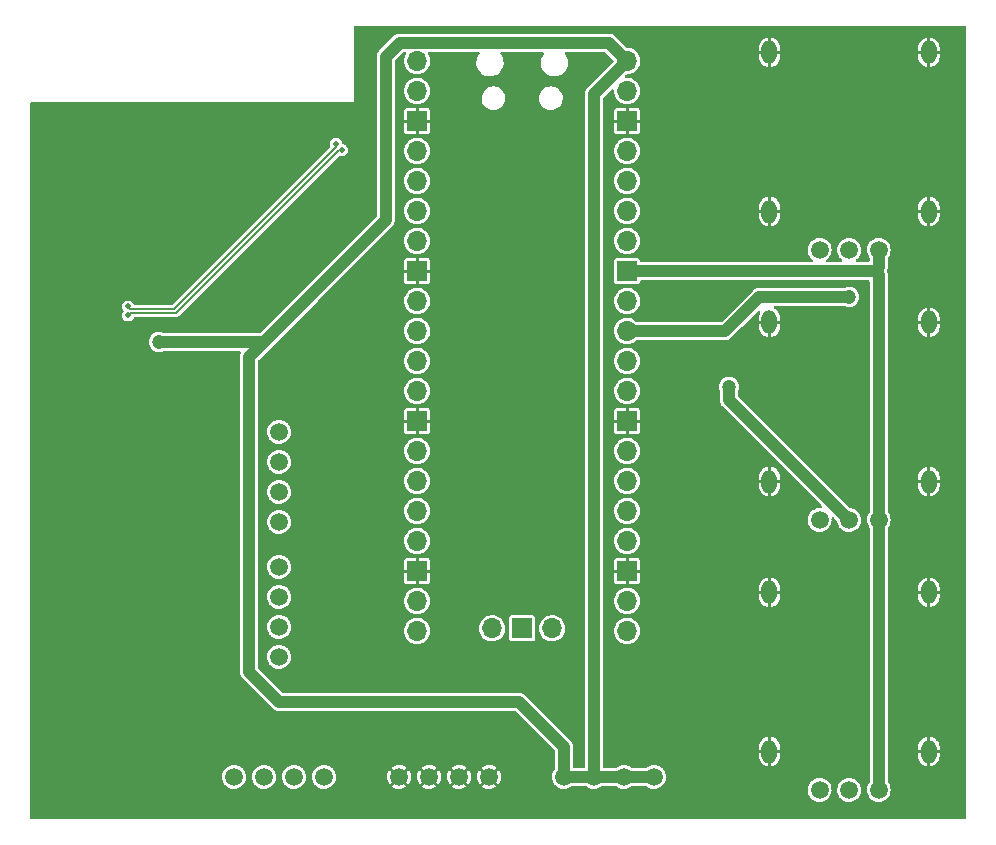
<source format=gbr>
%TF.GenerationSoftware,KiCad,Pcbnew,(6.0.1)*%
%TF.CreationDate,2022-02-13T21:33:50+08:00*%
%TF.ProjectId,PCB-1.0,5043422d-312e-4302-9e6b-696361645f70,rev?*%
%TF.SameCoordinates,Original*%
%TF.FileFunction,Copper,L2,Bot*%
%TF.FilePolarity,Positive*%
%FSLAX46Y46*%
G04 Gerber Fmt 4.6, Leading zero omitted, Abs format (unit mm)*
G04 Created by KiCad (PCBNEW (6.0.1)) date 2022-02-13 21:33:50*
%MOMM*%
%LPD*%
G01*
G04 APERTURE LIST*
%TA.AperFunction,ComponentPad*%
%ADD10C,1.500000*%
%TD*%
%TA.AperFunction,ComponentPad*%
%ADD11O,1.700000X1.700000*%
%TD*%
%TA.AperFunction,ComponentPad*%
%ADD12R,1.700000X1.700000*%
%TD*%
%TA.AperFunction,ComponentPad*%
%ADD13O,1.300000X2.000000*%
%TD*%
%TA.AperFunction,ViaPad*%
%ADD14C,1.200000*%
%TD*%
%TA.AperFunction,ViaPad*%
%ADD15C,0.500000*%
%TD*%
%TA.AperFunction,Conductor*%
%ADD16C,1.016000*%
%TD*%
%TA.AperFunction,Conductor*%
%ADD17C,0.127000*%
%TD*%
G04 APERTURE END LIST*
D10*
%TO.P,5V1,1,1*%
%TO.N,+5V*%
X140970000Y-132080000D03*
%TO.P,5V1,2,2*%
X138430000Y-132080000D03*
%TO.P,5V1,3,3*%
X135890000Y-132080000D03*
%TO.P,5V1,4,4*%
X133350000Y-132080000D03*
%TD*%
%TO.P,stepper2,1,1*%
%TO.N,/s2_1*%
X109220000Y-114300000D03*
%TO.P,stepper2,2,2*%
%TO.N,/s2_2*%
X109220000Y-116840000D03*
%TO.P,stepper2,3,3*%
%TO.N,/s2_3*%
X109220000Y-119380000D03*
%TO.P,stepper2,4,4*%
%TO.N,/s2_4*%
X109220000Y-121920000D03*
%TD*%
D11*
%TO.P,Rasberry_Pi_Pico_1,1,GPIO0*%
%TO.N,/UART+*%
X120910000Y-71470000D03*
%TO.P,Rasberry_Pi_Pico_1,2,GPIO1*%
%TO.N,/UART-*%
X120910000Y-74010000D03*
D12*
%TO.P,Rasberry_Pi_Pico_1,3,GND*%
%TO.N,GND*%
X120910000Y-76550000D03*
D11*
%TO.P,Rasberry_Pi_Pico_1,4,GPIO2*%
%TO.N,/M0*%
X120910000Y-79090000D03*
%TO.P,Rasberry_Pi_Pico_1,5,GPIO3*%
%TO.N,/M1*%
X120910000Y-81630000D03*
%TO.P,Rasberry_Pi_Pico_1,6,GPIO4*%
%TO.N,/M2*%
X120910000Y-84170000D03*
%TO.P,Rasberry_Pi_Pico_1,7,GPIO5*%
%TO.N,/AUX*%
X120910000Y-86710000D03*
D12*
%TO.P,Rasberry_Pi_Pico_1,8,GND*%
%TO.N,GND*%
X120910000Y-89250000D03*
D11*
%TO.P,Rasberry_Pi_Pico_1,9,GPIO6*%
%TO.N,/s1_1*%
X120910000Y-91790000D03*
%TO.P,Rasberry_Pi_Pico_1,10,GPIO7*%
%TO.N,/s1_2*%
X120910000Y-94330000D03*
%TO.P,Rasberry_Pi_Pico_1,11,GPIO8*%
%TO.N,/s1_3*%
X120910000Y-96870000D03*
%TO.P,Rasberry_Pi_Pico_1,12,GPIO9*%
%TO.N,/s1_4*%
X120910000Y-99410000D03*
D12*
%TO.P,Rasberry_Pi_Pico_1,13,GND*%
%TO.N,GND*%
X120910000Y-101950000D03*
D11*
%TO.P,Rasberry_Pi_Pico_1,14,GPIO10*%
%TO.N,/s2_1*%
X120910000Y-104490000D03*
%TO.P,Rasberry_Pi_Pico_1,15,GPIO11*%
%TO.N,/s2_2*%
X120910000Y-107030000D03*
%TO.P,Rasberry_Pi_Pico_1,16,GPIO12*%
%TO.N,/s2_3*%
X120910000Y-109570000D03*
%TO.P,Rasberry_Pi_Pico_1,17,GPIO13*%
%TO.N,/s2_4*%
X120910000Y-112110000D03*
D12*
%TO.P,Rasberry_Pi_Pico_1,18,GND*%
%TO.N,GND*%
X120910000Y-114650000D03*
D11*
%TO.P,Rasberry_Pi_Pico_1,19,GPIO14*%
%TO.N,unconnected-(Rasberry_Pi_Pico_1-Pad19)*%
X120910000Y-117190000D03*
%TO.P,Rasberry_Pi_Pico_1,20,GPIO15*%
%TO.N,unconnected-(Rasberry_Pi_Pico_1-Pad20)*%
X120910000Y-119730000D03*
%TO.P,Rasberry_Pi_Pico_1,21,GPIO16*%
%TO.N,unconnected-(Rasberry_Pi_Pico_1-Pad21)*%
X138690000Y-119730000D03*
%TO.P,Rasberry_Pi_Pico_1,22,GPIO17*%
%TO.N,unconnected-(Rasberry_Pi_Pico_1-Pad22)*%
X138690000Y-117190000D03*
D12*
%TO.P,Rasberry_Pi_Pico_1,23,GND*%
%TO.N,GND*%
X138690000Y-114650000D03*
D11*
%TO.P,Rasberry_Pi_Pico_1,24,GPIO18*%
%TO.N,/s3_1*%
X138690000Y-112110000D03*
%TO.P,Rasberry_Pi_Pico_1,25,GPIO19*%
%TO.N,/s3_2*%
X138690000Y-109570000D03*
%TO.P,Rasberry_Pi_Pico_1,26,GPIO20*%
%TO.N,/s3_3*%
X138690000Y-107030000D03*
%TO.P,Rasberry_Pi_Pico_1,27,GPIO21*%
%TO.N,/s3_4*%
X138690000Y-104490000D03*
D12*
%TO.P,Rasberry_Pi_Pico_1,28,GND*%
%TO.N,GND*%
X138690000Y-101950000D03*
D11*
%TO.P,Rasberry_Pi_Pico_1,29,GPIO22*%
%TO.N,unconnected-(Rasberry_Pi_Pico_1-Pad29)*%
X138690000Y-99410000D03*
%TO.P,Rasberry_Pi_Pico_1,30,RUN*%
%TO.N,unconnected-(Rasberry_Pi_Pico_1-Pad30)*%
X138690000Y-96870000D03*
%TO.P,Rasberry_Pi_Pico_1,31,GPIO26_ADC0*%
%TO.N,/ADC1*%
X138690000Y-94330000D03*
%TO.P,Rasberry_Pi_Pico_1,32,GPIO27_ADC1*%
%TO.N,/ADC2*%
X138690000Y-91790000D03*
D12*
%TO.P,Rasberry_Pi_Pico_1,33,AGND*%
%TO.N,/AGND*%
X138690000Y-89250000D03*
D11*
%TO.P,Rasberry_Pi_Pico_1,34,GPIO28_ADC2*%
%TO.N,/ADC3*%
X138690000Y-86710000D03*
%TO.P,Rasberry_Pi_Pico_1,35,ADC_VREF*%
%TO.N,/ADC_VREF*%
X138690000Y-84170000D03*
%TO.P,Rasberry_Pi_Pico_1,36,3V3*%
%TO.N,unconnected-(Rasberry_Pi_Pico_1-Pad36)*%
X138690000Y-81630000D03*
%TO.P,Rasberry_Pi_Pico_1,37,3V3_EN*%
%TO.N,unconnected-(Rasberry_Pi_Pico_1-Pad37)*%
X138690000Y-79090000D03*
D12*
%TO.P,Rasberry_Pi_Pico_1,38,GND*%
%TO.N,GND*%
X138690000Y-76550000D03*
D11*
%TO.P,Rasberry_Pi_Pico_1,39,VSYS*%
%TO.N,unconnected-(Rasberry_Pi_Pico_1-Pad39)*%
X138690000Y-74010000D03*
%TO.P,Rasberry_Pi_Pico_1,40,VBUS*%
%TO.N,+5V*%
X138690000Y-71470000D03*
%TO.P,Rasberry_Pi_Pico_1,41,SWCLK*%
%TO.N,unconnected-(Rasberry_Pi_Pico_1-Pad41)*%
X127260000Y-119500000D03*
D12*
%TO.P,Rasberry_Pi_Pico_1,42,GND*%
%TO.N,unconnected-(Rasberry_Pi_Pico_1-Pad42)*%
X129800000Y-119500000D03*
D11*
%TO.P,Rasberry_Pi_Pico_1,43,SWDIO*%
%TO.N,unconnected-(Rasberry_Pi_Pico_1-Pad43)*%
X132340000Y-119500000D03*
%TD*%
D10*
%TO.P,stepper3,1,1*%
%TO.N,/s3_1*%
X113030000Y-132080000D03*
%TO.P,stepper3,2,2*%
%TO.N,/s3_2*%
X110490000Y-132080000D03*
%TO.P,stepper3,3,3*%
%TO.N,/s3_3*%
X107950000Y-132080000D03*
%TO.P,stepper3,4,4*%
%TO.N,/s3_4*%
X105410000Y-132080000D03*
%TD*%
%TO.P,GND1,1,1*%
%TO.N,GND*%
X127000000Y-132080000D03*
%TO.P,GND1,2,2*%
X124460000Y-132080000D03*
%TO.P,GND1,3,3*%
X121920000Y-132080000D03*
%TO.P,GND1,4,4*%
X119380000Y-132080000D03*
%TD*%
%TO.P,stepper1,1,1*%
%TO.N,/s1_1*%
X109220000Y-102870000D03*
%TO.P,stepper1,2,2*%
%TO.N,/s1_2*%
X109220000Y-105410000D03*
%TO.P,stepper1,3,3*%
%TO.N,/s1_3*%
X109220000Y-107950000D03*
%TO.P,stepper1,4,4*%
%TO.N,/s1_4*%
X109220000Y-110490000D03*
%TD*%
%TO.P,\u6447\u6746\u7535\u4F4D\u56682,1,VCC*%
%TO.N,/ADC_VREF*%
X154980000Y-110330000D03*
%TO.P,\u6447\u6746\u7535\u4F4D\u56682,2,ADC*%
%TO.N,/ADC2*%
X157480000Y-110330000D03*
%TO.P,\u6447\u6746\u7535\u4F4D\u56682,3,GND*%
%TO.N,/AGND*%
X159980000Y-110330000D03*
D13*
%TO.P,\u6447\u6746\u7535\u4F4D\u56682,4,GND*%
%TO.N,GND*%
X150730000Y-93580000D03*
X164230000Y-93580000D03*
X164230000Y-107080000D03*
X150730000Y-107080000D03*
%TD*%
D10*
%TO.P,\u6447\u6746\u7535\u4F4D\u56681,1,VCC*%
%TO.N,/ADC_VREF*%
X154980000Y-87470000D03*
%TO.P,\u6447\u6746\u7535\u4F4D\u56681,2,ADC*%
%TO.N,/ADC1*%
X157480000Y-87470000D03*
%TO.P,\u6447\u6746\u7535\u4F4D\u56681,3,GND*%
%TO.N,/AGND*%
X159980000Y-87470000D03*
D13*
%TO.P,\u6447\u6746\u7535\u4F4D\u56681,4,GND*%
%TO.N,GND*%
X164230000Y-70720000D03*
X164230000Y-84220000D03*
X150730000Y-70720000D03*
X150730000Y-84220000D03*
%TD*%
D10*
%TO.P,\u6447\u6746\u7535\u4F4D\u56683,1,VCC*%
%TO.N,/ADC_VREF*%
X154980000Y-133190000D03*
%TO.P,\u6447\u6746\u7535\u4F4D\u56683,2,ADC*%
%TO.N,/ADC3*%
X157480000Y-133190000D03*
%TO.P,\u6447\u6746\u7535\u4F4D\u56683,3,GND*%
%TO.N,/AGND*%
X159980000Y-133190000D03*
D13*
%TO.P,\u6447\u6746\u7535\u4F4D\u56683,4,GND*%
%TO.N,GND*%
X150730000Y-116440000D03*
X150730000Y-129940000D03*
X164230000Y-116440000D03*
X164230000Y-129940000D03*
%TD*%
D14*
%TO.N,+5V*%
X99060000Y-95250000D03*
%TO.N,GND*%
X156210000Y-101600000D03*
X124460000Y-87630000D03*
X113665000Y-81280000D03*
X97790000Y-109220000D03*
X101600000Y-88900000D03*
X97790000Y-114300000D03*
X97790000Y-116840000D03*
X127000000Y-95250000D03*
X114300000Y-92710000D03*
X127000000Y-100330000D03*
X109220000Y-99060000D03*
X124460000Y-100330000D03*
X155575000Y-76835000D03*
X124460000Y-92710000D03*
X124460000Y-95250000D03*
X127000000Y-97790000D03*
X124460000Y-90170000D03*
X152400000Y-123190000D03*
X113665000Y-86360000D03*
X156210000Y-98425000D03*
X97790000Y-111760000D03*
X156210000Y-104140000D03*
X127000000Y-92710000D03*
X127000000Y-87630000D03*
X124460000Y-97790000D03*
X152400000Y-125730000D03*
X127000000Y-90170000D03*
X106680000Y-90170000D03*
X155575000Y-74295000D03*
X152400000Y-120650000D03*
X155575000Y-79375000D03*
X104140000Y-92710000D03*
X104140000Y-86360000D03*
D15*
%TO.N,/UART+*%
X114032713Y-78472713D03*
X96441721Y-92253721D03*
%TO.N,/UART-*%
X114567287Y-79007287D03*
X96441721Y-93009721D03*
D14*
%TO.N,/ADC1*%
X157480000Y-91440000D03*
%TO.N,/ADC2*%
X147320000Y-99060000D03*
%TD*%
D16*
%TO.N,+5V*%
X118234978Y-84965022D02*
X107950000Y-95250000D01*
X135890000Y-74270000D02*
X138690000Y-71470000D01*
X106680000Y-123190000D02*
X106680000Y-96520000D01*
X106680000Y-96520000D02*
X107950000Y-95250000D01*
X133350000Y-129540000D02*
X129540000Y-125730000D01*
X118234978Y-71120000D02*
X118234978Y-84965022D01*
X119442489Y-69912489D02*
X118234978Y-71120000D01*
X133350000Y-132080000D02*
X133350000Y-129540000D01*
X129540000Y-125730000D02*
X109220000Y-125730000D01*
X135890000Y-132080000D02*
X140970000Y-132080000D01*
X109220000Y-125730000D02*
X106680000Y-123190000D01*
X133350000Y-132080000D02*
X135890000Y-132080000D01*
X107950000Y-95250000D02*
X99060000Y-95250000D01*
X137132489Y-69912489D02*
X119442489Y-69912489D01*
X135890000Y-132080000D02*
X135890000Y-74270000D01*
X138690000Y-71470000D02*
X137132489Y-69912489D01*
D17*
%TO.N,/UART+*%
X114032713Y-78472713D02*
X114032713Y-78736465D01*
X96628221Y-92440221D02*
X96441721Y-92253721D01*
X114032713Y-78736465D02*
X100328957Y-92440221D01*
X100328957Y-92440221D02*
X96628221Y-92440221D01*
%TO.N,/UART-*%
X100487601Y-92823221D02*
X96628221Y-92823221D01*
X114303535Y-79007287D02*
X100487601Y-92823221D01*
X96628221Y-92823221D02*
X96441721Y-93009721D01*
X114567287Y-79007287D02*
X114303535Y-79007287D01*
D16*
%TO.N,/ADC1*%
X149860000Y-91440000D02*
X157480000Y-91440000D01*
X138690000Y-94330000D02*
X146970000Y-94330000D01*
X146970000Y-94330000D02*
X149860000Y-91440000D01*
%TO.N,/ADC2*%
X147320000Y-100170000D02*
X157480000Y-110330000D01*
X147320000Y-99060000D02*
X147320000Y-100170000D01*
%TO.N,/AGND*%
X159670000Y-89250000D02*
X138690000Y-89250000D01*
X159980000Y-87470000D02*
X159980000Y-88940000D01*
X159980000Y-88940000D02*
X159670000Y-89250000D01*
X159980000Y-110330000D02*
X159980000Y-133190000D01*
X159670000Y-89250000D02*
X159980000Y-89560000D01*
X159980000Y-89560000D02*
X159980000Y-110330000D01*
%TD*%
%TA.AperFunction,Conductor*%
%TO.N,GND*%
G36*
X167326121Y-68486002D02*
G01*
X167372614Y-68539658D01*
X167384000Y-68592000D01*
X167384000Y-135508000D01*
X167363998Y-135576121D01*
X167310342Y-135622614D01*
X167258000Y-135634000D01*
X88232000Y-135634000D01*
X88163879Y-135613998D01*
X88117386Y-135560342D01*
X88106000Y-135508000D01*
X88106000Y-133175879D01*
X153968729Y-133175879D01*
X153985245Y-133372572D01*
X154039652Y-133562310D01*
X154042470Y-133567793D01*
X154127055Y-133732379D01*
X154127058Y-133732383D01*
X154129876Y-133737867D01*
X154157711Y-133772986D01*
X154248652Y-133887727D01*
X154248657Y-133887732D01*
X154252481Y-133892557D01*
X154402797Y-134020486D01*
X154408175Y-134023492D01*
X154408177Y-134023493D01*
X154449716Y-134046708D01*
X154575099Y-134116782D01*
X154762823Y-134177777D01*
X154958819Y-134201148D01*
X154964954Y-134200676D01*
X154964956Y-134200676D01*
X155149481Y-134186478D01*
X155149485Y-134186477D01*
X155155623Y-134186005D01*
X155161555Y-134184349D01*
X155161559Y-134184348D01*
X155339792Y-134134584D01*
X155339796Y-134134583D01*
X155345736Y-134132924D01*
X155351240Y-134130144D01*
X155351242Y-134130143D01*
X155516416Y-134046708D01*
X155516418Y-134046707D01*
X155521919Y-134043928D01*
X155677461Y-133922406D01*
X155681482Y-133917748D01*
X155802414Y-133777646D01*
X155802416Y-133777644D01*
X155806436Y-133772986D01*
X155903932Y-133601361D01*
X155966237Y-133414068D01*
X155972255Y-133366433D01*
X155990534Y-133221742D01*
X155990535Y-133221733D01*
X155990976Y-133218239D01*
X155991370Y-133190000D01*
X155989985Y-133175879D01*
X156468729Y-133175879D01*
X156485245Y-133372572D01*
X156539652Y-133562310D01*
X156542470Y-133567793D01*
X156627055Y-133732379D01*
X156627058Y-133732383D01*
X156629876Y-133737867D01*
X156657711Y-133772986D01*
X156748652Y-133887727D01*
X156748657Y-133887732D01*
X156752481Y-133892557D01*
X156902797Y-134020486D01*
X156908175Y-134023492D01*
X156908177Y-134023493D01*
X156949716Y-134046708D01*
X157075099Y-134116782D01*
X157262823Y-134177777D01*
X157458819Y-134201148D01*
X157464954Y-134200676D01*
X157464956Y-134200676D01*
X157649481Y-134186478D01*
X157649485Y-134186477D01*
X157655623Y-134186005D01*
X157661555Y-134184349D01*
X157661559Y-134184348D01*
X157839792Y-134134584D01*
X157839796Y-134134583D01*
X157845736Y-134132924D01*
X157851240Y-134130144D01*
X157851242Y-134130143D01*
X158016416Y-134046708D01*
X158016418Y-134046707D01*
X158021919Y-134043928D01*
X158177461Y-133922406D01*
X158181482Y-133917748D01*
X158302414Y-133777646D01*
X158302416Y-133777644D01*
X158306436Y-133772986D01*
X158403932Y-133601361D01*
X158466237Y-133414068D01*
X158472255Y-133366433D01*
X158490534Y-133221742D01*
X158490535Y-133221733D01*
X158490976Y-133218239D01*
X158491370Y-133190000D01*
X158472109Y-132993557D01*
X158415058Y-132804597D01*
X158322392Y-132630316D01*
X158213432Y-132496718D01*
X158201534Y-132482129D01*
X158201531Y-132482126D01*
X158197639Y-132477354D01*
X158167366Y-132452310D01*
X158050301Y-132355465D01*
X158050297Y-132355463D01*
X158045551Y-132351536D01*
X157871922Y-132257655D01*
X157683364Y-132199287D01*
X157677239Y-132198643D01*
X157677238Y-132198643D01*
X157493190Y-132179299D01*
X157493188Y-132179299D01*
X157487061Y-132178655D01*
X157403817Y-132186231D01*
X157296627Y-132195985D01*
X157296624Y-132195986D01*
X157290488Y-132196544D01*
X157101134Y-132252274D01*
X157095676Y-132255127D01*
X157095672Y-132255129D01*
X157059899Y-132273831D01*
X156926211Y-132343722D01*
X156921413Y-132347580D01*
X156921411Y-132347581D01*
X156849296Y-132405563D01*
X156772381Y-132467404D01*
X156645505Y-132618609D01*
X156642541Y-132624001D01*
X156642538Y-132624005D01*
X156564586Y-132765800D01*
X156550414Y-132791579D01*
X156548553Y-132797446D01*
X156548552Y-132797448D01*
X156504377Y-132936707D01*
X156490731Y-132979724D01*
X156468729Y-133175879D01*
X155989985Y-133175879D01*
X155972109Y-132993557D01*
X155915058Y-132804597D01*
X155822392Y-132630316D01*
X155713432Y-132496718D01*
X155701534Y-132482129D01*
X155701531Y-132482126D01*
X155697639Y-132477354D01*
X155667366Y-132452310D01*
X155550301Y-132355465D01*
X155550297Y-132355463D01*
X155545551Y-132351536D01*
X155371922Y-132257655D01*
X155183364Y-132199287D01*
X155177239Y-132198643D01*
X155177238Y-132198643D01*
X154993190Y-132179299D01*
X154993188Y-132179299D01*
X154987061Y-132178655D01*
X154903817Y-132186231D01*
X154796627Y-132195985D01*
X154796624Y-132195986D01*
X154790488Y-132196544D01*
X154601134Y-132252274D01*
X154595676Y-132255127D01*
X154595672Y-132255129D01*
X154559899Y-132273831D01*
X154426211Y-132343722D01*
X154421413Y-132347580D01*
X154421411Y-132347581D01*
X154349296Y-132405563D01*
X154272381Y-132467404D01*
X154145505Y-132618609D01*
X154142541Y-132624001D01*
X154142538Y-132624005D01*
X154064586Y-132765800D01*
X154050414Y-132791579D01*
X154048553Y-132797446D01*
X154048552Y-132797448D01*
X154004377Y-132936707D01*
X153990731Y-132979724D01*
X153968729Y-133175879D01*
X88106000Y-133175879D01*
X88106000Y-132065879D01*
X104398729Y-132065879D01*
X104415245Y-132262572D01*
X104469652Y-132452310D01*
X104480504Y-132473425D01*
X104557055Y-132622379D01*
X104557058Y-132622383D01*
X104559876Y-132627867D01*
X104587711Y-132662986D01*
X104678652Y-132777727D01*
X104678657Y-132777732D01*
X104682481Y-132782557D01*
X104687175Y-132786551D01*
X104687175Y-132786552D01*
X104805521Y-132887272D01*
X104832797Y-132910486D01*
X104838175Y-132913492D01*
X104838177Y-132913493D01*
X104878948Y-132936279D01*
X105005099Y-133006782D01*
X105192823Y-133067777D01*
X105388819Y-133091148D01*
X105394954Y-133090676D01*
X105394956Y-133090676D01*
X105579481Y-133076478D01*
X105579485Y-133076477D01*
X105585623Y-133076005D01*
X105591555Y-133074349D01*
X105591559Y-133074348D01*
X105769792Y-133024584D01*
X105769796Y-133024583D01*
X105775736Y-133022924D01*
X105781240Y-133020144D01*
X105781242Y-133020143D01*
X105946416Y-132936708D01*
X105946418Y-132936707D01*
X105951919Y-132933928D01*
X106107461Y-132812406D01*
X106114202Y-132804597D01*
X106232414Y-132667646D01*
X106232416Y-132667644D01*
X106236436Y-132662986D01*
X106333932Y-132491361D01*
X106396237Y-132304068D01*
X106409474Y-132199287D01*
X106420534Y-132111742D01*
X106420535Y-132111728D01*
X106420976Y-132108239D01*
X106421370Y-132080000D01*
X106419985Y-132065879D01*
X106938729Y-132065879D01*
X106955245Y-132262572D01*
X107009652Y-132452310D01*
X107020504Y-132473425D01*
X107097055Y-132622379D01*
X107097058Y-132622383D01*
X107099876Y-132627867D01*
X107127711Y-132662986D01*
X107218652Y-132777727D01*
X107218657Y-132777732D01*
X107222481Y-132782557D01*
X107227175Y-132786551D01*
X107227175Y-132786552D01*
X107345521Y-132887272D01*
X107372797Y-132910486D01*
X107378175Y-132913492D01*
X107378177Y-132913493D01*
X107418948Y-132936279D01*
X107545099Y-133006782D01*
X107732823Y-133067777D01*
X107928819Y-133091148D01*
X107934954Y-133090676D01*
X107934956Y-133090676D01*
X108119481Y-133076478D01*
X108119485Y-133076477D01*
X108125623Y-133076005D01*
X108131555Y-133074349D01*
X108131559Y-133074348D01*
X108309792Y-133024584D01*
X108309796Y-133024583D01*
X108315736Y-133022924D01*
X108321240Y-133020144D01*
X108321242Y-133020143D01*
X108486416Y-132936708D01*
X108486418Y-132936707D01*
X108491919Y-132933928D01*
X108647461Y-132812406D01*
X108654202Y-132804597D01*
X108772414Y-132667646D01*
X108772416Y-132667644D01*
X108776436Y-132662986D01*
X108873932Y-132491361D01*
X108936237Y-132304068D01*
X108949474Y-132199287D01*
X108960534Y-132111742D01*
X108960535Y-132111728D01*
X108960976Y-132108239D01*
X108961370Y-132080000D01*
X108959985Y-132065879D01*
X109478729Y-132065879D01*
X109495245Y-132262572D01*
X109549652Y-132452310D01*
X109560504Y-132473425D01*
X109637055Y-132622379D01*
X109637058Y-132622383D01*
X109639876Y-132627867D01*
X109667711Y-132662986D01*
X109758652Y-132777727D01*
X109758657Y-132777732D01*
X109762481Y-132782557D01*
X109767175Y-132786551D01*
X109767175Y-132786552D01*
X109885521Y-132887272D01*
X109912797Y-132910486D01*
X109918175Y-132913492D01*
X109918177Y-132913493D01*
X109958948Y-132936279D01*
X110085099Y-133006782D01*
X110272823Y-133067777D01*
X110468819Y-133091148D01*
X110474954Y-133090676D01*
X110474956Y-133090676D01*
X110659481Y-133076478D01*
X110659485Y-133076477D01*
X110665623Y-133076005D01*
X110671555Y-133074349D01*
X110671559Y-133074348D01*
X110849792Y-133024584D01*
X110849796Y-133024583D01*
X110855736Y-133022924D01*
X110861240Y-133020144D01*
X110861242Y-133020143D01*
X111026416Y-132936708D01*
X111026418Y-132936707D01*
X111031919Y-132933928D01*
X111187461Y-132812406D01*
X111194202Y-132804597D01*
X111312414Y-132667646D01*
X111312416Y-132667644D01*
X111316436Y-132662986D01*
X111413932Y-132491361D01*
X111476237Y-132304068D01*
X111489474Y-132199287D01*
X111500534Y-132111742D01*
X111500535Y-132111728D01*
X111500976Y-132108239D01*
X111501370Y-132080000D01*
X111499985Y-132065879D01*
X112018729Y-132065879D01*
X112035245Y-132262572D01*
X112089652Y-132452310D01*
X112100504Y-132473425D01*
X112177055Y-132622379D01*
X112177058Y-132622383D01*
X112179876Y-132627867D01*
X112207711Y-132662986D01*
X112298652Y-132777727D01*
X112298657Y-132777732D01*
X112302481Y-132782557D01*
X112307175Y-132786551D01*
X112307175Y-132786552D01*
X112425521Y-132887272D01*
X112452797Y-132910486D01*
X112458175Y-132913492D01*
X112458177Y-132913493D01*
X112498948Y-132936279D01*
X112625099Y-133006782D01*
X112812823Y-133067777D01*
X113008819Y-133091148D01*
X113014954Y-133090676D01*
X113014956Y-133090676D01*
X113199481Y-133076478D01*
X113199485Y-133076477D01*
X113205623Y-133076005D01*
X113211555Y-133074349D01*
X113211559Y-133074348D01*
X113389792Y-133024584D01*
X113389796Y-133024583D01*
X113395736Y-133022924D01*
X113401240Y-133020144D01*
X113401242Y-133020143D01*
X113566416Y-132936708D01*
X113566418Y-132936707D01*
X113571919Y-132933928D01*
X113644016Y-132877600D01*
X118769550Y-132877600D01*
X118776383Y-132887348D01*
X118798392Y-132906080D01*
X118808461Y-132913078D01*
X118969922Y-133003316D01*
X118981161Y-133008226D01*
X119157072Y-133065383D01*
X119169046Y-133068016D01*
X119352718Y-133089917D01*
X119364967Y-133090174D01*
X119549394Y-133075984D01*
X119561471Y-133073854D01*
X119739619Y-133024113D01*
X119751052Y-133019679D01*
X119916156Y-132936279D01*
X119926500Y-132929715D01*
X119980825Y-132887272D01*
X119987759Y-132877600D01*
X121309550Y-132877600D01*
X121316383Y-132887348D01*
X121338392Y-132906080D01*
X121348461Y-132913078D01*
X121509922Y-133003316D01*
X121521161Y-133008226D01*
X121697072Y-133065383D01*
X121709046Y-133068016D01*
X121892718Y-133089917D01*
X121904967Y-133090174D01*
X122089394Y-133075984D01*
X122101471Y-133073854D01*
X122279619Y-133024113D01*
X122291052Y-133019679D01*
X122456156Y-132936279D01*
X122466500Y-132929715D01*
X122520825Y-132887272D01*
X122527759Y-132877600D01*
X123849550Y-132877600D01*
X123856383Y-132887348D01*
X123878392Y-132906080D01*
X123888461Y-132913078D01*
X124049922Y-133003316D01*
X124061161Y-133008226D01*
X124237072Y-133065383D01*
X124249046Y-133068016D01*
X124432718Y-133089917D01*
X124444967Y-133090174D01*
X124629394Y-133075984D01*
X124641471Y-133073854D01*
X124819619Y-133024113D01*
X124831052Y-133019679D01*
X124996156Y-132936279D01*
X125006500Y-132929715D01*
X125060825Y-132887272D01*
X125067759Y-132877600D01*
X126389550Y-132877600D01*
X126396383Y-132887348D01*
X126418392Y-132906080D01*
X126428461Y-132913078D01*
X126589922Y-133003316D01*
X126601161Y-133008226D01*
X126777072Y-133065383D01*
X126789046Y-133068016D01*
X126972718Y-133089917D01*
X126984967Y-133090174D01*
X127169394Y-133075984D01*
X127181471Y-133073854D01*
X127359619Y-133024113D01*
X127371052Y-133019679D01*
X127536156Y-132936279D01*
X127546500Y-132929715D01*
X127600825Y-132887272D01*
X127609294Y-132875459D01*
X127602757Y-132863776D01*
X127012812Y-132273831D01*
X126998868Y-132266217D01*
X126997035Y-132266348D01*
X126990420Y-132270599D01*
X126396925Y-132864094D01*
X126389550Y-132877600D01*
X125067759Y-132877600D01*
X125069294Y-132875459D01*
X125062757Y-132863776D01*
X124472812Y-132273831D01*
X124458868Y-132266217D01*
X124457035Y-132266348D01*
X124450420Y-132270599D01*
X123856925Y-132864094D01*
X123849550Y-132877600D01*
X122527759Y-132877600D01*
X122529294Y-132875459D01*
X122522757Y-132863776D01*
X121932812Y-132273831D01*
X121918868Y-132266217D01*
X121917035Y-132266348D01*
X121910420Y-132270599D01*
X121316925Y-132864094D01*
X121309550Y-132877600D01*
X119987759Y-132877600D01*
X119989294Y-132875459D01*
X119982757Y-132863776D01*
X119392812Y-132273831D01*
X119378868Y-132266217D01*
X119377035Y-132266348D01*
X119370420Y-132270599D01*
X118776925Y-132864094D01*
X118769550Y-132877600D01*
X113644016Y-132877600D01*
X113727461Y-132812406D01*
X113734202Y-132804597D01*
X113852414Y-132667646D01*
X113852416Y-132667644D01*
X113856436Y-132662986D01*
X113953932Y-132491361D01*
X114016237Y-132304068D01*
X114029474Y-132199287D01*
X114040534Y-132111742D01*
X114040535Y-132111728D01*
X114040976Y-132108239D01*
X114041370Y-132080000D01*
X114040589Y-132072030D01*
X118369747Y-132072030D01*
X118385224Y-132256342D01*
X118387437Y-132268401D01*
X118438422Y-132446205D01*
X118442934Y-132457602D01*
X118527483Y-132622118D01*
X118534124Y-132632423D01*
X118572583Y-132680946D01*
X118584576Y-132689416D01*
X118596021Y-132682960D01*
X119186169Y-132092812D01*
X119192547Y-132081132D01*
X119566217Y-132081132D01*
X119566348Y-132082965D01*
X119570599Y-132089580D01*
X120164347Y-132683328D01*
X120177974Y-132690769D01*
X120187540Y-132684114D01*
X120202002Y-132667359D01*
X120209070Y-132657339D01*
X120300427Y-132496520D01*
X120305421Y-132485304D01*
X120363800Y-132309808D01*
X120366520Y-132297836D01*
X120390031Y-132111728D01*
X120390523Y-132104701D01*
X120390819Y-132083523D01*
X120390524Y-132076495D01*
X120390086Y-132072030D01*
X120909747Y-132072030D01*
X120925224Y-132256342D01*
X120927437Y-132268401D01*
X120978422Y-132446205D01*
X120982934Y-132457602D01*
X121067483Y-132622118D01*
X121074124Y-132632423D01*
X121112583Y-132680946D01*
X121124576Y-132689416D01*
X121136021Y-132682960D01*
X121726169Y-132092812D01*
X121732547Y-132081132D01*
X122106217Y-132081132D01*
X122106348Y-132082965D01*
X122110599Y-132089580D01*
X122704347Y-132683328D01*
X122717974Y-132690769D01*
X122727540Y-132684114D01*
X122742002Y-132667359D01*
X122749070Y-132657339D01*
X122840427Y-132496520D01*
X122845421Y-132485304D01*
X122903800Y-132309808D01*
X122906520Y-132297836D01*
X122930031Y-132111728D01*
X122930523Y-132104701D01*
X122930819Y-132083523D01*
X122930524Y-132076495D01*
X122930086Y-132072030D01*
X123449747Y-132072030D01*
X123465224Y-132256342D01*
X123467437Y-132268401D01*
X123518422Y-132446205D01*
X123522934Y-132457602D01*
X123607483Y-132622118D01*
X123614124Y-132632423D01*
X123652583Y-132680946D01*
X123664576Y-132689416D01*
X123676021Y-132682960D01*
X124266169Y-132092812D01*
X124272547Y-132081132D01*
X124646217Y-132081132D01*
X124646348Y-132082965D01*
X124650599Y-132089580D01*
X125244347Y-132683328D01*
X125257974Y-132690769D01*
X125267540Y-132684114D01*
X125282002Y-132667359D01*
X125289070Y-132657339D01*
X125380427Y-132496520D01*
X125385421Y-132485304D01*
X125443800Y-132309808D01*
X125446520Y-132297836D01*
X125470031Y-132111728D01*
X125470523Y-132104701D01*
X125470819Y-132083523D01*
X125470524Y-132076495D01*
X125470086Y-132072030D01*
X125989747Y-132072030D01*
X126005224Y-132256342D01*
X126007437Y-132268401D01*
X126058422Y-132446205D01*
X126062934Y-132457602D01*
X126147483Y-132622118D01*
X126154124Y-132632423D01*
X126192583Y-132680946D01*
X126204576Y-132689416D01*
X126216021Y-132682960D01*
X126806169Y-132092812D01*
X126812547Y-132081132D01*
X127186217Y-132081132D01*
X127186348Y-132082965D01*
X127190599Y-132089580D01*
X127784347Y-132683328D01*
X127797974Y-132690769D01*
X127807540Y-132684114D01*
X127822002Y-132667359D01*
X127829070Y-132657339D01*
X127920427Y-132496520D01*
X127925421Y-132485304D01*
X127983800Y-132309808D01*
X127986520Y-132297836D01*
X128010031Y-132111728D01*
X128010523Y-132104701D01*
X128010819Y-132083523D01*
X128010524Y-132076495D01*
X127992217Y-131889789D01*
X127989834Y-131877751D01*
X127936375Y-131700688D01*
X127931701Y-131689347D01*
X127844868Y-131526038D01*
X127838076Y-131515816D01*
X127807806Y-131478702D01*
X127795462Y-131470239D01*
X127784487Y-131476532D01*
X127193831Y-132067188D01*
X127186217Y-132081132D01*
X126812547Y-132081132D01*
X126813783Y-132078868D01*
X126813652Y-132077035D01*
X126809401Y-132070420D01*
X126216123Y-131477142D01*
X126202739Y-131469833D01*
X126192810Y-131476845D01*
X126169881Y-131504171D01*
X126162951Y-131514291D01*
X126073842Y-131676380D01*
X126069012Y-131687650D01*
X126013085Y-131863956D01*
X126010535Y-131875950D01*
X125989918Y-132059761D01*
X125989747Y-132072030D01*
X125470086Y-132072030D01*
X125452217Y-131889789D01*
X125449834Y-131877751D01*
X125396375Y-131700688D01*
X125391701Y-131689347D01*
X125304868Y-131526038D01*
X125298076Y-131515816D01*
X125267806Y-131478702D01*
X125255462Y-131470239D01*
X125244487Y-131476532D01*
X124653831Y-132067188D01*
X124646217Y-132081132D01*
X124272547Y-132081132D01*
X124273783Y-132078868D01*
X124273652Y-132077035D01*
X124269401Y-132070420D01*
X123676123Y-131477142D01*
X123662739Y-131469833D01*
X123652810Y-131476845D01*
X123629881Y-131504171D01*
X123622951Y-131514291D01*
X123533842Y-131676380D01*
X123529012Y-131687650D01*
X123473085Y-131863956D01*
X123470535Y-131875950D01*
X123449918Y-132059761D01*
X123449747Y-132072030D01*
X122930086Y-132072030D01*
X122912217Y-131889789D01*
X122909834Y-131877751D01*
X122856375Y-131700688D01*
X122851701Y-131689347D01*
X122764868Y-131526038D01*
X122758076Y-131515816D01*
X122727806Y-131478702D01*
X122715462Y-131470239D01*
X122704487Y-131476532D01*
X122113831Y-132067188D01*
X122106217Y-132081132D01*
X121732547Y-132081132D01*
X121733783Y-132078868D01*
X121733652Y-132077035D01*
X121729401Y-132070420D01*
X121136123Y-131477142D01*
X121122739Y-131469833D01*
X121112810Y-131476845D01*
X121089881Y-131504171D01*
X121082951Y-131514291D01*
X120993842Y-131676380D01*
X120989012Y-131687650D01*
X120933085Y-131863956D01*
X120930535Y-131875950D01*
X120909918Y-132059761D01*
X120909747Y-132072030D01*
X120390086Y-132072030D01*
X120372217Y-131889789D01*
X120369834Y-131877751D01*
X120316375Y-131700688D01*
X120311701Y-131689347D01*
X120224868Y-131526038D01*
X120218076Y-131515816D01*
X120187806Y-131478702D01*
X120175462Y-131470239D01*
X120164487Y-131476532D01*
X119573831Y-132067188D01*
X119566217Y-132081132D01*
X119192547Y-132081132D01*
X119193783Y-132078868D01*
X119193652Y-132077035D01*
X119189401Y-132070420D01*
X118596123Y-131477142D01*
X118582739Y-131469833D01*
X118572810Y-131476845D01*
X118549881Y-131504171D01*
X118542951Y-131514291D01*
X118453842Y-131676380D01*
X118449012Y-131687650D01*
X118393085Y-131863956D01*
X118390535Y-131875950D01*
X118369918Y-132059761D01*
X118369747Y-132072030D01*
X114040589Y-132072030D01*
X114022109Y-131883557D01*
X113965058Y-131694597D01*
X113872392Y-131520316D01*
X113794811Y-131425192D01*
X113751534Y-131372129D01*
X113751531Y-131372126D01*
X113747639Y-131367354D01*
X113730947Y-131353545D01*
X113647574Y-131284573D01*
X118770427Y-131284573D01*
X118776802Y-131295783D01*
X119367188Y-131886169D01*
X119381132Y-131893783D01*
X119382965Y-131893652D01*
X119389580Y-131889401D01*
X119982674Y-131296307D01*
X119989081Y-131284573D01*
X121310427Y-131284573D01*
X121316802Y-131295783D01*
X121907188Y-131886169D01*
X121921132Y-131893783D01*
X121922965Y-131893652D01*
X121929580Y-131889401D01*
X122522674Y-131296307D01*
X122529081Y-131284573D01*
X123850427Y-131284573D01*
X123856802Y-131295783D01*
X124447188Y-131886169D01*
X124461132Y-131893783D01*
X124462965Y-131893652D01*
X124469580Y-131889401D01*
X125062674Y-131296307D01*
X125069081Y-131284573D01*
X126390427Y-131284573D01*
X126396802Y-131295783D01*
X126987188Y-131886169D01*
X127001132Y-131893783D01*
X127002965Y-131893652D01*
X127009580Y-131889401D01*
X127602674Y-131296307D01*
X127609916Y-131283044D01*
X127602729Y-131272942D01*
X127570018Y-131245880D01*
X127559850Y-131239021D01*
X127397147Y-131151048D01*
X127385841Y-131146296D01*
X127209150Y-131091601D01*
X127197137Y-131089135D01*
X127013185Y-131069801D01*
X127000917Y-131069716D01*
X126816723Y-131086478D01*
X126804667Y-131088778D01*
X126627241Y-131140998D01*
X126615857Y-131145597D01*
X126451947Y-131231287D01*
X126441681Y-131238005D01*
X126398895Y-131272405D01*
X126390427Y-131284573D01*
X125069081Y-131284573D01*
X125069916Y-131283044D01*
X125062729Y-131272942D01*
X125030018Y-131245880D01*
X125019850Y-131239021D01*
X124857147Y-131151048D01*
X124845841Y-131146296D01*
X124669150Y-131091601D01*
X124657137Y-131089135D01*
X124473185Y-131069801D01*
X124460917Y-131069716D01*
X124276723Y-131086478D01*
X124264667Y-131088778D01*
X124087241Y-131140998D01*
X124075857Y-131145597D01*
X123911947Y-131231287D01*
X123901681Y-131238005D01*
X123858895Y-131272405D01*
X123850427Y-131284573D01*
X122529081Y-131284573D01*
X122529916Y-131283044D01*
X122522729Y-131272942D01*
X122490018Y-131245880D01*
X122479850Y-131239021D01*
X122317147Y-131151048D01*
X122305841Y-131146296D01*
X122129150Y-131091601D01*
X122117137Y-131089135D01*
X121933185Y-131069801D01*
X121920917Y-131069716D01*
X121736723Y-131086478D01*
X121724667Y-131088778D01*
X121547241Y-131140998D01*
X121535857Y-131145597D01*
X121371947Y-131231287D01*
X121361681Y-131238005D01*
X121318895Y-131272405D01*
X121310427Y-131284573D01*
X119989081Y-131284573D01*
X119989916Y-131283044D01*
X119982729Y-131272942D01*
X119950018Y-131245880D01*
X119939850Y-131239021D01*
X119777147Y-131151048D01*
X119765841Y-131146296D01*
X119589150Y-131091601D01*
X119577137Y-131089135D01*
X119393185Y-131069801D01*
X119380917Y-131069716D01*
X119196723Y-131086478D01*
X119184667Y-131088778D01*
X119007241Y-131140998D01*
X118995857Y-131145597D01*
X118831947Y-131231287D01*
X118821681Y-131238005D01*
X118778895Y-131272405D01*
X118770427Y-131284573D01*
X113647574Y-131284573D01*
X113600301Y-131245465D01*
X113600297Y-131245463D01*
X113595551Y-131241536D01*
X113421922Y-131147655D01*
X113233364Y-131089287D01*
X113227239Y-131088643D01*
X113227238Y-131088643D01*
X113043190Y-131069299D01*
X113043188Y-131069299D01*
X113037061Y-131068655D01*
X112966680Y-131075060D01*
X112846627Y-131085985D01*
X112846624Y-131085986D01*
X112840488Y-131086544D01*
X112651134Y-131142274D01*
X112645676Y-131145127D01*
X112645672Y-131145129D01*
X112560799Y-131189500D01*
X112476211Y-131233722D01*
X112471413Y-131237580D01*
X112471411Y-131237581D01*
X112412965Y-131284573D01*
X112322381Y-131357404D01*
X112195505Y-131508609D01*
X112192541Y-131514001D01*
X112192538Y-131514005D01*
X112185923Y-131526038D01*
X112100414Y-131681579D01*
X112098553Y-131687446D01*
X112098552Y-131687448D01*
X112094352Y-131700688D01*
X112040731Y-131869724D01*
X112018729Y-132065879D01*
X111499985Y-132065879D01*
X111482109Y-131883557D01*
X111425058Y-131694597D01*
X111332392Y-131520316D01*
X111254811Y-131425192D01*
X111211534Y-131372129D01*
X111211531Y-131372126D01*
X111207639Y-131367354D01*
X111190947Y-131353545D01*
X111060301Y-131245465D01*
X111060297Y-131245463D01*
X111055551Y-131241536D01*
X110881922Y-131147655D01*
X110693364Y-131089287D01*
X110687239Y-131088643D01*
X110687238Y-131088643D01*
X110503190Y-131069299D01*
X110503188Y-131069299D01*
X110497061Y-131068655D01*
X110426680Y-131075060D01*
X110306627Y-131085985D01*
X110306624Y-131085986D01*
X110300488Y-131086544D01*
X110111134Y-131142274D01*
X110105676Y-131145127D01*
X110105672Y-131145129D01*
X110020799Y-131189500D01*
X109936211Y-131233722D01*
X109931413Y-131237580D01*
X109931411Y-131237581D01*
X109872965Y-131284573D01*
X109782381Y-131357404D01*
X109655505Y-131508609D01*
X109652541Y-131514001D01*
X109652538Y-131514005D01*
X109645923Y-131526038D01*
X109560414Y-131681579D01*
X109558553Y-131687446D01*
X109558552Y-131687448D01*
X109554352Y-131700688D01*
X109500731Y-131869724D01*
X109478729Y-132065879D01*
X108959985Y-132065879D01*
X108942109Y-131883557D01*
X108885058Y-131694597D01*
X108792392Y-131520316D01*
X108714811Y-131425192D01*
X108671534Y-131372129D01*
X108671531Y-131372126D01*
X108667639Y-131367354D01*
X108650947Y-131353545D01*
X108520301Y-131245465D01*
X108520297Y-131245463D01*
X108515551Y-131241536D01*
X108341922Y-131147655D01*
X108153364Y-131089287D01*
X108147239Y-131088643D01*
X108147238Y-131088643D01*
X107963190Y-131069299D01*
X107963188Y-131069299D01*
X107957061Y-131068655D01*
X107886680Y-131075060D01*
X107766627Y-131085985D01*
X107766624Y-131085986D01*
X107760488Y-131086544D01*
X107571134Y-131142274D01*
X107565676Y-131145127D01*
X107565672Y-131145129D01*
X107480799Y-131189500D01*
X107396211Y-131233722D01*
X107391413Y-131237580D01*
X107391411Y-131237581D01*
X107332965Y-131284573D01*
X107242381Y-131357404D01*
X107115505Y-131508609D01*
X107112541Y-131514001D01*
X107112538Y-131514005D01*
X107105923Y-131526038D01*
X107020414Y-131681579D01*
X107018553Y-131687446D01*
X107018552Y-131687448D01*
X107014352Y-131700688D01*
X106960731Y-131869724D01*
X106938729Y-132065879D01*
X106419985Y-132065879D01*
X106402109Y-131883557D01*
X106345058Y-131694597D01*
X106252392Y-131520316D01*
X106174811Y-131425192D01*
X106131534Y-131372129D01*
X106131531Y-131372126D01*
X106127639Y-131367354D01*
X106110947Y-131353545D01*
X105980301Y-131245465D01*
X105980297Y-131245463D01*
X105975551Y-131241536D01*
X105801922Y-131147655D01*
X105613364Y-131089287D01*
X105607239Y-131088643D01*
X105607238Y-131088643D01*
X105423190Y-131069299D01*
X105423188Y-131069299D01*
X105417061Y-131068655D01*
X105346680Y-131075060D01*
X105226627Y-131085985D01*
X105226624Y-131085986D01*
X105220488Y-131086544D01*
X105031134Y-131142274D01*
X105025676Y-131145127D01*
X105025672Y-131145129D01*
X104940799Y-131189500D01*
X104856211Y-131233722D01*
X104851413Y-131237580D01*
X104851411Y-131237581D01*
X104792965Y-131284573D01*
X104702381Y-131357404D01*
X104575505Y-131508609D01*
X104572541Y-131514001D01*
X104572538Y-131514005D01*
X104565923Y-131526038D01*
X104480414Y-131681579D01*
X104478553Y-131687446D01*
X104478552Y-131687448D01*
X104474352Y-131700688D01*
X104420731Y-131869724D01*
X104398729Y-132065879D01*
X88106000Y-132065879D01*
X88106000Y-95250000D01*
X98198782Y-95250000D01*
X98217602Y-95429057D01*
X98219642Y-95435335D01*
X98219642Y-95435336D01*
X98221066Y-95439717D01*
X98273238Y-95600289D01*
X98363260Y-95756211D01*
X98367678Y-95761118D01*
X98367679Y-95761119D01*
X98472683Y-95877738D01*
X98483733Y-95890010D01*
X98489075Y-95893891D01*
X98489077Y-95893893D01*
X98624049Y-95991956D01*
X98629391Y-95995837D01*
X98635419Y-95998521D01*
X98635421Y-95998522D01*
X98695775Y-96025393D01*
X98793869Y-96069067D01*
X98881923Y-96087783D01*
X98963521Y-96105128D01*
X98963525Y-96105128D01*
X98969978Y-96106500D01*
X99150022Y-96106500D01*
X99156475Y-96105128D01*
X99156479Y-96105128D01*
X99238077Y-96087783D01*
X99326131Y-96069067D01*
X99424225Y-96025393D01*
X99475474Y-96014500D01*
X105873877Y-96014500D01*
X105941998Y-96034502D01*
X105988491Y-96088158D01*
X105998595Y-96158432D01*
X105986095Y-96197799D01*
X105958570Y-96251703D01*
X105956830Y-96258815D01*
X105954685Y-96264583D01*
X105952745Y-96270413D01*
X105949646Y-96277044D01*
X105948156Y-96284208D01*
X105934661Y-96349088D01*
X105933690Y-96353377D01*
X105916198Y-96424863D01*
X105915500Y-96436114D01*
X105915461Y-96436112D01*
X105915228Y-96440005D01*
X105914835Y-96444410D01*
X105913344Y-96451578D01*
X105913542Y-96458894D01*
X105915454Y-96529573D01*
X105915500Y-96532980D01*
X105915500Y-123122482D01*
X105914067Y-123141432D01*
X105910765Y-123163138D01*
X105911358Y-123170430D01*
X105911358Y-123170433D01*
X105915085Y-123216251D01*
X105915500Y-123226466D01*
X105915500Y-123234636D01*
X105918818Y-123263095D01*
X105919250Y-123267460D01*
X105925217Y-123340820D01*
X105927474Y-123347786D01*
X105928680Y-123353822D01*
X105930092Y-123359797D01*
X105930940Y-123367070D01*
X105933437Y-123373948D01*
X105956056Y-123436262D01*
X105957481Y-123440415D01*
X105980157Y-123510413D01*
X105983955Y-123516672D01*
X105986515Y-123522263D01*
X105989269Y-123527763D01*
X105991766Y-123534642D01*
X106032119Y-123596189D01*
X106034443Y-123599875D01*
X106069721Y-123658012D01*
X106069725Y-123658018D01*
X106072638Y-123662818D01*
X106076352Y-123667023D01*
X106076353Y-123667024D01*
X106080101Y-123671267D01*
X106080071Y-123671294D01*
X106082651Y-123674201D01*
X106085496Y-123677603D01*
X106089510Y-123683726D01*
X106094825Y-123688761D01*
X106146181Y-123737411D01*
X106148623Y-123739789D01*
X108631671Y-126222837D01*
X108644057Y-126237249D01*
X108657074Y-126254937D01*
X108662657Y-126259680D01*
X108697695Y-126289447D01*
X108705211Y-126296377D01*
X108710979Y-126302145D01*
X108713840Y-126304408D01*
X108713845Y-126304413D01*
X108733452Y-126319925D01*
X108736853Y-126322714D01*
X108792934Y-126370358D01*
X108799449Y-126373685D01*
X108804565Y-126377097D01*
X108809806Y-126380334D01*
X108815542Y-126384872D01*
X108822166Y-126387968D01*
X108822168Y-126387969D01*
X108882218Y-126416034D01*
X108886170Y-126417967D01*
X108951703Y-126451430D01*
X108958816Y-126453171D01*
X108964576Y-126455313D01*
X108970413Y-126457254D01*
X108977043Y-126460353D01*
X109049080Y-126475336D01*
X109053351Y-126476303D01*
X109124863Y-126493802D01*
X109130462Y-126494149D01*
X109130466Y-126494150D01*
X109136114Y-126494500D01*
X109136112Y-126494539D01*
X109139998Y-126494772D01*
X109144414Y-126495166D01*
X109151577Y-126496656D01*
X109229556Y-126494546D01*
X109232964Y-126494500D01*
X129171144Y-126494500D01*
X129239265Y-126514502D01*
X129260239Y-126531405D01*
X132548595Y-129819761D01*
X132582621Y-129882073D01*
X132585500Y-129908856D01*
X132585500Y-131379332D01*
X132565498Y-131447453D01*
X132556021Y-131460324D01*
X132519464Y-131503890D01*
X132519461Y-131503895D01*
X132515505Y-131508609D01*
X132512541Y-131514001D01*
X132512538Y-131514005D01*
X132505923Y-131526038D01*
X132420414Y-131681579D01*
X132418553Y-131687446D01*
X132418552Y-131687448D01*
X132414352Y-131700688D01*
X132360731Y-131869724D01*
X132338729Y-132065879D01*
X132355245Y-132262572D01*
X132409652Y-132452310D01*
X132420504Y-132473425D01*
X132497055Y-132622379D01*
X132497058Y-132622383D01*
X132499876Y-132627867D01*
X132527711Y-132662986D01*
X132618652Y-132777727D01*
X132618657Y-132777732D01*
X132622481Y-132782557D01*
X132627175Y-132786551D01*
X132627175Y-132786552D01*
X132745521Y-132887272D01*
X132772797Y-132910486D01*
X132778175Y-132913492D01*
X132778177Y-132913493D01*
X132818948Y-132936279D01*
X132945099Y-133006782D01*
X133132823Y-133067777D01*
X133328819Y-133091148D01*
X133334954Y-133090676D01*
X133334956Y-133090676D01*
X133519481Y-133076478D01*
X133519485Y-133076477D01*
X133525623Y-133076005D01*
X133531555Y-133074349D01*
X133531559Y-133074348D01*
X133709792Y-133024584D01*
X133709796Y-133024583D01*
X133715736Y-133022924D01*
X133721240Y-133020144D01*
X133721242Y-133020143D01*
X133886418Y-132936707D01*
X133886420Y-132936706D01*
X133891919Y-132933928D01*
X133972194Y-132871211D01*
X134038187Y-132845033D01*
X134049766Y-132844500D01*
X135188905Y-132844500D01*
X135257026Y-132864502D01*
X135270569Y-132874547D01*
X135312797Y-132910486D01*
X135318175Y-132913492D01*
X135318177Y-132913493D01*
X135358948Y-132936279D01*
X135485099Y-133006782D01*
X135672823Y-133067777D01*
X135868819Y-133091148D01*
X135874954Y-133090676D01*
X135874956Y-133090676D01*
X136059481Y-133076478D01*
X136059485Y-133076477D01*
X136065623Y-133076005D01*
X136071555Y-133074349D01*
X136071559Y-133074348D01*
X136249792Y-133024584D01*
X136249796Y-133024583D01*
X136255736Y-133022924D01*
X136261240Y-133020144D01*
X136261242Y-133020143D01*
X136426418Y-132936707D01*
X136426420Y-132936706D01*
X136431919Y-132933928D01*
X136512194Y-132871211D01*
X136578187Y-132845033D01*
X136589766Y-132844500D01*
X137728905Y-132844500D01*
X137797026Y-132864502D01*
X137810569Y-132874547D01*
X137852797Y-132910486D01*
X137858175Y-132913492D01*
X137858177Y-132913493D01*
X137898948Y-132936279D01*
X138025099Y-133006782D01*
X138212823Y-133067777D01*
X138408819Y-133091148D01*
X138414954Y-133090676D01*
X138414956Y-133090676D01*
X138599481Y-133076478D01*
X138599485Y-133076477D01*
X138605623Y-133076005D01*
X138611555Y-133074349D01*
X138611559Y-133074348D01*
X138789792Y-133024584D01*
X138789796Y-133024583D01*
X138795736Y-133022924D01*
X138801240Y-133020144D01*
X138801242Y-133020143D01*
X138966418Y-132936707D01*
X138966420Y-132936706D01*
X138971919Y-132933928D01*
X139052194Y-132871211D01*
X139118187Y-132845033D01*
X139129766Y-132844500D01*
X140268905Y-132844500D01*
X140337026Y-132864502D01*
X140350569Y-132874547D01*
X140392797Y-132910486D01*
X140398175Y-132913492D01*
X140398177Y-132913493D01*
X140438948Y-132936279D01*
X140565099Y-133006782D01*
X140752823Y-133067777D01*
X140948819Y-133091148D01*
X140954954Y-133090676D01*
X140954956Y-133090676D01*
X141139481Y-133076478D01*
X141139485Y-133076477D01*
X141145623Y-133076005D01*
X141151555Y-133074349D01*
X141151559Y-133074348D01*
X141329792Y-133024584D01*
X141329796Y-133024583D01*
X141335736Y-133022924D01*
X141341240Y-133020144D01*
X141341242Y-133020143D01*
X141506416Y-132936708D01*
X141506418Y-132936707D01*
X141511919Y-132933928D01*
X141667461Y-132812406D01*
X141674202Y-132804597D01*
X141792414Y-132667646D01*
X141792416Y-132667644D01*
X141796436Y-132662986D01*
X141893932Y-132491361D01*
X141956237Y-132304068D01*
X141969474Y-132199287D01*
X141980534Y-132111742D01*
X141980535Y-132111728D01*
X141980976Y-132108239D01*
X141981370Y-132080000D01*
X141962109Y-131883557D01*
X141905058Y-131694597D01*
X141812392Y-131520316D01*
X141734811Y-131425192D01*
X141691534Y-131372129D01*
X141691531Y-131372126D01*
X141687639Y-131367354D01*
X141670947Y-131353545D01*
X141540301Y-131245465D01*
X141540297Y-131245463D01*
X141535551Y-131241536D01*
X141361922Y-131147655D01*
X141173364Y-131089287D01*
X141167239Y-131088643D01*
X141167238Y-131088643D01*
X140983190Y-131069299D01*
X140983188Y-131069299D01*
X140977061Y-131068655D01*
X140906680Y-131075060D01*
X140786627Y-131085985D01*
X140786624Y-131085986D01*
X140780488Y-131086544D01*
X140591134Y-131142274D01*
X140585676Y-131145127D01*
X140585672Y-131145129D01*
X140500799Y-131189500D01*
X140416211Y-131233722D01*
X140411413Y-131237580D01*
X140411411Y-131237581D01*
X140349079Y-131287697D01*
X140283456Y-131314793D01*
X140270127Y-131315500D01*
X139130321Y-131315500D01*
X139062200Y-131295498D01*
X139050006Y-131286585D01*
X139000301Y-131245465D01*
X139000297Y-131245463D01*
X138995551Y-131241536D01*
X138821922Y-131147655D01*
X138633364Y-131089287D01*
X138627239Y-131088643D01*
X138627238Y-131088643D01*
X138443190Y-131069299D01*
X138443188Y-131069299D01*
X138437061Y-131068655D01*
X138366680Y-131075060D01*
X138246627Y-131085985D01*
X138246624Y-131085986D01*
X138240488Y-131086544D01*
X138051134Y-131142274D01*
X138045676Y-131145127D01*
X138045672Y-131145129D01*
X137960799Y-131189500D01*
X137876211Y-131233722D01*
X137871413Y-131237580D01*
X137871411Y-131237581D01*
X137809079Y-131287697D01*
X137743456Y-131314793D01*
X137730127Y-131315500D01*
X136780500Y-131315500D01*
X136712379Y-131295498D01*
X136665886Y-131241842D01*
X136654500Y-131189500D01*
X136654500Y-130334197D01*
X149824000Y-130334197D01*
X149824344Y-130340757D01*
X149838226Y-130472843D01*
X149840956Y-130485684D01*
X149895726Y-130654248D01*
X149901072Y-130666256D01*
X149989692Y-130819749D01*
X149997412Y-130830375D01*
X150116006Y-130962087D01*
X150125772Y-130970881D01*
X150269162Y-131075060D01*
X150280534Y-131081626D01*
X150442462Y-131153721D01*
X150454941Y-131157776D01*
X150584279Y-131185266D01*
X150598341Y-131184193D01*
X150602000Y-131174239D01*
X150602000Y-131170918D01*
X150858000Y-131170918D01*
X150861973Y-131184449D01*
X150872468Y-131185958D01*
X151005059Y-131157776D01*
X151017538Y-131153721D01*
X151179465Y-131081626D01*
X151190837Y-131075060D01*
X151334228Y-130970881D01*
X151343994Y-130962087D01*
X151462588Y-130830375D01*
X151470308Y-130819749D01*
X151558928Y-130666256D01*
X151564274Y-130654248D01*
X151619044Y-130485684D01*
X151621774Y-130472843D01*
X151635656Y-130340757D01*
X151636000Y-130334197D01*
X151636000Y-130086115D01*
X151631525Y-130070876D01*
X151630135Y-130069671D01*
X151622452Y-130068000D01*
X150876115Y-130068000D01*
X150860876Y-130072475D01*
X150859671Y-130073865D01*
X150858000Y-130081548D01*
X150858000Y-131170918D01*
X150602000Y-131170918D01*
X150602000Y-130086115D01*
X150597525Y-130070876D01*
X150596135Y-130069671D01*
X150588452Y-130068000D01*
X149842115Y-130068000D01*
X149826876Y-130072475D01*
X149825671Y-130073865D01*
X149824000Y-130081548D01*
X149824000Y-130334197D01*
X136654500Y-130334197D01*
X136654500Y-129793885D01*
X149824000Y-129793885D01*
X149828475Y-129809124D01*
X149829865Y-129810329D01*
X149837548Y-129812000D01*
X150583885Y-129812000D01*
X150599124Y-129807525D01*
X150600329Y-129806135D01*
X150602000Y-129798452D01*
X150602000Y-129793885D01*
X150858000Y-129793885D01*
X150862475Y-129809124D01*
X150863865Y-129810329D01*
X150871548Y-129812000D01*
X151617885Y-129812000D01*
X151633124Y-129807525D01*
X151634329Y-129806135D01*
X151636000Y-129798452D01*
X151636000Y-129545803D01*
X151635656Y-129539243D01*
X151621774Y-129407157D01*
X151619044Y-129394316D01*
X151564274Y-129225752D01*
X151558928Y-129213744D01*
X151470308Y-129060251D01*
X151462588Y-129049625D01*
X151343994Y-128917913D01*
X151334228Y-128909119D01*
X151190838Y-128804940D01*
X151179466Y-128798374D01*
X151017538Y-128726279D01*
X151005059Y-128722224D01*
X150875721Y-128694734D01*
X150861659Y-128695807D01*
X150858000Y-128705761D01*
X150858000Y-129793885D01*
X150602000Y-129793885D01*
X150602000Y-128709082D01*
X150598027Y-128695551D01*
X150587532Y-128694042D01*
X150454941Y-128722224D01*
X150442462Y-128726279D01*
X150280535Y-128798374D01*
X150269163Y-128804940D01*
X150125772Y-128909119D01*
X150116006Y-128917913D01*
X149997412Y-129049625D01*
X149989692Y-129060251D01*
X149901072Y-129213744D01*
X149895726Y-129225752D01*
X149840956Y-129394316D01*
X149838226Y-129407157D01*
X149824344Y-129539243D01*
X149824000Y-129545803D01*
X149824000Y-129793885D01*
X136654500Y-129793885D01*
X136654500Y-119700911D01*
X137579141Y-119700911D01*
X137592441Y-119903836D01*
X137642499Y-120100940D01*
X137727638Y-120285620D01*
X137730971Y-120290336D01*
X137795282Y-120381334D01*
X137845006Y-120451693D01*
X137990674Y-120593596D01*
X138159762Y-120706577D01*
X138165065Y-120708855D01*
X138165068Y-120708857D01*
X138249585Y-120745168D01*
X138346608Y-120786852D01*
X138419740Y-120803400D01*
X138539317Y-120830458D01*
X138539322Y-120830459D01*
X138544954Y-120831733D01*
X138550725Y-120831960D01*
X138550727Y-120831960D01*
X138612178Y-120834374D01*
X138748158Y-120839717D01*
X138848786Y-120825126D01*
X138943700Y-120811365D01*
X138943705Y-120811364D01*
X138949414Y-120810536D01*
X138954878Y-120808681D01*
X138954883Y-120808680D01*
X139136514Y-120747024D01*
X139141982Y-120745168D01*
X139319413Y-120645802D01*
X139475765Y-120515765D01*
X139579801Y-120390676D01*
X139602111Y-120363851D01*
X139605802Y-120359413D01*
X139705168Y-120181982D01*
X139770536Y-119989414D01*
X139771364Y-119983705D01*
X139771365Y-119983700D01*
X139799184Y-119791832D01*
X139799717Y-119788158D01*
X139801240Y-119730000D01*
X139782632Y-119527493D01*
X139776204Y-119504699D01*
X139748005Y-119404715D01*
X139727432Y-119331767D01*
X139637488Y-119149379D01*
X139615728Y-119120238D01*
X139519265Y-118991059D01*
X139519264Y-118991058D01*
X139515812Y-118986435D01*
X139366480Y-118848394D01*
X139194492Y-118739878D01*
X139005609Y-118664521D01*
X138806156Y-118624847D01*
X138800382Y-118624771D01*
X138800378Y-118624771D01*
X138697542Y-118623426D01*
X138602813Y-118622186D01*
X138597116Y-118623165D01*
X138597115Y-118623165D01*
X138408080Y-118655647D01*
X138408077Y-118655648D01*
X138402390Y-118656625D01*
X138211599Y-118727011D01*
X138036830Y-118830988D01*
X137883935Y-118965073D01*
X137880368Y-118969598D01*
X137880363Y-118969603D01*
X137856008Y-119000498D01*
X137758036Y-119124775D01*
X137755347Y-119129886D01*
X137755345Y-119129889D01*
X137703788Y-119227882D01*
X137663348Y-119304747D01*
X137661634Y-119310268D01*
X137661632Y-119310272D01*
X137644366Y-119365879D01*
X137603043Y-119498960D01*
X137579141Y-119700911D01*
X136654500Y-119700911D01*
X136654500Y-117160911D01*
X137579141Y-117160911D01*
X137592441Y-117363836D01*
X137642499Y-117560940D01*
X137727638Y-117745620D01*
X137845006Y-117911693D01*
X137990674Y-118053596D01*
X138159762Y-118166577D01*
X138165065Y-118168855D01*
X138165068Y-118168857D01*
X138249585Y-118205168D01*
X138346608Y-118246852D01*
X138419740Y-118263400D01*
X138539317Y-118290458D01*
X138539322Y-118290459D01*
X138544954Y-118291733D01*
X138550725Y-118291960D01*
X138550727Y-118291960D01*
X138612178Y-118294374D01*
X138748158Y-118299717D01*
X138848786Y-118285127D01*
X138943700Y-118271365D01*
X138943705Y-118271364D01*
X138949414Y-118270536D01*
X138954878Y-118268681D01*
X138954883Y-118268680D01*
X139136514Y-118207024D01*
X139141982Y-118205168D01*
X139319413Y-118105802D01*
X139475765Y-117975765D01*
X139579801Y-117850676D01*
X139602111Y-117823851D01*
X139605802Y-117819413D01*
X139705168Y-117641982D01*
X139763249Y-117470881D01*
X139768680Y-117454883D01*
X139768681Y-117454878D01*
X139770536Y-117449414D01*
X139771364Y-117443705D01*
X139771365Y-117443700D01*
X139799184Y-117251832D01*
X139799717Y-117248158D01*
X139801240Y-117190000D01*
X139782632Y-116987493D01*
X139776204Y-116964699D01*
X139748005Y-116864715D01*
X139739398Y-116834197D01*
X149824000Y-116834197D01*
X149824344Y-116840757D01*
X149838226Y-116972843D01*
X149840956Y-116985684D01*
X149895726Y-117154248D01*
X149901072Y-117166256D01*
X149989692Y-117319749D01*
X149997412Y-117330375D01*
X150116006Y-117462087D01*
X150125772Y-117470881D01*
X150269162Y-117575060D01*
X150280534Y-117581626D01*
X150442462Y-117653721D01*
X150454941Y-117657776D01*
X150584279Y-117685266D01*
X150598341Y-117684193D01*
X150602000Y-117674239D01*
X150602000Y-117670918D01*
X150858000Y-117670918D01*
X150861973Y-117684449D01*
X150872468Y-117685958D01*
X151005059Y-117657776D01*
X151017538Y-117653721D01*
X151179465Y-117581626D01*
X151190837Y-117575060D01*
X151334228Y-117470881D01*
X151343994Y-117462087D01*
X151462588Y-117330375D01*
X151470308Y-117319749D01*
X151558928Y-117166256D01*
X151564274Y-117154248D01*
X151619044Y-116985684D01*
X151621774Y-116972843D01*
X151635656Y-116840757D01*
X151636000Y-116834197D01*
X151636000Y-116586115D01*
X151631525Y-116570876D01*
X151630135Y-116569671D01*
X151622452Y-116568000D01*
X150876115Y-116568000D01*
X150860876Y-116572475D01*
X150859671Y-116573865D01*
X150858000Y-116581548D01*
X150858000Y-117670918D01*
X150602000Y-117670918D01*
X150602000Y-116586115D01*
X150597525Y-116570876D01*
X150596135Y-116569671D01*
X150588452Y-116568000D01*
X149842115Y-116568000D01*
X149826876Y-116572475D01*
X149825671Y-116573865D01*
X149824000Y-116581548D01*
X149824000Y-116834197D01*
X139739398Y-116834197D01*
X139727432Y-116791767D01*
X139637488Y-116609379D01*
X139615728Y-116580238D01*
X139519265Y-116451059D01*
X139519264Y-116451058D01*
X139515812Y-116446435D01*
X139366480Y-116308394D01*
X139343485Y-116293885D01*
X149824000Y-116293885D01*
X149828475Y-116309124D01*
X149829865Y-116310329D01*
X149837548Y-116312000D01*
X150583885Y-116312000D01*
X150599124Y-116307525D01*
X150600329Y-116306135D01*
X150602000Y-116298452D01*
X150602000Y-116293885D01*
X150858000Y-116293885D01*
X150862475Y-116309124D01*
X150863865Y-116310329D01*
X150871548Y-116312000D01*
X151617885Y-116312000D01*
X151633124Y-116307525D01*
X151634329Y-116306135D01*
X151636000Y-116298452D01*
X151636000Y-116045803D01*
X151635656Y-116039243D01*
X151621774Y-115907157D01*
X151619044Y-115894316D01*
X151564274Y-115725752D01*
X151558928Y-115713744D01*
X151470308Y-115560251D01*
X151462588Y-115549625D01*
X151343994Y-115417913D01*
X151334228Y-115409119D01*
X151190838Y-115304940D01*
X151179466Y-115298374D01*
X151017538Y-115226279D01*
X151005059Y-115222224D01*
X150875721Y-115194734D01*
X150861659Y-115195807D01*
X150858000Y-115205761D01*
X150858000Y-116293885D01*
X150602000Y-116293885D01*
X150602000Y-115209082D01*
X150598027Y-115195551D01*
X150587532Y-115194042D01*
X150454941Y-115222224D01*
X150442462Y-115226279D01*
X150280535Y-115298374D01*
X150269163Y-115304940D01*
X150125772Y-115409119D01*
X150116006Y-115417913D01*
X149997412Y-115549625D01*
X149989692Y-115560251D01*
X149901072Y-115713744D01*
X149895726Y-115725752D01*
X149840956Y-115894316D01*
X149838226Y-115907157D01*
X149824344Y-116039243D01*
X149824000Y-116045803D01*
X149824000Y-116293885D01*
X139343485Y-116293885D01*
X139194492Y-116199878D01*
X139005609Y-116124521D01*
X138806156Y-116084847D01*
X138800382Y-116084771D01*
X138800378Y-116084771D01*
X138697542Y-116083426D01*
X138602813Y-116082186D01*
X138597116Y-116083165D01*
X138597115Y-116083165D01*
X138408080Y-116115647D01*
X138408077Y-116115648D01*
X138402390Y-116116625D01*
X138211599Y-116187011D01*
X138036830Y-116290988D01*
X137883935Y-116425073D01*
X137880368Y-116429598D01*
X137880363Y-116429603D01*
X137856008Y-116460498D01*
X137758036Y-116584775D01*
X137755347Y-116589886D01*
X137755345Y-116589889D01*
X137703788Y-116687882D01*
X137663348Y-116764747D01*
X137661634Y-116770268D01*
X137661632Y-116770272D01*
X137644366Y-116825879D01*
X137603043Y-116958960D01*
X137579141Y-117160911D01*
X136654500Y-117160911D01*
X136654500Y-115519025D01*
X137584000Y-115519025D01*
X137585207Y-115531279D01*
X137596433Y-115587717D01*
X137605747Y-115610203D01*
X137648542Y-115674249D01*
X137665751Y-115691458D01*
X137729797Y-115734253D01*
X137752283Y-115743567D01*
X137808721Y-115754793D01*
X137820975Y-115756000D01*
X138543885Y-115756000D01*
X138559124Y-115751525D01*
X138560329Y-115750135D01*
X138562000Y-115742452D01*
X138562000Y-115737885D01*
X138818000Y-115737885D01*
X138822475Y-115753124D01*
X138823865Y-115754329D01*
X138831548Y-115756000D01*
X139559025Y-115756000D01*
X139571279Y-115754793D01*
X139627717Y-115743567D01*
X139650203Y-115734253D01*
X139714249Y-115691458D01*
X139731458Y-115674249D01*
X139774253Y-115610203D01*
X139783567Y-115587717D01*
X139794793Y-115531279D01*
X139796000Y-115519025D01*
X139796000Y-114796115D01*
X139791525Y-114780876D01*
X139790135Y-114779671D01*
X139782452Y-114778000D01*
X138836115Y-114778000D01*
X138820876Y-114782475D01*
X138819671Y-114783865D01*
X138818000Y-114791548D01*
X138818000Y-115737885D01*
X138562000Y-115737885D01*
X138562000Y-114796115D01*
X138557525Y-114780876D01*
X138556135Y-114779671D01*
X138548452Y-114778000D01*
X137602115Y-114778000D01*
X137586876Y-114782475D01*
X137585671Y-114783865D01*
X137584000Y-114791548D01*
X137584000Y-115519025D01*
X136654500Y-115519025D01*
X136654500Y-114503885D01*
X137584000Y-114503885D01*
X137588475Y-114519124D01*
X137589865Y-114520329D01*
X137597548Y-114522000D01*
X138543885Y-114522000D01*
X138559124Y-114517525D01*
X138560329Y-114516135D01*
X138562000Y-114508452D01*
X138562000Y-114503885D01*
X138818000Y-114503885D01*
X138822475Y-114519124D01*
X138823865Y-114520329D01*
X138831548Y-114522000D01*
X139777885Y-114522000D01*
X139793124Y-114517525D01*
X139794329Y-114516135D01*
X139796000Y-114508452D01*
X139796000Y-113780975D01*
X139794793Y-113768721D01*
X139783567Y-113712283D01*
X139774253Y-113689797D01*
X139731458Y-113625751D01*
X139714249Y-113608542D01*
X139650203Y-113565747D01*
X139627717Y-113556433D01*
X139571279Y-113545207D01*
X139559025Y-113544000D01*
X138836115Y-113544000D01*
X138820876Y-113548475D01*
X138819671Y-113549865D01*
X138818000Y-113557548D01*
X138818000Y-114503885D01*
X138562000Y-114503885D01*
X138562000Y-113562115D01*
X138557525Y-113546876D01*
X138556135Y-113545671D01*
X138548452Y-113544000D01*
X137820975Y-113544000D01*
X137808721Y-113545207D01*
X137752283Y-113556433D01*
X137729797Y-113565747D01*
X137665751Y-113608542D01*
X137648542Y-113625751D01*
X137605747Y-113689797D01*
X137596433Y-113712283D01*
X137585207Y-113768721D01*
X137584000Y-113780975D01*
X137584000Y-114503885D01*
X136654500Y-114503885D01*
X136654500Y-112080911D01*
X137579141Y-112080911D01*
X137592441Y-112283836D01*
X137642499Y-112480940D01*
X137727638Y-112665620D01*
X137845006Y-112831693D01*
X137990674Y-112973596D01*
X138159762Y-113086577D01*
X138165065Y-113088855D01*
X138165068Y-113088857D01*
X138249585Y-113125168D01*
X138346608Y-113166852D01*
X138419740Y-113183400D01*
X138539317Y-113210458D01*
X138539322Y-113210459D01*
X138544954Y-113211733D01*
X138550725Y-113211960D01*
X138550727Y-113211960D01*
X138612178Y-113214374D01*
X138748158Y-113219717D01*
X138848786Y-113205127D01*
X138943700Y-113191365D01*
X138943705Y-113191364D01*
X138949414Y-113190536D01*
X138954878Y-113188681D01*
X138954883Y-113188680D01*
X139136514Y-113127024D01*
X139141982Y-113125168D01*
X139319413Y-113025802D01*
X139475765Y-112895765D01*
X139605802Y-112739413D01*
X139705168Y-112561982D01*
X139770536Y-112369414D01*
X139771364Y-112363705D01*
X139771365Y-112363700D01*
X139799184Y-112171832D01*
X139799717Y-112168158D01*
X139801240Y-112110000D01*
X139782632Y-111907493D01*
X139776204Y-111884699D01*
X139729001Y-111717331D01*
X139727432Y-111711767D01*
X139637488Y-111529379D01*
X139616055Y-111500676D01*
X139519265Y-111371059D01*
X139519264Y-111371058D01*
X139515812Y-111366435D01*
X139366480Y-111228394D01*
X139194492Y-111119878D01*
X139005609Y-111044521D01*
X138806156Y-111004847D01*
X138800382Y-111004771D01*
X138800378Y-111004771D01*
X138697542Y-111003426D01*
X138602813Y-111002186D01*
X138597116Y-111003165D01*
X138597115Y-111003165D01*
X138408080Y-111035647D01*
X138408077Y-111035648D01*
X138402390Y-111036625D01*
X138211599Y-111107011D01*
X138036830Y-111210988D01*
X137883935Y-111345073D01*
X137880368Y-111349598D01*
X137880363Y-111349603D01*
X137827404Y-111416782D01*
X137758036Y-111504775D01*
X137755347Y-111509886D01*
X137755345Y-111509889D01*
X137745091Y-111529379D01*
X137663348Y-111684747D01*
X137603043Y-111878960D01*
X137579141Y-112080911D01*
X136654500Y-112080911D01*
X136654500Y-109540911D01*
X137579141Y-109540911D01*
X137592441Y-109743836D01*
X137642499Y-109940940D01*
X137727638Y-110125620D01*
X137730971Y-110130336D01*
X137840872Y-110285843D01*
X137845006Y-110291693D01*
X137990674Y-110433596D01*
X138159762Y-110546577D01*
X138165065Y-110548855D01*
X138165068Y-110548857D01*
X138249585Y-110585168D01*
X138346608Y-110626852D01*
X138419740Y-110643400D01*
X138539317Y-110670458D01*
X138539322Y-110670459D01*
X138544954Y-110671733D01*
X138550725Y-110671960D01*
X138550727Y-110671960D01*
X138612178Y-110674374D01*
X138748158Y-110679717D01*
X138848786Y-110665127D01*
X138943700Y-110651365D01*
X138943705Y-110651364D01*
X138949414Y-110650536D01*
X138954878Y-110648681D01*
X138954883Y-110648680D01*
X139136514Y-110587024D01*
X139141982Y-110585168D01*
X139319413Y-110485802D01*
X139475765Y-110355765D01*
X139605802Y-110199413D01*
X139705168Y-110021982D01*
X139733283Y-109939158D01*
X139768680Y-109834883D01*
X139768681Y-109834878D01*
X139770536Y-109829414D01*
X139771364Y-109823705D01*
X139771365Y-109823700D01*
X139792897Y-109675192D01*
X139799717Y-109628158D01*
X139801240Y-109570000D01*
X139782632Y-109367493D01*
X139776204Y-109344699D01*
X139729001Y-109177331D01*
X139727432Y-109171767D01*
X139637488Y-108989379D01*
X139616055Y-108960676D01*
X139519265Y-108831059D01*
X139519264Y-108831058D01*
X139515812Y-108826435D01*
X139366480Y-108688394D01*
X139194492Y-108579878D01*
X139005609Y-108504521D01*
X138806156Y-108464847D01*
X138800382Y-108464771D01*
X138800378Y-108464771D01*
X138697542Y-108463426D01*
X138602813Y-108462186D01*
X138597116Y-108463165D01*
X138597115Y-108463165D01*
X138408080Y-108495647D01*
X138408077Y-108495648D01*
X138402390Y-108496625D01*
X138211599Y-108567011D01*
X138036830Y-108670988D01*
X137883935Y-108805073D01*
X137880368Y-108809598D01*
X137880363Y-108809603D01*
X137827404Y-108876782D01*
X137758036Y-108964775D01*
X137755347Y-108969886D01*
X137755345Y-108969889D01*
X137745091Y-108989379D01*
X137663348Y-109144747D01*
X137661634Y-109150268D01*
X137661632Y-109150272D01*
X137653230Y-109177331D01*
X137603043Y-109338960D01*
X137579141Y-109540911D01*
X136654500Y-109540911D01*
X136654500Y-107000911D01*
X137579141Y-107000911D01*
X137592441Y-107203836D01*
X137642499Y-107400940D01*
X137727638Y-107585620D01*
X137730971Y-107590336D01*
X137840872Y-107745843D01*
X137845006Y-107751693D01*
X137990674Y-107893596D01*
X138159762Y-108006577D01*
X138165065Y-108008855D01*
X138165068Y-108008857D01*
X138249585Y-108045168D01*
X138346608Y-108086852D01*
X138413937Y-108102087D01*
X138539317Y-108130458D01*
X138539322Y-108130459D01*
X138544954Y-108131733D01*
X138550725Y-108131960D01*
X138550727Y-108131960D01*
X138612178Y-108134374D01*
X138748158Y-108139717D01*
X138848786Y-108125127D01*
X138943700Y-108111365D01*
X138943705Y-108111364D01*
X138949414Y-108110536D01*
X138954878Y-108108681D01*
X138954883Y-108108680D01*
X139136514Y-108047024D01*
X139141982Y-108045168D01*
X139319413Y-107945802D01*
X139475765Y-107815765D01*
X139605802Y-107659413D01*
X139705168Y-107481982D01*
X139707811Y-107474197D01*
X149824000Y-107474197D01*
X149824344Y-107480757D01*
X149838226Y-107612843D01*
X149840956Y-107625684D01*
X149895726Y-107794248D01*
X149901072Y-107806256D01*
X149989692Y-107959749D01*
X149997412Y-107970375D01*
X150116006Y-108102087D01*
X150125772Y-108110881D01*
X150269162Y-108215060D01*
X150280534Y-108221626D01*
X150442462Y-108293721D01*
X150454941Y-108297776D01*
X150584279Y-108325266D01*
X150598341Y-108324193D01*
X150602000Y-108314239D01*
X150602000Y-108310918D01*
X150858000Y-108310918D01*
X150861973Y-108324449D01*
X150872468Y-108325958D01*
X151005059Y-108297776D01*
X151017538Y-108293721D01*
X151179465Y-108221626D01*
X151190837Y-108215060D01*
X151334228Y-108110881D01*
X151343994Y-108102087D01*
X151462588Y-107970375D01*
X151470308Y-107959749D01*
X151558928Y-107806256D01*
X151564274Y-107794248D01*
X151619044Y-107625684D01*
X151621774Y-107612843D01*
X151635656Y-107480757D01*
X151636000Y-107474197D01*
X151636000Y-107226115D01*
X151631525Y-107210876D01*
X151630135Y-107209671D01*
X151622452Y-107208000D01*
X150876115Y-107208000D01*
X150860876Y-107212475D01*
X150859671Y-107213865D01*
X150858000Y-107221548D01*
X150858000Y-108310918D01*
X150602000Y-108310918D01*
X150602000Y-107226115D01*
X150597525Y-107210876D01*
X150596135Y-107209671D01*
X150588452Y-107208000D01*
X149842115Y-107208000D01*
X149826876Y-107212475D01*
X149825671Y-107213865D01*
X149824000Y-107221548D01*
X149824000Y-107474197D01*
X139707811Y-107474197D01*
X139732678Y-107400940D01*
X139768680Y-107294883D01*
X139768681Y-107294878D01*
X139770536Y-107289414D01*
X139771364Y-107283705D01*
X139771365Y-107283700D01*
X139788985Y-107162173D01*
X139799717Y-107088158D01*
X139801240Y-107030000D01*
X139792408Y-106933885D01*
X149824000Y-106933885D01*
X149828475Y-106949124D01*
X149829865Y-106950329D01*
X149837548Y-106952000D01*
X150583885Y-106952000D01*
X150599124Y-106947525D01*
X150600329Y-106946135D01*
X150602000Y-106938452D01*
X150602000Y-106933885D01*
X150858000Y-106933885D01*
X150862475Y-106949124D01*
X150863865Y-106950329D01*
X150871548Y-106952000D01*
X151617885Y-106952000D01*
X151633124Y-106947525D01*
X151634329Y-106946135D01*
X151636000Y-106938452D01*
X151636000Y-106685803D01*
X151635656Y-106679243D01*
X151621774Y-106547157D01*
X151619044Y-106534316D01*
X151564274Y-106365752D01*
X151558928Y-106353744D01*
X151470308Y-106200251D01*
X151462588Y-106189625D01*
X151343994Y-106057913D01*
X151334228Y-106049119D01*
X151190838Y-105944940D01*
X151179466Y-105938374D01*
X151017538Y-105866279D01*
X151005059Y-105862224D01*
X150875721Y-105834734D01*
X150861659Y-105835807D01*
X150858000Y-105845761D01*
X150858000Y-106933885D01*
X150602000Y-106933885D01*
X150602000Y-105849082D01*
X150598027Y-105835551D01*
X150587532Y-105834042D01*
X150454941Y-105862224D01*
X150442462Y-105866279D01*
X150280535Y-105938374D01*
X150269163Y-105944940D01*
X150125772Y-106049119D01*
X150116006Y-106057913D01*
X149997412Y-106189625D01*
X149989692Y-106200251D01*
X149901072Y-106353744D01*
X149895726Y-106365752D01*
X149840956Y-106534316D01*
X149838226Y-106547157D01*
X149824344Y-106679243D01*
X149824000Y-106685803D01*
X149824000Y-106933885D01*
X139792408Y-106933885D01*
X139782632Y-106827493D01*
X139776204Y-106804699D01*
X139742672Y-106685803D01*
X139727432Y-106631767D01*
X139637488Y-106449379D01*
X139616055Y-106420676D01*
X139519265Y-106291059D01*
X139519264Y-106291058D01*
X139515812Y-106286435D01*
X139422579Y-106200251D01*
X139370720Y-106152313D01*
X139370717Y-106152311D01*
X139366480Y-106148394D01*
X139194492Y-106039878D01*
X139005609Y-105964521D01*
X138806156Y-105924847D01*
X138800382Y-105924771D01*
X138800378Y-105924771D01*
X138697542Y-105923426D01*
X138602813Y-105922186D01*
X138597116Y-105923165D01*
X138597115Y-105923165D01*
X138408080Y-105955647D01*
X138408077Y-105955648D01*
X138402390Y-105956625D01*
X138211599Y-106027011D01*
X138036830Y-106130988D01*
X137883935Y-106265073D01*
X137880368Y-106269598D01*
X137880363Y-106269603D01*
X137827404Y-106336782D01*
X137758036Y-106424775D01*
X137755347Y-106429886D01*
X137755345Y-106429889D01*
X137745091Y-106449379D01*
X137663348Y-106604747D01*
X137603043Y-106798960D01*
X137579141Y-107000911D01*
X136654500Y-107000911D01*
X136654500Y-104460911D01*
X137579141Y-104460911D01*
X137592441Y-104663836D01*
X137642499Y-104860940D01*
X137727638Y-105045620D01*
X137730971Y-105050336D01*
X137840872Y-105205843D01*
X137845006Y-105211693D01*
X137990674Y-105353596D01*
X138159762Y-105466577D01*
X138165065Y-105468855D01*
X138165068Y-105468857D01*
X138249585Y-105505168D01*
X138346608Y-105546852D01*
X138419740Y-105563400D01*
X138539317Y-105590458D01*
X138539322Y-105590459D01*
X138544954Y-105591733D01*
X138550725Y-105591960D01*
X138550727Y-105591960D01*
X138612178Y-105594374D01*
X138748158Y-105599717D01*
X138848786Y-105585127D01*
X138943700Y-105571365D01*
X138943705Y-105571364D01*
X138949414Y-105570536D01*
X138954878Y-105568681D01*
X138954883Y-105568680D01*
X139136514Y-105507024D01*
X139141982Y-105505168D01*
X139319413Y-105405802D01*
X139475765Y-105275765D01*
X139605802Y-105119413D01*
X139705168Y-104941982D01*
X139732678Y-104860940D01*
X139768680Y-104754883D01*
X139768681Y-104754878D01*
X139770536Y-104749414D01*
X139771364Y-104743705D01*
X139771365Y-104743700D01*
X139788985Y-104622173D01*
X139799717Y-104548158D01*
X139801240Y-104490000D01*
X139782632Y-104287493D01*
X139776204Y-104264699D01*
X139729001Y-104097331D01*
X139727432Y-104091767D01*
X139637488Y-103909379D01*
X139616055Y-103880676D01*
X139519265Y-103751059D01*
X139519264Y-103751058D01*
X139515812Y-103746435D01*
X139366480Y-103608394D01*
X139194492Y-103499878D01*
X139005609Y-103424521D01*
X138806156Y-103384847D01*
X138800382Y-103384771D01*
X138800378Y-103384771D01*
X138697542Y-103383426D01*
X138602813Y-103382186D01*
X138597116Y-103383165D01*
X138597115Y-103383165D01*
X138408080Y-103415647D01*
X138408077Y-103415648D01*
X138402390Y-103416625D01*
X138211599Y-103487011D01*
X138036830Y-103590988D01*
X137883935Y-103725073D01*
X137880368Y-103729598D01*
X137880363Y-103729603D01*
X137827404Y-103796782D01*
X137758036Y-103884775D01*
X137755347Y-103889886D01*
X137755345Y-103889889D01*
X137745091Y-103909379D01*
X137663348Y-104064747D01*
X137603043Y-104258960D01*
X137579141Y-104460911D01*
X136654500Y-104460911D01*
X136654500Y-102819025D01*
X137584000Y-102819025D01*
X137585207Y-102831279D01*
X137596433Y-102887717D01*
X137605747Y-102910203D01*
X137648542Y-102974249D01*
X137665751Y-102991458D01*
X137729797Y-103034253D01*
X137752283Y-103043567D01*
X137808721Y-103054793D01*
X137820975Y-103056000D01*
X138543885Y-103056000D01*
X138559124Y-103051525D01*
X138560329Y-103050135D01*
X138562000Y-103042452D01*
X138562000Y-103037885D01*
X138818000Y-103037885D01*
X138822475Y-103053124D01*
X138823865Y-103054329D01*
X138831548Y-103056000D01*
X139559025Y-103056000D01*
X139571279Y-103054793D01*
X139627717Y-103043567D01*
X139650203Y-103034253D01*
X139714249Y-102991458D01*
X139731458Y-102974249D01*
X139774253Y-102910203D01*
X139783567Y-102887717D01*
X139794793Y-102831279D01*
X139796000Y-102819025D01*
X139796000Y-102096115D01*
X139791525Y-102080876D01*
X139790135Y-102079671D01*
X139782452Y-102078000D01*
X138836115Y-102078000D01*
X138820876Y-102082475D01*
X138819671Y-102083865D01*
X138818000Y-102091548D01*
X138818000Y-103037885D01*
X138562000Y-103037885D01*
X138562000Y-102096115D01*
X138557525Y-102080876D01*
X138556135Y-102079671D01*
X138548452Y-102078000D01*
X137602115Y-102078000D01*
X137586876Y-102082475D01*
X137585671Y-102083865D01*
X137584000Y-102091548D01*
X137584000Y-102819025D01*
X136654500Y-102819025D01*
X136654500Y-101803885D01*
X137584000Y-101803885D01*
X137588475Y-101819124D01*
X137589865Y-101820329D01*
X137597548Y-101822000D01*
X138543885Y-101822000D01*
X138559124Y-101817525D01*
X138560329Y-101816135D01*
X138562000Y-101808452D01*
X138562000Y-101803885D01*
X138818000Y-101803885D01*
X138822475Y-101819124D01*
X138823865Y-101820329D01*
X138831548Y-101822000D01*
X139777885Y-101822000D01*
X139793124Y-101817525D01*
X139794329Y-101816135D01*
X139796000Y-101808452D01*
X139796000Y-101080975D01*
X139794793Y-101068721D01*
X139783567Y-101012283D01*
X139774253Y-100989797D01*
X139731458Y-100925751D01*
X139714249Y-100908542D01*
X139650203Y-100865747D01*
X139627717Y-100856433D01*
X139571279Y-100845207D01*
X139559025Y-100844000D01*
X138836115Y-100844000D01*
X138820876Y-100848475D01*
X138819671Y-100849865D01*
X138818000Y-100857548D01*
X138818000Y-101803885D01*
X138562000Y-101803885D01*
X138562000Y-100862115D01*
X138557525Y-100846876D01*
X138556135Y-100845671D01*
X138548452Y-100844000D01*
X137820975Y-100844000D01*
X137808721Y-100845207D01*
X137752283Y-100856433D01*
X137729797Y-100865747D01*
X137665751Y-100908542D01*
X137648542Y-100925751D01*
X137605747Y-100989797D01*
X137596433Y-101012283D01*
X137585207Y-101068721D01*
X137584000Y-101080975D01*
X137584000Y-101803885D01*
X136654500Y-101803885D01*
X136654500Y-99380911D01*
X137579141Y-99380911D01*
X137592441Y-99583836D01*
X137642499Y-99780940D01*
X137727638Y-99965620D01*
X137845006Y-100131693D01*
X137990674Y-100273596D01*
X138159762Y-100386577D01*
X138165065Y-100388855D01*
X138165068Y-100388857D01*
X138249585Y-100425168D01*
X138346608Y-100466852D01*
X138419740Y-100483400D01*
X138539317Y-100510458D01*
X138539322Y-100510459D01*
X138544954Y-100511733D01*
X138550725Y-100511960D01*
X138550727Y-100511960D01*
X138612178Y-100514374D01*
X138748158Y-100519717D01*
X138848786Y-100505126D01*
X138943700Y-100491365D01*
X138943705Y-100491364D01*
X138949414Y-100490536D01*
X138954878Y-100488681D01*
X138954883Y-100488680D01*
X139136514Y-100427024D01*
X139141982Y-100425168D01*
X139319413Y-100325802D01*
X139475765Y-100195765D01*
X139605802Y-100039413D01*
X139705168Y-99861982D01*
X139770536Y-99669414D01*
X139771364Y-99663705D01*
X139771365Y-99663700D01*
X139788985Y-99542173D01*
X139799717Y-99468158D01*
X139801240Y-99410000D01*
X139782632Y-99207493D01*
X139776204Y-99184699D01*
X139755032Y-99109630D01*
X139741035Y-99060000D01*
X146458782Y-99060000D01*
X146459472Y-99066565D01*
X146474890Y-99213250D01*
X146477602Y-99239057D01*
X146479642Y-99245335D01*
X146479642Y-99245336D01*
X146523693Y-99380911D01*
X146533238Y-99410289D01*
X146538620Y-99419610D01*
X146555500Y-99482609D01*
X146555500Y-100102482D01*
X146554067Y-100121432D01*
X146550765Y-100143138D01*
X146551358Y-100150430D01*
X146551358Y-100150433D01*
X146555085Y-100196251D01*
X146555500Y-100206466D01*
X146555500Y-100214636D01*
X146558818Y-100243095D01*
X146559250Y-100247460D01*
X146565217Y-100320820D01*
X146567474Y-100327786D01*
X146568680Y-100333822D01*
X146570092Y-100339797D01*
X146570940Y-100347070D01*
X146585281Y-100386577D01*
X146596056Y-100416262D01*
X146597481Y-100420415D01*
X146620157Y-100490413D01*
X146623955Y-100496672D01*
X146626515Y-100502263D01*
X146629269Y-100507763D01*
X146631766Y-100514642D01*
X146672119Y-100576189D01*
X146674443Y-100579875D01*
X146709721Y-100638012D01*
X146709725Y-100638018D01*
X146712638Y-100642818D01*
X146716352Y-100647023D01*
X146716353Y-100647024D01*
X146720101Y-100651267D01*
X146720071Y-100651294D01*
X146722651Y-100654201D01*
X146725496Y-100657603D01*
X146729510Y-100663726D01*
X146734825Y-100668761D01*
X146786181Y-100717411D01*
X146788623Y-100719789D01*
X155182920Y-109114087D01*
X155216946Y-109176399D01*
X155211881Y-109247214D01*
X155169334Y-109304050D01*
X155102814Y-109328861D01*
X155080655Y-109328492D01*
X154993190Y-109319299D01*
X154993188Y-109319299D01*
X154987061Y-109318655D01*
X154906065Y-109326026D01*
X154796627Y-109335985D01*
X154796624Y-109335986D01*
X154790488Y-109336544D01*
X154601134Y-109392274D01*
X154595676Y-109395127D01*
X154595672Y-109395129D01*
X154500020Y-109445135D01*
X154426211Y-109483722D01*
X154421413Y-109487580D01*
X154421411Y-109487581D01*
X154407653Y-109498643D01*
X154272381Y-109607404D01*
X154145505Y-109758609D01*
X154142541Y-109764001D01*
X154142538Y-109764005D01*
X154103573Y-109834883D01*
X154050414Y-109931579D01*
X154048553Y-109937446D01*
X154048552Y-109937448D01*
X153994700Y-110107212D01*
X153990731Y-110119724D01*
X153968729Y-110315879D01*
X153985245Y-110512572D01*
X154039652Y-110702310D01*
X154042470Y-110707793D01*
X154127055Y-110872379D01*
X154127058Y-110872383D01*
X154129876Y-110877867D01*
X154157711Y-110912986D01*
X154248652Y-111027727D01*
X154248657Y-111027732D01*
X154252481Y-111032557D01*
X154402797Y-111160486D01*
X154408175Y-111163492D01*
X154408177Y-111163493D01*
X154449716Y-111186708D01*
X154575099Y-111256782D01*
X154762823Y-111317777D01*
X154958819Y-111341148D01*
X154964954Y-111340676D01*
X154964956Y-111340676D01*
X155149481Y-111326478D01*
X155149485Y-111326477D01*
X155155623Y-111326005D01*
X155161555Y-111324349D01*
X155161559Y-111324348D01*
X155339792Y-111274584D01*
X155339796Y-111274583D01*
X155345736Y-111272924D01*
X155351240Y-111270144D01*
X155351242Y-111270143D01*
X155516416Y-111186708D01*
X155516418Y-111186707D01*
X155521919Y-111183928D01*
X155677461Y-111062406D01*
X155697989Y-111038624D01*
X155802414Y-110917646D01*
X155802416Y-110917644D01*
X155806436Y-110912986D01*
X155903932Y-110741361D01*
X155913012Y-110714068D01*
X155964290Y-110559920D01*
X155966237Y-110554068D01*
X155975327Y-110482111D01*
X155990534Y-110361742D01*
X155990535Y-110361733D01*
X155990976Y-110358239D01*
X155991370Y-110330000D01*
X155987151Y-110286973D01*
X155981415Y-110228466D01*
X155994675Y-110158718D01*
X156043538Y-110107212D01*
X156112490Y-110090299D01*
X156179641Y-110113350D01*
X156195909Y-110127076D01*
X156443825Y-110374992D01*
X156477851Y-110437304D01*
X156480288Y-110453543D01*
X156485245Y-110512572D01*
X156539652Y-110702310D01*
X156542470Y-110707793D01*
X156627055Y-110872379D01*
X156627058Y-110872383D01*
X156629876Y-110877867D01*
X156657711Y-110912986D01*
X156748652Y-111027727D01*
X156748657Y-111027732D01*
X156752481Y-111032557D01*
X156902797Y-111160486D01*
X156908175Y-111163492D01*
X156908177Y-111163493D01*
X156949716Y-111186708D01*
X157075099Y-111256782D01*
X157262823Y-111317777D01*
X157458819Y-111341148D01*
X157464954Y-111340676D01*
X157464956Y-111340676D01*
X157649481Y-111326478D01*
X157649485Y-111326477D01*
X157655623Y-111326005D01*
X157661555Y-111324349D01*
X157661559Y-111324348D01*
X157839792Y-111274584D01*
X157839796Y-111274583D01*
X157845736Y-111272924D01*
X157851240Y-111270144D01*
X157851242Y-111270143D01*
X158016416Y-111186708D01*
X158016418Y-111186707D01*
X158021919Y-111183928D01*
X158177461Y-111062406D01*
X158197989Y-111038624D01*
X158302414Y-110917646D01*
X158302416Y-110917644D01*
X158306436Y-110912986D01*
X158403932Y-110741361D01*
X158413012Y-110714068D01*
X158464290Y-110559920D01*
X158466237Y-110554068D01*
X158475327Y-110482111D01*
X158490534Y-110361742D01*
X158490535Y-110361733D01*
X158490976Y-110358239D01*
X158491370Y-110330000D01*
X158472109Y-110133557D01*
X158415058Y-109944597D01*
X158322392Y-109770316D01*
X158228722Y-109655465D01*
X158201534Y-109622129D01*
X158201531Y-109622126D01*
X158197639Y-109617354D01*
X158180947Y-109603545D01*
X158050301Y-109495465D01*
X158050297Y-109495463D01*
X158045551Y-109491536D01*
X157871922Y-109397655D01*
X157683364Y-109339287D01*
X157677239Y-109338643D01*
X157677238Y-109338643D01*
X157640147Y-109334745D01*
X157601567Y-109330690D01*
X157535910Y-109303677D01*
X157525642Y-109294475D01*
X148121405Y-99890238D01*
X148087379Y-99827926D01*
X148084500Y-99801143D01*
X148084500Y-99482609D01*
X148101380Y-99419610D01*
X148106762Y-99410289D01*
X148116308Y-99380911D01*
X148160358Y-99245336D01*
X148160358Y-99245335D01*
X148162398Y-99239057D01*
X148165111Y-99213250D01*
X148180528Y-99066565D01*
X148181218Y-99060000D01*
X148162398Y-98880943D01*
X148160358Y-98874664D01*
X148108804Y-98715995D01*
X148108803Y-98715993D01*
X148106762Y-98709711D01*
X148081777Y-98666435D01*
X148020041Y-98559507D01*
X148016740Y-98553789D01*
X147981633Y-98514798D01*
X147900689Y-98424901D01*
X147900688Y-98424900D01*
X147896267Y-98419990D01*
X147882468Y-98409964D01*
X147755951Y-98318044D01*
X147755950Y-98318043D01*
X147750609Y-98314163D01*
X147744581Y-98311479D01*
X147744579Y-98311478D01*
X147592162Y-98243618D01*
X147592161Y-98243618D01*
X147586131Y-98240933D01*
X147498076Y-98222216D01*
X147416479Y-98204872D01*
X147416475Y-98204872D01*
X147410022Y-98203500D01*
X147229978Y-98203500D01*
X147223525Y-98204872D01*
X147223521Y-98204872D01*
X147141924Y-98222216D01*
X147053869Y-98240933D01*
X147047839Y-98243618D01*
X147047838Y-98243618D01*
X146895421Y-98311478D01*
X146895419Y-98311479D01*
X146889391Y-98314163D01*
X146884050Y-98318043D01*
X146884049Y-98318044D01*
X146757533Y-98409964D01*
X146743733Y-98419990D01*
X146739312Y-98424900D01*
X146739311Y-98424901D01*
X146658368Y-98514798D01*
X146623260Y-98553789D01*
X146619959Y-98559507D01*
X146558224Y-98666435D01*
X146533238Y-98709711D01*
X146531197Y-98715993D01*
X146531196Y-98715995D01*
X146479642Y-98874664D01*
X146477602Y-98880943D01*
X146458782Y-99060000D01*
X139741035Y-99060000D01*
X139727432Y-99011767D01*
X139637488Y-98829379D01*
X139615728Y-98800238D01*
X139519265Y-98671059D01*
X139519264Y-98671058D01*
X139515812Y-98666435D01*
X139366480Y-98528394D01*
X139194492Y-98419878D01*
X139005609Y-98344521D01*
X138806156Y-98304847D01*
X138800382Y-98304771D01*
X138800378Y-98304771D01*
X138697542Y-98303426D01*
X138602813Y-98302186D01*
X138597116Y-98303165D01*
X138597115Y-98303165D01*
X138408080Y-98335647D01*
X138408077Y-98335648D01*
X138402390Y-98336625D01*
X138211599Y-98407011D01*
X138036830Y-98510988D01*
X137883935Y-98645073D01*
X137880368Y-98649598D01*
X137880363Y-98649603D01*
X137794182Y-98758924D01*
X137758036Y-98804775D01*
X137755347Y-98809886D01*
X137755345Y-98809889D01*
X137703788Y-98907882D01*
X137663348Y-98984747D01*
X137661634Y-98990268D01*
X137661632Y-98990272D01*
X137611201Y-99152688D01*
X137603043Y-99178960D01*
X137579141Y-99380911D01*
X136654500Y-99380911D01*
X136654500Y-96840911D01*
X137579141Y-96840911D01*
X137592441Y-97043836D01*
X137642499Y-97240940D01*
X137727638Y-97425620D01*
X137845006Y-97591693D01*
X137990674Y-97733596D01*
X138159762Y-97846577D01*
X138165065Y-97848855D01*
X138165068Y-97848857D01*
X138249585Y-97885168D01*
X138346608Y-97926852D01*
X138419740Y-97943400D01*
X138539317Y-97970458D01*
X138539322Y-97970459D01*
X138544954Y-97971733D01*
X138550725Y-97971960D01*
X138550727Y-97971960D01*
X138612178Y-97974374D01*
X138748158Y-97979717D01*
X138848786Y-97965127D01*
X138943700Y-97951365D01*
X138943705Y-97951364D01*
X138949414Y-97950536D01*
X138954878Y-97948681D01*
X138954883Y-97948680D01*
X139136514Y-97887024D01*
X139141982Y-97885168D01*
X139319413Y-97785802D01*
X139475765Y-97655765D01*
X139605802Y-97499413D01*
X139705168Y-97321982D01*
X139770536Y-97129414D01*
X139771364Y-97123705D01*
X139771365Y-97123700D01*
X139799184Y-96931832D01*
X139799717Y-96928158D01*
X139801240Y-96870000D01*
X139782632Y-96667493D01*
X139776204Y-96644699D01*
X139729001Y-96477331D01*
X139727432Y-96471767D01*
X139637488Y-96289379D01*
X139615728Y-96260238D01*
X139519265Y-96131059D01*
X139519264Y-96131058D01*
X139515812Y-96126435D01*
X139425985Y-96043400D01*
X139370720Y-95992313D01*
X139370717Y-95992311D01*
X139366480Y-95988394D01*
X139194492Y-95879878D01*
X139005609Y-95804521D01*
X138806156Y-95764847D01*
X138800382Y-95764771D01*
X138800378Y-95764771D01*
X138697542Y-95763426D01*
X138602813Y-95762186D01*
X138597116Y-95763165D01*
X138597115Y-95763165D01*
X138408080Y-95795647D01*
X138408077Y-95795648D01*
X138402390Y-95796625D01*
X138211599Y-95867011D01*
X138036830Y-95970988D01*
X137883935Y-96105073D01*
X137880368Y-96109598D01*
X137880363Y-96109603D01*
X137863449Y-96131059D01*
X137758036Y-96264775D01*
X137755347Y-96269886D01*
X137755345Y-96269889D01*
X137745091Y-96289379D01*
X137663348Y-96444747D01*
X137661634Y-96450268D01*
X137661632Y-96450272D01*
X137636481Y-96531273D01*
X137603043Y-96638960D01*
X137579141Y-96840911D01*
X136654500Y-96840911D01*
X136654500Y-94300911D01*
X137579141Y-94300911D01*
X137592441Y-94503836D01*
X137642499Y-94700940D01*
X137727638Y-94885620D01*
X137742038Y-94905995D01*
X137825071Y-95023485D01*
X137845006Y-95051693D01*
X137990674Y-95193596D01*
X138159762Y-95306577D01*
X138165065Y-95308855D01*
X138165068Y-95308857D01*
X138249585Y-95345168D01*
X138346608Y-95386852D01*
X138419740Y-95403400D01*
X138539317Y-95430458D01*
X138539322Y-95430459D01*
X138544954Y-95431733D01*
X138550725Y-95431960D01*
X138550727Y-95431960D01*
X138612178Y-95434374D01*
X138748158Y-95439717D01*
X138866949Y-95422493D01*
X138943700Y-95411365D01*
X138943705Y-95411364D01*
X138949414Y-95410536D01*
X138954878Y-95408681D01*
X138954883Y-95408680D01*
X139136514Y-95347024D01*
X139141982Y-95345168D01*
X139319413Y-95245802D01*
X139466315Y-95123625D01*
X139531477Y-95095445D01*
X139546882Y-95094500D01*
X146902482Y-95094500D01*
X146921432Y-95095933D01*
X146935904Y-95098135D01*
X146935908Y-95098135D01*
X146943138Y-95099235D01*
X146950430Y-95098642D01*
X146950433Y-95098642D01*
X146996251Y-95094915D01*
X147006466Y-95094500D01*
X147014636Y-95094500D01*
X147043112Y-95091180D01*
X147047460Y-95090750D01*
X147120820Y-95084783D01*
X147127786Y-95082526D01*
X147133822Y-95081320D01*
X147139797Y-95079908D01*
X147147070Y-95079060D01*
X147216268Y-95053942D01*
X147220423Y-95052516D01*
X147283447Y-95032100D01*
X147283450Y-95032099D01*
X147290413Y-95029843D01*
X147296672Y-95026045D01*
X147302263Y-95023485D01*
X147307763Y-95020731D01*
X147314642Y-95018234D01*
X147376189Y-94977881D01*
X147379875Y-94975557D01*
X147438012Y-94940279D01*
X147438018Y-94940275D01*
X147442818Y-94937362D01*
X147451267Y-94929899D01*
X147451294Y-94929929D01*
X147454201Y-94927349D01*
X147457603Y-94924504D01*
X147463726Y-94920490D01*
X147517412Y-94863818D01*
X147519789Y-94861377D01*
X148406969Y-93974197D01*
X149824000Y-93974197D01*
X149824344Y-93980757D01*
X149838226Y-94112843D01*
X149840956Y-94125684D01*
X149895726Y-94294248D01*
X149901072Y-94306256D01*
X149989692Y-94459749D01*
X149997412Y-94470375D01*
X150116006Y-94602087D01*
X150125772Y-94610881D01*
X150269162Y-94715060D01*
X150280534Y-94721626D01*
X150442462Y-94793721D01*
X150454941Y-94797776D01*
X150584279Y-94825266D01*
X150598341Y-94824193D01*
X150602000Y-94814239D01*
X150602000Y-94810918D01*
X150858000Y-94810918D01*
X150861973Y-94824449D01*
X150872468Y-94825958D01*
X151005059Y-94797776D01*
X151017538Y-94793721D01*
X151179465Y-94721626D01*
X151190837Y-94715060D01*
X151334228Y-94610881D01*
X151343994Y-94602087D01*
X151462588Y-94470375D01*
X151470308Y-94459749D01*
X151558928Y-94306256D01*
X151564274Y-94294248D01*
X151619044Y-94125684D01*
X151621774Y-94112843D01*
X151635656Y-93980757D01*
X151636000Y-93974197D01*
X151636000Y-93726115D01*
X151631525Y-93710876D01*
X151630135Y-93709671D01*
X151622452Y-93708000D01*
X150876115Y-93708000D01*
X150860876Y-93712475D01*
X150859671Y-93713865D01*
X150858000Y-93721548D01*
X150858000Y-94810918D01*
X150602000Y-94810918D01*
X150602000Y-93726115D01*
X150597525Y-93710876D01*
X150596135Y-93709671D01*
X150588452Y-93708000D01*
X149842115Y-93708000D01*
X149826876Y-93712475D01*
X149825671Y-93713865D01*
X149824000Y-93721548D01*
X149824000Y-93974197D01*
X148406969Y-93974197D01*
X149734743Y-92646423D01*
X149797055Y-92612397D01*
X149867870Y-92617462D01*
X149924706Y-92660009D01*
X149949517Y-92726529D01*
X149932957Y-92798518D01*
X149901072Y-92853744D01*
X149895726Y-92865752D01*
X149840956Y-93034316D01*
X149838226Y-93047157D01*
X149824344Y-93179243D01*
X149824000Y-93185803D01*
X149824000Y-93433885D01*
X149828475Y-93449124D01*
X149829865Y-93450329D01*
X149837548Y-93452000D01*
X151617885Y-93452000D01*
X151633124Y-93447525D01*
X151634329Y-93446135D01*
X151636000Y-93438452D01*
X151636000Y-93185803D01*
X151635656Y-93179243D01*
X151621774Y-93047157D01*
X151619044Y-93034316D01*
X151564274Y-92865752D01*
X151558928Y-92853744D01*
X151470308Y-92700251D01*
X151462588Y-92689625D01*
X151343994Y-92557913D01*
X151334228Y-92549119D01*
X151190834Y-92444937D01*
X151181621Y-92439618D01*
X151132628Y-92388235D01*
X151119193Y-92318521D01*
X151145580Y-92252611D01*
X151203413Y-92211429D01*
X151244622Y-92204500D01*
X157064526Y-92204500D01*
X157115775Y-92215393D01*
X157199369Y-92252611D01*
X157213869Y-92259067D01*
X157301923Y-92277783D01*
X157383521Y-92295128D01*
X157383525Y-92295128D01*
X157389978Y-92296500D01*
X157570022Y-92296500D01*
X157576475Y-92295128D01*
X157576479Y-92295128D01*
X157658077Y-92277783D01*
X157746131Y-92259067D01*
X157752180Y-92256374D01*
X157904579Y-92188522D01*
X157904581Y-92188521D01*
X157910609Y-92185837D01*
X157915951Y-92181956D01*
X158050923Y-92083893D01*
X158050925Y-92083891D01*
X158056267Y-92080010D01*
X158060689Y-92075099D01*
X158172321Y-91951119D01*
X158172322Y-91951118D01*
X158176740Y-91946211D01*
X158266762Y-91790289D01*
X158276308Y-91760911D01*
X158320358Y-91625336D01*
X158320358Y-91625335D01*
X158322398Y-91619057D01*
X158325111Y-91593250D01*
X158340528Y-91446565D01*
X158341218Y-91440000D01*
X158322398Y-91260943D01*
X158320358Y-91254664D01*
X158268804Y-91095995D01*
X158268803Y-91095993D01*
X158266762Y-91089711D01*
X158241777Y-91046435D01*
X158180041Y-90939507D01*
X158176740Y-90933789D01*
X158154081Y-90908623D01*
X158060689Y-90804901D01*
X158060688Y-90804900D01*
X158056267Y-90799990D01*
X158048641Y-90794449D01*
X157915951Y-90698044D01*
X157915950Y-90698043D01*
X157910609Y-90694163D01*
X157904581Y-90691479D01*
X157904579Y-90691478D01*
X157752162Y-90623618D01*
X157752161Y-90623618D01*
X157746131Y-90620933D01*
X157658077Y-90602217D01*
X157576479Y-90584872D01*
X157576475Y-90584872D01*
X157570022Y-90583500D01*
X157389978Y-90583500D01*
X157383525Y-90584872D01*
X157383521Y-90584872D01*
X157301923Y-90602217D01*
X157213869Y-90620933D01*
X157207839Y-90623618D01*
X157207838Y-90623618D01*
X157115775Y-90664607D01*
X157064526Y-90675500D01*
X149927518Y-90675500D01*
X149908568Y-90674067D01*
X149894096Y-90671865D01*
X149894092Y-90671865D01*
X149886862Y-90670765D01*
X149879570Y-90671358D01*
X149879567Y-90671358D01*
X149833749Y-90675085D01*
X149823534Y-90675500D01*
X149815364Y-90675500D01*
X149786888Y-90678820D01*
X149782540Y-90679250D01*
X149709180Y-90685217D01*
X149702214Y-90687474D01*
X149696178Y-90688680D01*
X149690203Y-90690092D01*
X149682930Y-90690940D01*
X149676048Y-90693438D01*
X149676044Y-90693439D01*
X149613744Y-90716053D01*
X149609640Y-90717463D01*
X149539586Y-90740157D01*
X149533326Y-90743956D01*
X149527754Y-90746507D01*
X149522239Y-90749269D01*
X149515358Y-90751766D01*
X149509238Y-90755779D01*
X149509237Y-90755779D01*
X149453836Y-90792102D01*
X149450127Y-90794443D01*
X149425299Y-90809509D01*
X149391972Y-90829732D01*
X149391969Y-90829734D01*
X149387182Y-90832639D01*
X149378733Y-90840101D01*
X149378706Y-90840070D01*
X149375803Y-90842647D01*
X149372393Y-90845498D01*
X149366274Y-90849510D01*
X149323372Y-90894798D01*
X149312589Y-90906181D01*
X149310211Y-90908623D01*
X146690238Y-93528595D01*
X146627926Y-93562621D01*
X146601143Y-93565500D01*
X139542481Y-93565500D01*
X139474360Y-93545498D01*
X139456952Y-93532025D01*
X139370720Y-93452313D01*
X139370717Y-93452311D01*
X139366480Y-93448394D01*
X139194492Y-93339878D01*
X139005609Y-93264521D01*
X138806156Y-93224847D01*
X138800382Y-93224771D01*
X138800378Y-93224771D01*
X138697542Y-93223426D01*
X138602813Y-93222186D01*
X138597116Y-93223165D01*
X138597115Y-93223165D01*
X138408080Y-93255647D01*
X138408077Y-93255648D01*
X138402390Y-93256625D01*
X138211599Y-93327011D01*
X138036830Y-93430988D01*
X137883935Y-93565073D01*
X137880368Y-93569598D01*
X137880363Y-93569603D01*
X137863449Y-93591059D01*
X137758036Y-93724775D01*
X137755347Y-93729886D01*
X137755345Y-93729889D01*
X137745091Y-93749379D01*
X137663348Y-93904747D01*
X137603043Y-94098960D01*
X137579141Y-94300911D01*
X136654500Y-94300911D01*
X136654500Y-91760911D01*
X137579141Y-91760911D01*
X137592441Y-91963836D01*
X137642499Y-92160940D01*
X137727638Y-92345620D01*
X137742238Y-92366279D01*
X137793190Y-92438374D01*
X137845006Y-92511693D01*
X137990674Y-92653596D01*
X138159762Y-92766577D01*
X138165065Y-92768855D01*
X138165068Y-92768857D01*
X138249585Y-92805168D01*
X138346608Y-92846852D01*
X138405209Y-92860112D01*
X138539317Y-92890458D01*
X138539322Y-92890459D01*
X138544954Y-92891733D01*
X138550725Y-92891960D01*
X138550727Y-92891960D01*
X138612178Y-92894374D01*
X138748158Y-92899717D01*
X138848786Y-92885126D01*
X138943700Y-92871365D01*
X138943705Y-92871364D01*
X138949414Y-92870536D01*
X138954878Y-92868681D01*
X138954883Y-92868680D01*
X139136514Y-92807024D01*
X139141982Y-92805168D01*
X139319413Y-92705802D01*
X139475765Y-92575765D01*
X139605802Y-92419413D01*
X139705168Y-92241982D01*
X139734579Y-92155340D01*
X139768680Y-92054883D01*
X139768681Y-92054878D01*
X139770536Y-92049414D01*
X139771364Y-92043705D01*
X139771365Y-92043700D01*
X139799184Y-91851832D01*
X139799717Y-91848158D01*
X139801240Y-91790000D01*
X139782632Y-91587493D01*
X139776204Y-91564699D01*
X139755032Y-91489630D01*
X139727432Y-91391767D01*
X139637488Y-91209379D01*
X139615728Y-91180238D01*
X139519265Y-91051059D01*
X139519264Y-91051058D01*
X139515812Y-91046435D01*
X139366480Y-90908394D01*
X139194492Y-90799878D01*
X139005609Y-90724521D01*
X138806156Y-90684847D01*
X138800382Y-90684771D01*
X138800378Y-90684771D01*
X138697542Y-90683426D01*
X138602813Y-90682186D01*
X138597116Y-90683165D01*
X138597115Y-90683165D01*
X138408080Y-90715647D01*
X138408077Y-90715648D01*
X138402390Y-90716625D01*
X138211599Y-90787011D01*
X138036830Y-90890988D01*
X137883935Y-91025073D01*
X137880368Y-91029598D01*
X137880363Y-91029603D01*
X137794182Y-91138924D01*
X137758036Y-91184775D01*
X137755347Y-91189886D01*
X137755345Y-91189889D01*
X137703788Y-91287882D01*
X137663348Y-91364747D01*
X137661634Y-91370268D01*
X137661632Y-91370272D01*
X137611201Y-91532688D01*
X137603043Y-91558960D01*
X137579141Y-91760911D01*
X136654500Y-91760911D01*
X136654500Y-88374737D01*
X137583500Y-88374737D01*
X137583501Y-90125262D01*
X137584709Y-90131334D01*
X137595923Y-90187717D01*
X137598382Y-90200081D01*
X137655074Y-90284926D01*
X137739919Y-90341618D01*
X137814737Y-90356500D01*
X138689858Y-90356500D01*
X139565262Y-90356499D01*
X139597259Y-90350135D01*
X139627906Y-90344040D01*
X139627908Y-90344039D01*
X139640081Y-90341618D01*
X139651104Y-90334253D01*
X139714610Y-90291819D01*
X139724926Y-90284926D01*
X139781618Y-90200081D01*
X139796500Y-90125263D01*
X139796752Y-90125313D01*
X139822186Y-90062321D01*
X139880139Y-90021309D01*
X139920999Y-90014500D01*
X159089500Y-90014500D01*
X159157621Y-90034502D01*
X159204114Y-90088158D01*
X159215500Y-90140500D01*
X159215500Y-109629332D01*
X159195498Y-109697453D01*
X159186021Y-109710324D01*
X159149464Y-109753890D01*
X159149461Y-109753895D01*
X159145505Y-109758609D01*
X159142541Y-109764001D01*
X159142538Y-109764005D01*
X159103573Y-109834883D01*
X159050414Y-109931579D01*
X159048553Y-109937446D01*
X159048552Y-109937448D01*
X158994700Y-110107212D01*
X158990731Y-110119724D01*
X158968729Y-110315879D01*
X158985245Y-110512572D01*
X159039652Y-110702310D01*
X159042470Y-110707793D01*
X159127055Y-110872379D01*
X159127058Y-110872383D01*
X159129876Y-110877867D01*
X159157711Y-110912986D01*
X159188246Y-110951512D01*
X159214883Y-111017322D01*
X159215500Y-111029776D01*
X159215500Y-132489332D01*
X159195498Y-132557453D01*
X159186021Y-132570324D01*
X159149464Y-132613890D01*
X159149461Y-132613895D01*
X159145505Y-132618609D01*
X159142541Y-132624001D01*
X159142538Y-132624005D01*
X159064586Y-132765800D01*
X159050414Y-132791579D01*
X159048553Y-132797446D01*
X159048552Y-132797448D01*
X159004377Y-132936707D01*
X158990731Y-132979724D01*
X158968729Y-133175879D01*
X158985245Y-133372572D01*
X159039652Y-133562310D01*
X159042470Y-133567793D01*
X159127055Y-133732379D01*
X159127058Y-133732383D01*
X159129876Y-133737867D01*
X159157711Y-133772986D01*
X159248652Y-133887727D01*
X159248657Y-133887732D01*
X159252481Y-133892557D01*
X159402797Y-134020486D01*
X159408175Y-134023492D01*
X159408177Y-134023493D01*
X159449716Y-134046708D01*
X159575099Y-134116782D01*
X159762823Y-134177777D01*
X159958819Y-134201148D01*
X159964954Y-134200676D01*
X159964956Y-134200676D01*
X160149481Y-134186478D01*
X160149485Y-134186477D01*
X160155623Y-134186005D01*
X160161555Y-134184349D01*
X160161559Y-134184348D01*
X160339792Y-134134584D01*
X160339796Y-134134583D01*
X160345736Y-134132924D01*
X160351240Y-134130144D01*
X160351242Y-134130143D01*
X160516416Y-134046708D01*
X160516418Y-134046707D01*
X160521919Y-134043928D01*
X160677461Y-133922406D01*
X160681482Y-133917748D01*
X160802414Y-133777646D01*
X160802416Y-133777644D01*
X160806436Y-133772986D01*
X160903932Y-133601361D01*
X160966237Y-133414068D01*
X160972255Y-133366433D01*
X160990534Y-133221742D01*
X160990535Y-133221733D01*
X160990976Y-133218239D01*
X160991370Y-133190000D01*
X160972109Y-132993557D01*
X160915058Y-132804597D01*
X160822392Y-132630316D01*
X160772857Y-132569580D01*
X160745303Y-132504148D01*
X160744500Y-132489944D01*
X160744500Y-130334197D01*
X163324000Y-130334197D01*
X163324344Y-130340757D01*
X163338226Y-130472843D01*
X163340956Y-130485684D01*
X163395726Y-130654248D01*
X163401072Y-130666256D01*
X163489692Y-130819749D01*
X163497412Y-130830375D01*
X163616006Y-130962087D01*
X163625772Y-130970881D01*
X163769162Y-131075060D01*
X163780534Y-131081626D01*
X163942462Y-131153721D01*
X163954941Y-131157776D01*
X164084279Y-131185266D01*
X164098341Y-131184193D01*
X164102000Y-131174239D01*
X164102000Y-131170918D01*
X164358000Y-131170918D01*
X164361973Y-131184449D01*
X164372468Y-131185958D01*
X164505059Y-131157776D01*
X164517538Y-131153721D01*
X164679465Y-131081626D01*
X164690837Y-131075060D01*
X164834228Y-130970881D01*
X164843994Y-130962087D01*
X164962588Y-130830375D01*
X164970308Y-130819749D01*
X165058928Y-130666256D01*
X165064274Y-130654248D01*
X165119044Y-130485684D01*
X165121774Y-130472843D01*
X165135656Y-130340757D01*
X165136000Y-130334197D01*
X165136000Y-130086115D01*
X165131525Y-130070876D01*
X165130135Y-130069671D01*
X165122452Y-130068000D01*
X164376115Y-130068000D01*
X164360876Y-130072475D01*
X164359671Y-130073865D01*
X164358000Y-130081548D01*
X164358000Y-131170918D01*
X164102000Y-131170918D01*
X164102000Y-130086115D01*
X164097525Y-130070876D01*
X164096135Y-130069671D01*
X164088452Y-130068000D01*
X163342115Y-130068000D01*
X163326876Y-130072475D01*
X163325671Y-130073865D01*
X163324000Y-130081548D01*
X163324000Y-130334197D01*
X160744500Y-130334197D01*
X160744500Y-129793885D01*
X163324000Y-129793885D01*
X163328475Y-129809124D01*
X163329865Y-129810329D01*
X163337548Y-129812000D01*
X164083885Y-129812000D01*
X164099124Y-129807525D01*
X164100329Y-129806135D01*
X164102000Y-129798452D01*
X164102000Y-129793885D01*
X164358000Y-129793885D01*
X164362475Y-129809124D01*
X164363865Y-129810329D01*
X164371548Y-129812000D01*
X165117885Y-129812000D01*
X165133124Y-129807525D01*
X165134329Y-129806135D01*
X165136000Y-129798452D01*
X165136000Y-129545803D01*
X165135656Y-129539243D01*
X165121774Y-129407157D01*
X165119044Y-129394316D01*
X165064274Y-129225752D01*
X165058928Y-129213744D01*
X164970308Y-129060251D01*
X164962588Y-129049625D01*
X164843994Y-128917913D01*
X164834228Y-128909119D01*
X164690838Y-128804940D01*
X164679466Y-128798374D01*
X164517538Y-128726279D01*
X164505059Y-128722224D01*
X164375721Y-128694734D01*
X164361659Y-128695807D01*
X164358000Y-128705761D01*
X164358000Y-129793885D01*
X164102000Y-129793885D01*
X164102000Y-128709082D01*
X164098027Y-128695551D01*
X164087532Y-128694042D01*
X163954941Y-128722224D01*
X163942462Y-128726279D01*
X163780535Y-128798374D01*
X163769163Y-128804940D01*
X163625772Y-128909119D01*
X163616006Y-128917913D01*
X163497412Y-129049625D01*
X163489692Y-129060251D01*
X163401072Y-129213744D01*
X163395726Y-129225752D01*
X163340956Y-129394316D01*
X163338226Y-129407157D01*
X163324344Y-129539243D01*
X163324000Y-129545803D01*
X163324000Y-129793885D01*
X160744500Y-129793885D01*
X160744500Y-116834197D01*
X163324000Y-116834197D01*
X163324344Y-116840757D01*
X163338226Y-116972843D01*
X163340956Y-116985684D01*
X163395726Y-117154248D01*
X163401072Y-117166256D01*
X163489692Y-117319749D01*
X163497412Y-117330375D01*
X163616006Y-117462087D01*
X163625772Y-117470881D01*
X163769162Y-117575060D01*
X163780534Y-117581626D01*
X163942462Y-117653721D01*
X163954941Y-117657776D01*
X164084279Y-117685266D01*
X164098341Y-117684193D01*
X164102000Y-117674239D01*
X164102000Y-117670918D01*
X164358000Y-117670918D01*
X164361973Y-117684449D01*
X164372468Y-117685958D01*
X164505059Y-117657776D01*
X164517538Y-117653721D01*
X164679465Y-117581626D01*
X164690837Y-117575060D01*
X164834228Y-117470881D01*
X164843994Y-117462087D01*
X164962588Y-117330375D01*
X164970308Y-117319749D01*
X165058928Y-117166256D01*
X165064274Y-117154248D01*
X165119044Y-116985684D01*
X165121774Y-116972843D01*
X165135656Y-116840757D01*
X165136000Y-116834197D01*
X165136000Y-116586115D01*
X165131525Y-116570876D01*
X165130135Y-116569671D01*
X165122452Y-116568000D01*
X164376115Y-116568000D01*
X164360876Y-116572475D01*
X164359671Y-116573865D01*
X164358000Y-116581548D01*
X164358000Y-117670918D01*
X164102000Y-117670918D01*
X164102000Y-116586115D01*
X164097525Y-116570876D01*
X164096135Y-116569671D01*
X164088452Y-116568000D01*
X163342115Y-116568000D01*
X163326876Y-116572475D01*
X163325671Y-116573865D01*
X163324000Y-116581548D01*
X163324000Y-116834197D01*
X160744500Y-116834197D01*
X160744500Y-116293885D01*
X163324000Y-116293885D01*
X163328475Y-116309124D01*
X163329865Y-116310329D01*
X163337548Y-116312000D01*
X164083885Y-116312000D01*
X164099124Y-116307525D01*
X164100329Y-116306135D01*
X164102000Y-116298452D01*
X164102000Y-116293885D01*
X164358000Y-116293885D01*
X164362475Y-116309124D01*
X164363865Y-116310329D01*
X164371548Y-116312000D01*
X165117885Y-116312000D01*
X165133124Y-116307525D01*
X165134329Y-116306135D01*
X165136000Y-116298452D01*
X165136000Y-116045803D01*
X165135656Y-116039243D01*
X165121774Y-115907157D01*
X165119044Y-115894316D01*
X165064274Y-115725752D01*
X165058928Y-115713744D01*
X164970308Y-115560251D01*
X164962588Y-115549625D01*
X164843994Y-115417913D01*
X164834228Y-115409119D01*
X164690838Y-115304940D01*
X164679466Y-115298374D01*
X164517538Y-115226279D01*
X164505059Y-115222224D01*
X164375721Y-115194734D01*
X164361659Y-115195807D01*
X164358000Y-115205761D01*
X164358000Y-116293885D01*
X164102000Y-116293885D01*
X164102000Y-115209082D01*
X164098027Y-115195551D01*
X164087532Y-115194042D01*
X163954941Y-115222224D01*
X163942462Y-115226279D01*
X163780535Y-115298374D01*
X163769163Y-115304940D01*
X163625772Y-115409119D01*
X163616006Y-115417913D01*
X163497412Y-115549625D01*
X163489692Y-115560251D01*
X163401072Y-115713744D01*
X163395726Y-115725752D01*
X163340956Y-115894316D01*
X163338226Y-115907157D01*
X163324344Y-116039243D01*
X163324000Y-116045803D01*
X163324000Y-116293885D01*
X160744500Y-116293885D01*
X160744500Y-111031599D01*
X160764502Y-110963478D01*
X160775119Y-110949268D01*
X160802409Y-110917652D01*
X160802411Y-110917648D01*
X160806436Y-110912986D01*
X160903932Y-110741361D01*
X160913012Y-110714068D01*
X160964290Y-110559920D01*
X160966237Y-110554068D01*
X160975327Y-110482111D01*
X160990534Y-110361742D01*
X160990535Y-110361733D01*
X160990976Y-110358239D01*
X160991370Y-110330000D01*
X160972109Y-110133557D01*
X160915058Y-109944597D01*
X160822392Y-109770316D01*
X160772857Y-109709580D01*
X160745303Y-109644148D01*
X160744500Y-109629944D01*
X160744500Y-107474197D01*
X163324000Y-107474197D01*
X163324344Y-107480757D01*
X163338226Y-107612843D01*
X163340956Y-107625684D01*
X163395726Y-107794248D01*
X163401072Y-107806256D01*
X163489692Y-107959749D01*
X163497412Y-107970375D01*
X163616006Y-108102087D01*
X163625772Y-108110881D01*
X163769162Y-108215060D01*
X163780534Y-108221626D01*
X163942462Y-108293721D01*
X163954941Y-108297776D01*
X164084279Y-108325266D01*
X164098341Y-108324193D01*
X164102000Y-108314239D01*
X164102000Y-108310918D01*
X164358000Y-108310918D01*
X164361973Y-108324449D01*
X164372468Y-108325958D01*
X164505059Y-108297776D01*
X164517538Y-108293721D01*
X164679465Y-108221626D01*
X164690837Y-108215060D01*
X164834228Y-108110881D01*
X164843994Y-108102087D01*
X164962588Y-107970375D01*
X164970308Y-107959749D01*
X165058928Y-107806256D01*
X165064274Y-107794248D01*
X165119044Y-107625684D01*
X165121774Y-107612843D01*
X165135656Y-107480757D01*
X165136000Y-107474197D01*
X165136000Y-107226115D01*
X165131525Y-107210876D01*
X165130135Y-107209671D01*
X165122452Y-107208000D01*
X164376115Y-107208000D01*
X164360876Y-107212475D01*
X164359671Y-107213865D01*
X164358000Y-107221548D01*
X164358000Y-108310918D01*
X164102000Y-108310918D01*
X164102000Y-107226115D01*
X164097525Y-107210876D01*
X164096135Y-107209671D01*
X164088452Y-107208000D01*
X163342115Y-107208000D01*
X163326876Y-107212475D01*
X163325671Y-107213865D01*
X163324000Y-107221548D01*
X163324000Y-107474197D01*
X160744500Y-107474197D01*
X160744500Y-106933885D01*
X163324000Y-106933885D01*
X163328475Y-106949124D01*
X163329865Y-106950329D01*
X163337548Y-106952000D01*
X164083885Y-106952000D01*
X164099124Y-106947525D01*
X164100329Y-106946135D01*
X164102000Y-106938452D01*
X164102000Y-106933885D01*
X164358000Y-106933885D01*
X164362475Y-106949124D01*
X164363865Y-106950329D01*
X164371548Y-106952000D01*
X165117885Y-106952000D01*
X165133124Y-106947525D01*
X165134329Y-106946135D01*
X165136000Y-106938452D01*
X165136000Y-106685803D01*
X165135656Y-106679243D01*
X165121774Y-106547157D01*
X165119044Y-106534316D01*
X165064274Y-106365752D01*
X165058928Y-106353744D01*
X164970308Y-106200251D01*
X164962588Y-106189625D01*
X164843994Y-106057913D01*
X164834228Y-106049119D01*
X164690838Y-105944940D01*
X164679466Y-105938374D01*
X164517538Y-105866279D01*
X164505059Y-105862224D01*
X164375721Y-105834734D01*
X164361659Y-105835807D01*
X164358000Y-105845761D01*
X164358000Y-106933885D01*
X164102000Y-106933885D01*
X164102000Y-105849082D01*
X164098027Y-105835551D01*
X164087532Y-105834042D01*
X163954941Y-105862224D01*
X163942462Y-105866279D01*
X163780535Y-105938374D01*
X163769163Y-105944940D01*
X163625772Y-106049119D01*
X163616006Y-106057913D01*
X163497412Y-106189625D01*
X163489692Y-106200251D01*
X163401072Y-106353744D01*
X163395726Y-106365752D01*
X163340956Y-106534316D01*
X163338226Y-106547157D01*
X163324344Y-106679243D01*
X163324000Y-106685803D01*
X163324000Y-106933885D01*
X160744500Y-106933885D01*
X160744500Y-93974197D01*
X163324000Y-93974197D01*
X163324344Y-93980757D01*
X163338226Y-94112843D01*
X163340956Y-94125684D01*
X163395726Y-94294248D01*
X163401072Y-94306256D01*
X163489692Y-94459749D01*
X163497412Y-94470375D01*
X163616006Y-94602087D01*
X163625772Y-94610881D01*
X163769162Y-94715060D01*
X163780534Y-94721626D01*
X163942462Y-94793721D01*
X163954941Y-94797776D01*
X164084279Y-94825266D01*
X164098341Y-94824193D01*
X164102000Y-94814239D01*
X164102000Y-94810918D01*
X164358000Y-94810918D01*
X164361973Y-94824449D01*
X164372468Y-94825958D01*
X164505059Y-94797776D01*
X164517538Y-94793721D01*
X164679465Y-94721626D01*
X164690837Y-94715060D01*
X164834228Y-94610881D01*
X164843994Y-94602087D01*
X164962588Y-94470375D01*
X164970308Y-94459749D01*
X165058928Y-94306256D01*
X165064274Y-94294248D01*
X165119044Y-94125684D01*
X165121774Y-94112843D01*
X165135656Y-93980757D01*
X165136000Y-93974197D01*
X165136000Y-93726115D01*
X165131525Y-93710876D01*
X165130135Y-93709671D01*
X165122452Y-93708000D01*
X164376115Y-93708000D01*
X164360876Y-93712475D01*
X164359671Y-93713865D01*
X164358000Y-93721548D01*
X164358000Y-94810918D01*
X164102000Y-94810918D01*
X164102000Y-93726115D01*
X164097525Y-93710876D01*
X164096135Y-93709671D01*
X164088452Y-93708000D01*
X163342115Y-93708000D01*
X163326876Y-93712475D01*
X163325671Y-93713865D01*
X163324000Y-93721548D01*
X163324000Y-93974197D01*
X160744500Y-93974197D01*
X160744500Y-93433885D01*
X163324000Y-93433885D01*
X163328475Y-93449124D01*
X163329865Y-93450329D01*
X163337548Y-93452000D01*
X164083885Y-93452000D01*
X164099124Y-93447525D01*
X164100329Y-93446135D01*
X164102000Y-93438452D01*
X164102000Y-93433885D01*
X164358000Y-93433885D01*
X164362475Y-93449124D01*
X164363865Y-93450329D01*
X164371548Y-93452000D01*
X165117885Y-93452000D01*
X165133124Y-93447525D01*
X165134329Y-93446135D01*
X165136000Y-93438452D01*
X165136000Y-93185803D01*
X165135656Y-93179243D01*
X165121774Y-93047157D01*
X165119044Y-93034316D01*
X165064274Y-92865752D01*
X165058928Y-92853744D01*
X164970308Y-92700251D01*
X164962588Y-92689625D01*
X164843994Y-92557913D01*
X164834228Y-92549119D01*
X164690838Y-92444940D01*
X164679466Y-92438374D01*
X164517538Y-92366279D01*
X164505059Y-92362224D01*
X164375721Y-92334734D01*
X164361659Y-92335807D01*
X164358000Y-92345761D01*
X164358000Y-93433885D01*
X164102000Y-93433885D01*
X164102000Y-92349082D01*
X164098027Y-92335551D01*
X164087532Y-92334042D01*
X163954941Y-92362224D01*
X163942462Y-92366279D01*
X163780535Y-92438374D01*
X163769163Y-92444940D01*
X163625772Y-92549119D01*
X163616006Y-92557913D01*
X163497412Y-92689625D01*
X163489692Y-92700251D01*
X163401072Y-92853744D01*
X163395726Y-92865752D01*
X163340956Y-93034316D01*
X163338226Y-93047157D01*
X163324344Y-93179243D01*
X163324000Y-93185803D01*
X163324000Y-93433885D01*
X160744500Y-93433885D01*
X160744500Y-89627518D01*
X160745933Y-89608568D01*
X160748135Y-89594096D01*
X160748135Y-89594092D01*
X160749235Y-89586862D01*
X160744915Y-89533749D01*
X160744500Y-89523534D01*
X160744500Y-89515364D01*
X160741180Y-89486888D01*
X160740749Y-89482529D01*
X160735376Y-89416476D01*
X160734783Y-89409180D01*
X160732526Y-89402214D01*
X160731320Y-89396178D01*
X160729908Y-89390203D01*
X160729060Y-89382930D01*
X160726562Y-89376048D01*
X160726561Y-89376044D01*
X160703944Y-89313736D01*
X160702540Y-89309651D01*
X160697555Y-89294261D01*
X160695595Y-89223293D01*
X160698577Y-89213885D01*
X160701430Y-89208297D01*
X160703171Y-89201181D01*
X160705314Y-89195418D01*
X160707253Y-89189587D01*
X160710353Y-89182956D01*
X160725338Y-89110915D01*
X160726308Y-89106630D01*
X160742467Y-89040591D01*
X160743802Y-89035137D01*
X160744500Y-89023886D01*
X160744539Y-89023888D01*
X160744772Y-89020003D01*
X160745166Y-89015585D01*
X160746656Y-89008423D01*
X160744546Y-88930428D01*
X160744500Y-88927021D01*
X160744500Y-88171599D01*
X160764502Y-88103478D01*
X160775119Y-88089268D01*
X160802409Y-88057652D01*
X160802411Y-88057648D01*
X160806436Y-88052986D01*
X160903932Y-87881361D01*
X160927095Y-87811733D01*
X160964290Y-87699920D01*
X160966237Y-87694068D01*
X160981966Y-87569563D01*
X160990534Y-87501742D01*
X160990535Y-87501733D01*
X160990976Y-87498239D01*
X160991370Y-87470000D01*
X160972109Y-87273557D01*
X160915058Y-87084597D01*
X160822392Y-86910316D01*
X160703426Y-86764449D01*
X160701534Y-86762129D01*
X160701531Y-86762126D01*
X160697639Y-86757354D01*
X160680947Y-86743545D01*
X160550301Y-86635465D01*
X160550297Y-86635463D01*
X160545551Y-86631536D01*
X160371922Y-86537655D01*
X160183364Y-86479287D01*
X160177239Y-86478643D01*
X160177238Y-86478643D01*
X159993190Y-86459299D01*
X159993188Y-86459299D01*
X159987061Y-86458655D01*
X159903817Y-86466231D01*
X159796627Y-86475985D01*
X159796624Y-86475986D01*
X159790488Y-86476544D01*
X159601134Y-86532274D01*
X159595676Y-86535127D01*
X159595672Y-86535129D01*
X159500020Y-86585135D01*
X159426211Y-86623722D01*
X159421413Y-86627580D01*
X159421411Y-86627581D01*
X159362216Y-86675175D01*
X159272381Y-86747404D01*
X159145505Y-86898609D01*
X159142541Y-86904001D01*
X159142538Y-86904005D01*
X159103573Y-86974883D01*
X159050414Y-87071579D01*
X159048553Y-87077446D01*
X159048552Y-87077448D01*
X159020139Y-87167017D01*
X158990731Y-87259724D01*
X158968729Y-87455879D01*
X158985245Y-87652572D01*
X159039652Y-87842310D01*
X159042470Y-87847793D01*
X159127055Y-88012379D01*
X159127058Y-88012383D01*
X159129876Y-88017867D01*
X159157711Y-88052986D01*
X159188246Y-88091512D01*
X159214883Y-88157322D01*
X159215500Y-88169776D01*
X159215500Y-88359500D01*
X159195498Y-88427621D01*
X159141842Y-88474114D01*
X159089500Y-88485500D01*
X158181048Y-88485500D01*
X158112927Y-88465498D01*
X158066434Y-88411842D01*
X158056330Y-88341568D01*
X158085824Y-88276988D01*
X158103475Y-88260211D01*
X158172605Y-88206201D01*
X158172611Y-88206195D01*
X158177461Y-88202406D01*
X158181482Y-88197748D01*
X158302414Y-88057646D01*
X158302416Y-88057644D01*
X158306436Y-88052986D01*
X158403932Y-87881361D01*
X158427095Y-87811733D01*
X158464290Y-87699920D01*
X158466237Y-87694068D01*
X158481966Y-87569563D01*
X158490534Y-87501742D01*
X158490535Y-87501733D01*
X158490976Y-87498239D01*
X158491370Y-87470000D01*
X158472109Y-87273557D01*
X158415058Y-87084597D01*
X158322392Y-86910316D01*
X158203426Y-86764449D01*
X158201534Y-86762129D01*
X158201531Y-86762126D01*
X158197639Y-86757354D01*
X158180947Y-86743545D01*
X158050301Y-86635465D01*
X158050297Y-86635463D01*
X158045551Y-86631536D01*
X157871922Y-86537655D01*
X157683364Y-86479287D01*
X157677239Y-86478643D01*
X157677238Y-86478643D01*
X157493190Y-86459299D01*
X157493188Y-86459299D01*
X157487061Y-86458655D01*
X157403817Y-86466231D01*
X157296627Y-86475985D01*
X157296624Y-86475986D01*
X157290488Y-86476544D01*
X157101134Y-86532274D01*
X157095676Y-86535127D01*
X157095672Y-86535129D01*
X157000020Y-86585135D01*
X156926211Y-86623722D01*
X156921413Y-86627580D01*
X156921411Y-86627581D01*
X156862216Y-86675175D01*
X156772381Y-86747404D01*
X156645505Y-86898609D01*
X156642541Y-86904001D01*
X156642538Y-86904005D01*
X156603573Y-86974883D01*
X156550414Y-87071579D01*
X156548553Y-87077446D01*
X156548552Y-87077448D01*
X156520139Y-87167017D01*
X156490731Y-87259724D01*
X156468729Y-87455879D01*
X156485245Y-87652572D01*
X156539652Y-87842310D01*
X156542470Y-87847793D01*
X156627055Y-88012379D01*
X156627058Y-88012383D01*
X156629876Y-88017867D01*
X156657711Y-88052986D01*
X156748652Y-88167727D01*
X156748657Y-88167732D01*
X156752481Y-88172557D01*
X156757175Y-88176551D01*
X156757175Y-88176552D01*
X156859393Y-88263546D01*
X156898306Y-88322929D01*
X156898937Y-88393923D01*
X156861085Y-88453987D01*
X156796769Y-88484053D01*
X156777730Y-88485500D01*
X155681048Y-88485500D01*
X155612927Y-88465498D01*
X155566434Y-88411842D01*
X155556330Y-88341568D01*
X155585824Y-88276988D01*
X155603475Y-88260211D01*
X155672605Y-88206201D01*
X155672611Y-88206195D01*
X155677461Y-88202406D01*
X155681482Y-88197748D01*
X155802414Y-88057646D01*
X155802416Y-88057644D01*
X155806436Y-88052986D01*
X155903932Y-87881361D01*
X155927095Y-87811733D01*
X155964290Y-87699920D01*
X155966237Y-87694068D01*
X155981966Y-87569563D01*
X155990534Y-87501742D01*
X155990535Y-87501733D01*
X155990976Y-87498239D01*
X155991370Y-87470000D01*
X155972109Y-87273557D01*
X155915058Y-87084597D01*
X155822392Y-86910316D01*
X155703426Y-86764449D01*
X155701534Y-86762129D01*
X155701531Y-86762126D01*
X155697639Y-86757354D01*
X155680947Y-86743545D01*
X155550301Y-86635465D01*
X155550297Y-86635463D01*
X155545551Y-86631536D01*
X155371922Y-86537655D01*
X155183364Y-86479287D01*
X155177239Y-86478643D01*
X155177238Y-86478643D01*
X154993190Y-86459299D01*
X154993188Y-86459299D01*
X154987061Y-86458655D01*
X154903817Y-86466231D01*
X154796627Y-86475985D01*
X154796624Y-86475986D01*
X154790488Y-86476544D01*
X154601134Y-86532274D01*
X154595676Y-86535127D01*
X154595672Y-86535129D01*
X154500020Y-86585135D01*
X154426211Y-86623722D01*
X154421413Y-86627580D01*
X154421411Y-86627581D01*
X154362216Y-86675175D01*
X154272381Y-86747404D01*
X154145505Y-86898609D01*
X154142541Y-86904001D01*
X154142538Y-86904005D01*
X154103573Y-86974883D01*
X154050414Y-87071579D01*
X154048553Y-87077446D01*
X154048552Y-87077448D01*
X154020139Y-87167017D01*
X153990731Y-87259724D01*
X153968729Y-87455879D01*
X153985245Y-87652572D01*
X154039652Y-87842310D01*
X154042470Y-87847793D01*
X154127055Y-88012379D01*
X154127058Y-88012383D01*
X154129876Y-88017867D01*
X154157711Y-88052986D01*
X154248652Y-88167727D01*
X154248657Y-88167732D01*
X154252481Y-88172557D01*
X154257175Y-88176551D01*
X154257175Y-88176552D01*
X154359393Y-88263546D01*
X154398306Y-88322929D01*
X154398937Y-88393923D01*
X154361085Y-88453987D01*
X154296769Y-88484053D01*
X154277730Y-88485500D01*
X139920998Y-88485500D01*
X139852877Y-88465498D01*
X139806384Y-88411842D01*
X139796499Y-88375167D01*
X139796499Y-88374738D01*
X139786195Y-88322929D01*
X139784040Y-88312094D01*
X139784039Y-88312091D01*
X139781618Y-88299919D01*
X139724926Y-88215074D01*
X139640081Y-88158382D01*
X139565263Y-88143500D01*
X138690142Y-88143500D01*
X137814738Y-88143501D01*
X137789730Y-88148475D01*
X137752094Y-88155960D01*
X137752092Y-88155961D01*
X137739919Y-88158382D01*
X137729599Y-88165277D01*
X137729598Y-88165278D01*
X137681004Y-88197748D01*
X137655074Y-88215074D01*
X137598382Y-88299919D01*
X137583500Y-88374737D01*
X136654500Y-88374737D01*
X136654500Y-86680911D01*
X137579141Y-86680911D01*
X137592441Y-86883836D01*
X137642499Y-87080940D01*
X137727638Y-87265620D01*
X137845006Y-87431693D01*
X137990674Y-87573596D01*
X138159762Y-87686577D01*
X138165065Y-87688855D01*
X138165068Y-87688857D01*
X138249585Y-87725168D01*
X138346608Y-87766852D01*
X138419740Y-87783400D01*
X138539317Y-87810458D01*
X138539322Y-87810459D01*
X138544954Y-87811733D01*
X138550725Y-87811960D01*
X138550727Y-87811960D01*
X138612178Y-87814374D01*
X138748158Y-87819717D01*
X138848786Y-87805126D01*
X138943700Y-87791365D01*
X138943705Y-87791364D01*
X138949414Y-87790536D01*
X138954878Y-87788681D01*
X138954883Y-87788680D01*
X139136514Y-87727024D01*
X139141982Y-87725168D01*
X139319413Y-87625802D01*
X139475765Y-87495765D01*
X139605802Y-87339413D01*
X139705168Y-87161982D01*
X139733283Y-87079158D01*
X139768680Y-86974883D01*
X139768681Y-86974878D01*
X139770536Y-86969414D01*
X139771364Y-86963705D01*
X139771365Y-86963700D01*
X139799184Y-86771832D01*
X139799717Y-86768158D01*
X139801240Y-86710000D01*
X139782632Y-86507493D01*
X139776204Y-86484699D01*
X139729001Y-86317331D01*
X139727432Y-86311767D01*
X139637488Y-86129379D01*
X139615728Y-86100238D01*
X139519265Y-85971059D01*
X139519264Y-85971058D01*
X139515812Y-85966435D01*
X139366480Y-85828394D01*
X139194492Y-85719878D01*
X139005609Y-85644521D01*
X138806156Y-85604847D01*
X138800382Y-85604771D01*
X138800378Y-85604771D01*
X138697542Y-85603426D01*
X138602813Y-85602186D01*
X138597116Y-85603165D01*
X138597115Y-85603165D01*
X138408080Y-85635647D01*
X138408077Y-85635648D01*
X138402390Y-85636625D01*
X138211599Y-85707011D01*
X138036830Y-85810988D01*
X137883935Y-85945073D01*
X137880368Y-85949598D01*
X137880363Y-85949603D01*
X137863449Y-85971059D01*
X137758036Y-86104775D01*
X137755347Y-86109886D01*
X137755345Y-86109889D01*
X137745091Y-86129379D01*
X137663348Y-86284747D01*
X137603043Y-86478960D01*
X137579141Y-86680911D01*
X136654500Y-86680911D01*
X136654500Y-84140911D01*
X137579141Y-84140911D01*
X137592441Y-84343836D01*
X137642499Y-84540940D01*
X137727638Y-84725620D01*
X137845006Y-84891693D01*
X137990674Y-85033596D01*
X138159762Y-85146577D01*
X138165065Y-85148855D01*
X138165068Y-85148857D01*
X138249585Y-85185168D01*
X138346608Y-85226852D01*
X138413937Y-85242087D01*
X138539317Y-85270458D01*
X138539322Y-85270459D01*
X138544954Y-85271733D01*
X138550725Y-85271960D01*
X138550727Y-85271960D01*
X138612178Y-85274374D01*
X138748158Y-85279717D01*
X138848786Y-85265126D01*
X138943700Y-85251365D01*
X138943705Y-85251364D01*
X138949414Y-85250536D01*
X138954878Y-85248681D01*
X138954883Y-85248680D01*
X139136514Y-85187024D01*
X139141982Y-85185168D01*
X139319413Y-85085802D01*
X139475765Y-84955765D01*
X139605802Y-84799413D01*
X139705168Y-84621982D01*
X139707811Y-84614197D01*
X149824000Y-84614197D01*
X149824344Y-84620757D01*
X149838226Y-84752843D01*
X149840956Y-84765684D01*
X149895726Y-84934248D01*
X149901072Y-84946256D01*
X149989692Y-85099749D01*
X149997412Y-85110375D01*
X150116006Y-85242087D01*
X150125772Y-85250881D01*
X150269162Y-85355060D01*
X150280534Y-85361626D01*
X150442462Y-85433721D01*
X150454941Y-85437776D01*
X150584279Y-85465266D01*
X150598341Y-85464193D01*
X150602000Y-85454239D01*
X150602000Y-85450918D01*
X150858000Y-85450918D01*
X150861973Y-85464449D01*
X150872468Y-85465958D01*
X151005059Y-85437776D01*
X151017538Y-85433721D01*
X151179465Y-85361626D01*
X151190837Y-85355060D01*
X151334228Y-85250881D01*
X151343994Y-85242087D01*
X151462588Y-85110375D01*
X151470308Y-85099749D01*
X151558928Y-84946256D01*
X151564274Y-84934248D01*
X151619044Y-84765684D01*
X151621774Y-84752843D01*
X151635656Y-84620757D01*
X151636000Y-84614197D01*
X163324000Y-84614197D01*
X163324344Y-84620757D01*
X163338226Y-84752843D01*
X163340956Y-84765684D01*
X163395726Y-84934248D01*
X163401072Y-84946256D01*
X163489692Y-85099749D01*
X163497412Y-85110375D01*
X163616006Y-85242087D01*
X163625772Y-85250881D01*
X163769162Y-85355060D01*
X163780534Y-85361626D01*
X163942462Y-85433721D01*
X163954941Y-85437776D01*
X164084279Y-85465266D01*
X164098341Y-85464193D01*
X164102000Y-85454239D01*
X164102000Y-85450918D01*
X164358000Y-85450918D01*
X164361973Y-85464449D01*
X164372468Y-85465958D01*
X164505059Y-85437776D01*
X164517538Y-85433721D01*
X164679465Y-85361626D01*
X164690837Y-85355060D01*
X164834228Y-85250881D01*
X164843994Y-85242087D01*
X164962588Y-85110375D01*
X164970308Y-85099749D01*
X165058928Y-84946256D01*
X165064274Y-84934248D01*
X165119044Y-84765684D01*
X165121774Y-84752843D01*
X165135656Y-84620757D01*
X165136000Y-84614197D01*
X165136000Y-84366115D01*
X165131525Y-84350876D01*
X165130135Y-84349671D01*
X165122452Y-84348000D01*
X164376115Y-84348000D01*
X164360876Y-84352475D01*
X164359671Y-84353865D01*
X164358000Y-84361548D01*
X164358000Y-85450918D01*
X164102000Y-85450918D01*
X164102000Y-84366115D01*
X164097525Y-84350876D01*
X164096135Y-84349671D01*
X164088452Y-84348000D01*
X163342115Y-84348000D01*
X163326876Y-84352475D01*
X163325671Y-84353865D01*
X163324000Y-84361548D01*
X163324000Y-84614197D01*
X151636000Y-84614197D01*
X151636000Y-84366115D01*
X151631525Y-84350876D01*
X151630135Y-84349671D01*
X151622452Y-84348000D01*
X150876115Y-84348000D01*
X150860876Y-84352475D01*
X150859671Y-84353865D01*
X150858000Y-84361548D01*
X150858000Y-85450918D01*
X150602000Y-85450918D01*
X150602000Y-84366115D01*
X150597525Y-84350876D01*
X150596135Y-84349671D01*
X150588452Y-84348000D01*
X149842115Y-84348000D01*
X149826876Y-84352475D01*
X149825671Y-84353865D01*
X149824000Y-84361548D01*
X149824000Y-84614197D01*
X139707811Y-84614197D01*
X139770536Y-84429414D01*
X139771364Y-84423705D01*
X139771365Y-84423700D01*
X139799184Y-84231832D01*
X139799717Y-84228158D01*
X139801240Y-84170000D01*
X139792408Y-84073885D01*
X149824000Y-84073885D01*
X149828475Y-84089124D01*
X149829865Y-84090329D01*
X149837548Y-84092000D01*
X150583885Y-84092000D01*
X150599124Y-84087525D01*
X150600329Y-84086135D01*
X150602000Y-84078452D01*
X150602000Y-84073885D01*
X150858000Y-84073885D01*
X150862475Y-84089124D01*
X150863865Y-84090329D01*
X150871548Y-84092000D01*
X151617885Y-84092000D01*
X151633124Y-84087525D01*
X151634329Y-84086135D01*
X151636000Y-84078452D01*
X151636000Y-84073885D01*
X163324000Y-84073885D01*
X163328475Y-84089124D01*
X163329865Y-84090329D01*
X163337548Y-84092000D01*
X164083885Y-84092000D01*
X164099124Y-84087525D01*
X164100329Y-84086135D01*
X164102000Y-84078452D01*
X164102000Y-84073885D01*
X164358000Y-84073885D01*
X164362475Y-84089124D01*
X164363865Y-84090329D01*
X164371548Y-84092000D01*
X165117885Y-84092000D01*
X165133124Y-84087525D01*
X165134329Y-84086135D01*
X165136000Y-84078452D01*
X165136000Y-83825803D01*
X165135656Y-83819243D01*
X165121774Y-83687157D01*
X165119044Y-83674316D01*
X165064274Y-83505752D01*
X165058928Y-83493744D01*
X164970308Y-83340251D01*
X164962588Y-83329625D01*
X164843994Y-83197913D01*
X164834228Y-83189119D01*
X164690838Y-83084940D01*
X164679466Y-83078374D01*
X164517538Y-83006279D01*
X164505059Y-83002224D01*
X164375721Y-82974734D01*
X164361659Y-82975807D01*
X164358000Y-82985761D01*
X164358000Y-84073885D01*
X164102000Y-84073885D01*
X164102000Y-82989082D01*
X164098027Y-82975551D01*
X164087532Y-82974042D01*
X163954941Y-83002224D01*
X163942462Y-83006279D01*
X163780535Y-83078374D01*
X163769163Y-83084940D01*
X163625772Y-83189119D01*
X163616006Y-83197913D01*
X163497412Y-83329625D01*
X163489692Y-83340251D01*
X163401072Y-83493744D01*
X163395726Y-83505752D01*
X163340956Y-83674316D01*
X163338226Y-83687157D01*
X163324344Y-83819243D01*
X163324000Y-83825803D01*
X163324000Y-84073885D01*
X151636000Y-84073885D01*
X151636000Y-83825803D01*
X151635656Y-83819243D01*
X151621774Y-83687157D01*
X151619044Y-83674316D01*
X151564274Y-83505752D01*
X151558928Y-83493744D01*
X151470308Y-83340251D01*
X151462588Y-83329625D01*
X151343994Y-83197913D01*
X151334228Y-83189119D01*
X151190838Y-83084940D01*
X151179466Y-83078374D01*
X151017538Y-83006279D01*
X151005059Y-83002224D01*
X150875721Y-82974734D01*
X150861659Y-82975807D01*
X150858000Y-82985761D01*
X150858000Y-84073885D01*
X150602000Y-84073885D01*
X150602000Y-82989082D01*
X150598027Y-82975551D01*
X150587532Y-82974042D01*
X150454941Y-83002224D01*
X150442462Y-83006279D01*
X150280535Y-83078374D01*
X150269163Y-83084940D01*
X150125772Y-83189119D01*
X150116006Y-83197913D01*
X149997412Y-83329625D01*
X149989692Y-83340251D01*
X149901072Y-83493744D01*
X149895726Y-83505752D01*
X149840956Y-83674316D01*
X149838226Y-83687157D01*
X149824344Y-83819243D01*
X149824000Y-83825803D01*
X149824000Y-84073885D01*
X139792408Y-84073885D01*
X139782632Y-83967493D01*
X139776204Y-83944699D01*
X139742672Y-83825803D01*
X139727432Y-83771767D01*
X139637488Y-83589379D01*
X139615728Y-83560238D01*
X139519265Y-83431059D01*
X139519264Y-83431058D01*
X139515812Y-83426435D01*
X139422579Y-83340251D01*
X139370720Y-83292313D01*
X139370717Y-83292311D01*
X139366480Y-83288394D01*
X139194492Y-83179878D01*
X139005609Y-83104521D01*
X138806156Y-83064847D01*
X138800382Y-83064771D01*
X138800378Y-83064771D01*
X138697542Y-83063426D01*
X138602813Y-83062186D01*
X138597116Y-83063165D01*
X138597115Y-83063165D01*
X138408080Y-83095647D01*
X138408077Y-83095648D01*
X138402390Y-83096625D01*
X138211599Y-83167011D01*
X138036830Y-83270988D01*
X137883935Y-83405073D01*
X137880368Y-83409598D01*
X137880363Y-83409603D01*
X137863449Y-83431059D01*
X137758036Y-83564775D01*
X137755347Y-83569886D01*
X137755345Y-83569889D01*
X137745091Y-83589379D01*
X137663348Y-83744747D01*
X137603043Y-83938960D01*
X137579141Y-84140911D01*
X136654500Y-84140911D01*
X136654500Y-81600911D01*
X137579141Y-81600911D01*
X137592441Y-81803836D01*
X137642499Y-82000940D01*
X137727638Y-82185620D01*
X137845006Y-82351693D01*
X137990674Y-82493596D01*
X138159762Y-82606577D01*
X138165065Y-82608855D01*
X138165068Y-82608857D01*
X138249585Y-82645168D01*
X138346608Y-82686852D01*
X138419740Y-82703400D01*
X138539317Y-82730458D01*
X138539322Y-82730459D01*
X138544954Y-82731733D01*
X138550725Y-82731960D01*
X138550727Y-82731960D01*
X138612178Y-82734374D01*
X138748158Y-82739717D01*
X138848786Y-82725127D01*
X138943700Y-82711365D01*
X138943705Y-82711364D01*
X138949414Y-82710536D01*
X138954878Y-82708681D01*
X138954883Y-82708680D01*
X139136514Y-82647024D01*
X139141982Y-82645168D01*
X139319413Y-82545802D01*
X139475765Y-82415765D01*
X139605802Y-82259413D01*
X139705168Y-82081982D01*
X139770536Y-81889414D01*
X139771364Y-81883705D01*
X139771365Y-81883700D01*
X139799184Y-81691832D01*
X139799717Y-81688158D01*
X139801240Y-81630000D01*
X139782632Y-81427493D01*
X139776204Y-81404699D01*
X139729001Y-81237331D01*
X139727432Y-81231767D01*
X139637488Y-81049379D01*
X139615728Y-81020238D01*
X139519265Y-80891059D01*
X139519264Y-80891058D01*
X139515812Y-80886435D01*
X139366480Y-80748394D01*
X139194492Y-80639878D01*
X139005609Y-80564521D01*
X138806156Y-80524847D01*
X138800382Y-80524771D01*
X138800378Y-80524771D01*
X138697542Y-80523426D01*
X138602813Y-80522186D01*
X138597116Y-80523165D01*
X138597115Y-80523165D01*
X138408080Y-80555647D01*
X138408077Y-80555648D01*
X138402390Y-80556625D01*
X138211599Y-80627011D01*
X138036830Y-80730988D01*
X137883935Y-80865073D01*
X137880368Y-80869598D01*
X137880363Y-80869603D01*
X137863449Y-80891059D01*
X137758036Y-81024775D01*
X137755347Y-81029886D01*
X137755345Y-81029889D01*
X137745091Y-81049379D01*
X137663348Y-81204747D01*
X137603043Y-81398960D01*
X137579141Y-81600911D01*
X136654500Y-81600911D01*
X136654500Y-79060911D01*
X137579141Y-79060911D01*
X137592441Y-79263836D01*
X137642499Y-79460940D01*
X137727638Y-79645620D01*
X137845006Y-79811693D01*
X137990674Y-79953596D01*
X138159762Y-80066577D01*
X138165065Y-80068855D01*
X138165068Y-80068857D01*
X138249585Y-80105168D01*
X138346608Y-80146852D01*
X138419740Y-80163400D01*
X138539317Y-80190458D01*
X138539322Y-80190459D01*
X138544954Y-80191733D01*
X138550725Y-80191960D01*
X138550727Y-80191960D01*
X138612178Y-80194374D01*
X138748158Y-80199717D01*
X138848786Y-80185126D01*
X138943700Y-80171365D01*
X138943705Y-80171364D01*
X138949414Y-80170536D01*
X138954878Y-80168681D01*
X138954883Y-80168680D01*
X139136514Y-80107024D01*
X139141982Y-80105168D01*
X139319413Y-80005802D01*
X139475765Y-79875765D01*
X139605802Y-79719413D01*
X139705168Y-79541982D01*
X139770536Y-79349414D01*
X139771364Y-79343705D01*
X139771365Y-79343700D01*
X139799184Y-79151832D01*
X139799717Y-79148158D01*
X139801240Y-79090000D01*
X139782632Y-78887493D01*
X139776204Y-78864699D01*
X139752765Y-78781592D01*
X139727432Y-78691767D01*
X139637488Y-78509379D01*
X139631381Y-78501200D01*
X139519265Y-78351059D01*
X139519264Y-78351058D01*
X139515812Y-78346435D01*
X139366480Y-78208394D01*
X139194492Y-78099878D01*
X139005609Y-78024521D01*
X138806156Y-77984847D01*
X138800382Y-77984771D01*
X138800378Y-77984771D01*
X138697542Y-77983426D01*
X138602813Y-77982186D01*
X138597116Y-77983165D01*
X138597115Y-77983165D01*
X138408080Y-78015647D01*
X138408077Y-78015648D01*
X138402390Y-78016625D01*
X138211599Y-78087011D01*
X138193569Y-78097738D01*
X138046818Y-78185046D01*
X138036830Y-78190988D01*
X137883935Y-78325073D01*
X137880368Y-78329598D01*
X137880363Y-78329603D01*
X137815271Y-78412173D01*
X137758036Y-78484775D01*
X137755347Y-78489886D01*
X137755345Y-78489889D01*
X137745091Y-78509379D01*
X137663348Y-78664747D01*
X137661634Y-78670268D01*
X137661632Y-78670272D01*
X137625430Y-78786861D01*
X137603043Y-78858960D01*
X137579141Y-79060911D01*
X136654500Y-79060911D01*
X136654500Y-77419025D01*
X137584000Y-77419025D01*
X137585207Y-77431279D01*
X137596433Y-77487717D01*
X137605747Y-77510203D01*
X137648542Y-77574249D01*
X137665751Y-77591458D01*
X137729797Y-77634253D01*
X137752283Y-77643567D01*
X137808721Y-77654793D01*
X137820975Y-77656000D01*
X138543885Y-77656000D01*
X138559124Y-77651525D01*
X138560329Y-77650135D01*
X138562000Y-77642452D01*
X138562000Y-77637885D01*
X138818000Y-77637885D01*
X138822475Y-77653124D01*
X138823865Y-77654329D01*
X138831548Y-77656000D01*
X139559025Y-77656000D01*
X139571279Y-77654793D01*
X139627717Y-77643567D01*
X139650203Y-77634253D01*
X139714249Y-77591458D01*
X139731458Y-77574249D01*
X139774253Y-77510203D01*
X139783567Y-77487717D01*
X139794793Y-77431279D01*
X139796000Y-77419025D01*
X139796000Y-76696115D01*
X139791525Y-76680876D01*
X139790135Y-76679671D01*
X139782452Y-76678000D01*
X138836115Y-76678000D01*
X138820876Y-76682475D01*
X138819671Y-76683865D01*
X138818000Y-76691548D01*
X138818000Y-77637885D01*
X138562000Y-77637885D01*
X138562000Y-76696115D01*
X138557525Y-76680876D01*
X138556135Y-76679671D01*
X138548452Y-76678000D01*
X137602115Y-76678000D01*
X137586876Y-76682475D01*
X137585671Y-76683865D01*
X137584000Y-76691548D01*
X137584000Y-77419025D01*
X136654500Y-77419025D01*
X136654500Y-76403885D01*
X137584000Y-76403885D01*
X137588475Y-76419124D01*
X137589865Y-76420329D01*
X137597548Y-76422000D01*
X138543885Y-76422000D01*
X138559124Y-76417525D01*
X138560329Y-76416135D01*
X138562000Y-76408452D01*
X138562000Y-76403885D01*
X138818000Y-76403885D01*
X138822475Y-76419124D01*
X138823865Y-76420329D01*
X138831548Y-76422000D01*
X139777885Y-76422000D01*
X139793124Y-76417525D01*
X139794329Y-76416135D01*
X139796000Y-76408452D01*
X139796000Y-75680975D01*
X139794793Y-75668721D01*
X139783567Y-75612283D01*
X139774253Y-75589797D01*
X139731458Y-75525751D01*
X139714249Y-75508542D01*
X139650203Y-75465747D01*
X139627717Y-75456433D01*
X139571279Y-75445207D01*
X139559025Y-75444000D01*
X138836115Y-75444000D01*
X138820876Y-75448475D01*
X138819671Y-75449865D01*
X138818000Y-75457548D01*
X138818000Y-76403885D01*
X138562000Y-76403885D01*
X138562000Y-75462115D01*
X138557525Y-75446876D01*
X138556135Y-75445671D01*
X138548452Y-75444000D01*
X137820975Y-75444000D01*
X137808721Y-75445207D01*
X137752283Y-75456433D01*
X137729797Y-75465747D01*
X137665751Y-75508542D01*
X137648542Y-75525751D01*
X137605747Y-75589797D01*
X137596433Y-75612283D01*
X137585207Y-75668721D01*
X137584000Y-75680975D01*
X137584000Y-76403885D01*
X136654500Y-76403885D01*
X136654500Y-74638856D01*
X136674502Y-74570735D01*
X136691401Y-74549765D01*
X137365023Y-73876144D01*
X137427333Y-73842120D01*
X137498149Y-73847185D01*
X137554984Y-73889732D01*
X137579795Y-73956252D01*
X137579489Y-73969384D01*
X137579971Y-73969397D01*
X137579820Y-73975175D01*
X137579141Y-73980911D01*
X137592441Y-74183836D01*
X137642499Y-74380940D01*
X137727638Y-74565620D01*
X137845006Y-74731693D01*
X137849148Y-74735728D01*
X137970628Y-74854068D01*
X137990674Y-74873596D01*
X138159762Y-74986577D01*
X138165065Y-74988855D01*
X138165068Y-74988857D01*
X138321349Y-75056000D01*
X138346608Y-75066852D01*
X138419740Y-75083400D01*
X138539317Y-75110458D01*
X138539322Y-75110459D01*
X138544954Y-75111733D01*
X138550725Y-75111960D01*
X138550727Y-75111960D01*
X138612178Y-75114374D01*
X138748158Y-75119717D01*
X138848786Y-75105126D01*
X138943700Y-75091365D01*
X138943705Y-75091364D01*
X138949414Y-75090536D01*
X138954878Y-75088681D01*
X138954883Y-75088680D01*
X139096264Y-75040687D01*
X139141982Y-75025168D01*
X139319413Y-74925802D01*
X139475765Y-74795765D01*
X139605802Y-74639413D01*
X139705168Y-74461982D01*
X139765931Y-74282980D01*
X139768680Y-74274883D01*
X139768681Y-74274878D01*
X139770536Y-74269414D01*
X139771364Y-74263705D01*
X139771365Y-74263700D01*
X139799184Y-74071832D01*
X139799717Y-74068158D01*
X139801240Y-74010000D01*
X139782632Y-73807493D01*
X139776342Y-73785188D01*
X139749646Y-73690534D01*
X139727432Y-73611767D01*
X139637488Y-73429379D01*
X139615728Y-73400238D01*
X139519265Y-73271059D01*
X139519264Y-73271058D01*
X139515812Y-73266435D01*
X139366480Y-73128394D01*
X139194492Y-73019878D01*
X139005609Y-72944521D01*
X138806156Y-72904847D01*
X138800382Y-72904771D01*
X138800378Y-72904771D01*
X138681252Y-72903212D01*
X138641011Y-72902686D01*
X138573158Y-72881795D01*
X138527371Y-72827535D01*
X138518188Y-72757135D01*
X138548523Y-72692946D01*
X138553565Y-72687602D01*
X138625756Y-72615411D01*
X138688068Y-72581385D01*
X138719797Y-72578603D01*
X138730782Y-72579034D01*
X138748158Y-72579717D01*
X138848786Y-72565127D01*
X138943700Y-72551365D01*
X138943705Y-72551364D01*
X138949414Y-72550536D01*
X138954878Y-72548681D01*
X138954883Y-72548680D01*
X139136514Y-72487024D01*
X139141982Y-72485168D01*
X139319413Y-72385802D01*
X139475765Y-72255765D01*
X139605802Y-72099413D01*
X139705168Y-71921982D01*
X139734579Y-71835340D01*
X139768680Y-71734883D01*
X139768681Y-71734878D01*
X139770536Y-71729414D01*
X139771364Y-71723705D01*
X139771365Y-71723700D01*
X139789836Y-71596305D01*
X139799717Y-71528158D01*
X139801240Y-71470000D01*
X139782632Y-71267493D01*
X139776204Y-71244699D01*
X139739398Y-71114197D01*
X149824000Y-71114197D01*
X149824344Y-71120757D01*
X149838226Y-71252843D01*
X149840956Y-71265684D01*
X149895726Y-71434248D01*
X149901072Y-71446256D01*
X149989692Y-71599749D01*
X149997412Y-71610375D01*
X150116006Y-71742087D01*
X150125772Y-71750881D01*
X150269162Y-71855060D01*
X150280534Y-71861626D01*
X150442462Y-71933721D01*
X150454941Y-71937776D01*
X150584279Y-71965266D01*
X150598341Y-71964193D01*
X150602000Y-71954239D01*
X150602000Y-71950918D01*
X150858000Y-71950918D01*
X150861973Y-71964449D01*
X150872468Y-71965958D01*
X151005059Y-71937776D01*
X151017538Y-71933721D01*
X151179465Y-71861626D01*
X151190837Y-71855060D01*
X151334228Y-71750881D01*
X151343994Y-71742087D01*
X151462588Y-71610375D01*
X151470308Y-71599749D01*
X151558928Y-71446256D01*
X151564274Y-71434248D01*
X151619044Y-71265684D01*
X151621774Y-71252843D01*
X151635656Y-71120757D01*
X151636000Y-71114197D01*
X163324000Y-71114197D01*
X163324344Y-71120757D01*
X163338226Y-71252843D01*
X163340956Y-71265684D01*
X163395726Y-71434248D01*
X163401072Y-71446256D01*
X163489692Y-71599749D01*
X163497412Y-71610375D01*
X163616006Y-71742087D01*
X163625772Y-71750881D01*
X163769162Y-71855060D01*
X163780534Y-71861626D01*
X163942462Y-71933721D01*
X163954941Y-71937776D01*
X164084279Y-71965266D01*
X164098341Y-71964193D01*
X164102000Y-71954239D01*
X164102000Y-71950918D01*
X164358000Y-71950918D01*
X164361973Y-71964449D01*
X164372468Y-71965958D01*
X164505059Y-71937776D01*
X164517538Y-71933721D01*
X164679465Y-71861626D01*
X164690837Y-71855060D01*
X164834228Y-71750881D01*
X164843994Y-71742087D01*
X164962588Y-71610375D01*
X164970308Y-71599749D01*
X165058928Y-71446256D01*
X165064274Y-71434248D01*
X165119044Y-71265684D01*
X165121774Y-71252843D01*
X165135656Y-71120757D01*
X165136000Y-71114197D01*
X165136000Y-70866115D01*
X165131525Y-70850876D01*
X165130135Y-70849671D01*
X165122452Y-70848000D01*
X164376115Y-70848000D01*
X164360876Y-70852475D01*
X164359671Y-70853865D01*
X164358000Y-70861548D01*
X164358000Y-71950918D01*
X164102000Y-71950918D01*
X164102000Y-70866115D01*
X164097525Y-70850876D01*
X164096135Y-70849671D01*
X164088452Y-70848000D01*
X163342115Y-70848000D01*
X163326876Y-70852475D01*
X163325671Y-70853865D01*
X163324000Y-70861548D01*
X163324000Y-71114197D01*
X151636000Y-71114197D01*
X151636000Y-70866115D01*
X151631525Y-70850876D01*
X151630135Y-70849671D01*
X151622452Y-70848000D01*
X150876115Y-70848000D01*
X150860876Y-70852475D01*
X150859671Y-70853865D01*
X150858000Y-70861548D01*
X150858000Y-71950918D01*
X150602000Y-71950918D01*
X150602000Y-70866115D01*
X150597525Y-70850876D01*
X150596135Y-70849671D01*
X150588452Y-70848000D01*
X149842115Y-70848000D01*
X149826876Y-70852475D01*
X149825671Y-70853865D01*
X149824000Y-70861548D01*
X149824000Y-71114197D01*
X139739398Y-71114197D01*
X139729001Y-71077331D01*
X139727432Y-71071767D01*
X139637488Y-70889379D01*
X139634032Y-70884750D01*
X139519265Y-70731059D01*
X139519264Y-70731058D01*
X139515812Y-70726435D01*
X139418912Y-70636862D01*
X139370720Y-70592313D01*
X139370717Y-70592311D01*
X139366480Y-70588394D01*
X139343485Y-70573885D01*
X149824000Y-70573885D01*
X149828475Y-70589124D01*
X149829865Y-70590329D01*
X149837548Y-70592000D01*
X150583885Y-70592000D01*
X150599124Y-70587525D01*
X150600329Y-70586135D01*
X150602000Y-70578452D01*
X150602000Y-70573885D01*
X150858000Y-70573885D01*
X150862475Y-70589124D01*
X150863865Y-70590329D01*
X150871548Y-70592000D01*
X151617885Y-70592000D01*
X151633124Y-70587525D01*
X151634329Y-70586135D01*
X151636000Y-70578452D01*
X151636000Y-70573885D01*
X163324000Y-70573885D01*
X163328475Y-70589124D01*
X163329865Y-70590329D01*
X163337548Y-70592000D01*
X164083885Y-70592000D01*
X164099124Y-70587525D01*
X164100329Y-70586135D01*
X164102000Y-70578452D01*
X164102000Y-70573885D01*
X164358000Y-70573885D01*
X164362475Y-70589124D01*
X164363865Y-70590329D01*
X164371548Y-70592000D01*
X165117885Y-70592000D01*
X165133124Y-70587525D01*
X165134329Y-70586135D01*
X165136000Y-70578452D01*
X165136000Y-70325803D01*
X165135656Y-70319243D01*
X165121774Y-70187157D01*
X165119044Y-70174316D01*
X165064274Y-70005752D01*
X165058928Y-69993744D01*
X164970308Y-69840251D01*
X164962588Y-69829625D01*
X164843994Y-69697913D01*
X164834228Y-69689119D01*
X164690838Y-69584940D01*
X164679466Y-69578374D01*
X164517538Y-69506279D01*
X164505059Y-69502224D01*
X164375721Y-69474734D01*
X164361659Y-69475807D01*
X164358000Y-69485761D01*
X164358000Y-70573885D01*
X164102000Y-70573885D01*
X164102000Y-69489082D01*
X164098027Y-69475551D01*
X164087532Y-69474042D01*
X163954941Y-69502224D01*
X163942462Y-69506279D01*
X163780535Y-69578374D01*
X163769163Y-69584940D01*
X163625772Y-69689119D01*
X163616006Y-69697913D01*
X163497412Y-69829625D01*
X163489692Y-69840251D01*
X163401072Y-69993744D01*
X163395726Y-70005752D01*
X163340956Y-70174316D01*
X163338226Y-70187157D01*
X163324344Y-70319243D01*
X163324000Y-70325803D01*
X163324000Y-70573885D01*
X151636000Y-70573885D01*
X151636000Y-70325803D01*
X151635656Y-70319243D01*
X151621774Y-70187157D01*
X151619044Y-70174316D01*
X151564274Y-70005752D01*
X151558928Y-69993744D01*
X151470308Y-69840251D01*
X151462588Y-69829625D01*
X151343994Y-69697913D01*
X151334228Y-69689119D01*
X151190838Y-69584940D01*
X151179466Y-69578374D01*
X151017538Y-69506279D01*
X151005059Y-69502224D01*
X150875721Y-69474734D01*
X150861659Y-69475807D01*
X150858000Y-69485761D01*
X150858000Y-70573885D01*
X150602000Y-70573885D01*
X150602000Y-69489082D01*
X150598027Y-69475551D01*
X150587532Y-69474042D01*
X150454941Y-69502224D01*
X150442462Y-69506279D01*
X150280535Y-69578374D01*
X150269163Y-69584940D01*
X150125772Y-69689119D01*
X150116006Y-69697913D01*
X149997412Y-69829625D01*
X149989692Y-69840251D01*
X149901072Y-69993744D01*
X149895726Y-70005752D01*
X149840956Y-70174316D01*
X149838226Y-70187157D01*
X149824344Y-70319243D01*
X149824000Y-70325803D01*
X149824000Y-70573885D01*
X139343485Y-70573885D01*
X139194492Y-70479878D01*
X139005609Y-70404521D01*
X138806156Y-70364847D01*
X138800382Y-70364771D01*
X138800378Y-70364771D01*
X138715378Y-70363659D01*
X138647525Y-70342767D01*
X138627931Y-70326765D01*
X137720812Y-69419645D01*
X137708426Y-69405232D01*
X137699756Y-69393451D01*
X137695415Y-69387552D01*
X137654801Y-69353048D01*
X137647285Y-69346118D01*
X137641510Y-69340343D01*
X137638640Y-69338073D01*
X137638633Y-69338066D01*
X137619025Y-69322552D01*
X137615627Y-69319766D01*
X137565137Y-69276872D01*
X137565131Y-69276868D01*
X137559555Y-69272131D01*
X137553038Y-69268803D01*
X137547918Y-69265389D01*
X137542692Y-69262161D01*
X137536947Y-69257616D01*
X137474154Y-69228268D01*
X137470275Y-69226455D01*
X137466325Y-69224524D01*
X137407309Y-69194389D01*
X137407303Y-69194387D01*
X137400786Y-69191059D01*
X137393675Y-69189319D01*
X137387906Y-69187174D01*
X137382076Y-69185234D01*
X137375445Y-69182135D01*
X137345469Y-69175900D01*
X137303401Y-69167150D01*
X137299112Y-69166179D01*
X137254727Y-69155319D01*
X137227626Y-69148687D01*
X137222024Y-69148339D01*
X137222021Y-69148339D01*
X137216375Y-69147989D01*
X137216377Y-69147950D01*
X137212484Y-69147717D01*
X137208079Y-69147324D01*
X137200911Y-69145833D01*
X137136556Y-69147574D01*
X137122916Y-69147943D01*
X137119509Y-69147989D01*
X119510006Y-69147989D01*
X119491056Y-69146556D01*
X119476585Y-69144354D01*
X119476581Y-69144354D01*
X119469351Y-69143254D01*
X119462060Y-69143847D01*
X119462057Y-69143847D01*
X119416242Y-69147574D01*
X119406027Y-69147989D01*
X119397853Y-69147989D01*
X119384735Y-69149518D01*
X119369374Y-69151309D01*
X119365000Y-69151742D01*
X119298965Y-69157113D01*
X119298961Y-69157114D01*
X119291668Y-69157707D01*
X119284706Y-69159962D01*
X119278657Y-69161171D01*
X119272692Y-69162581D01*
X119265419Y-69163429D01*
X119258539Y-69165926D01*
X119258536Y-69165927D01*
X119222098Y-69179154D01*
X119196212Y-69188550D01*
X119192066Y-69189973D01*
X119129037Y-69210391D01*
X119129032Y-69210393D01*
X119122075Y-69212647D01*
X119115822Y-69216442D01*
X119110236Y-69218999D01*
X119104727Y-69221757D01*
X119097847Y-69224255D01*
X119091727Y-69228268D01*
X119091726Y-69228268D01*
X119036303Y-69264605D01*
X119032599Y-69266942D01*
X118969671Y-69305128D01*
X118961222Y-69312590D01*
X118961195Y-69312559D01*
X118958292Y-69315136D01*
X118954882Y-69317987D01*
X118948763Y-69321999D01*
X118943730Y-69327311D01*
X118943731Y-69327311D01*
X118895078Y-69378670D01*
X118892700Y-69381112D01*
X117742138Y-70531673D01*
X117727725Y-70544060D01*
X117715940Y-70552732D01*
X117715936Y-70552736D01*
X117710041Y-70557074D01*
X117705298Y-70562657D01*
X117675537Y-70597688D01*
X117668607Y-70605204D01*
X117662832Y-70610979D01*
X117660562Y-70613849D01*
X117660555Y-70613856D01*
X117645041Y-70633464D01*
X117642255Y-70636862D01*
X117599361Y-70687352D01*
X117599357Y-70687358D01*
X117594620Y-70692934D01*
X117591292Y-70699451D01*
X117587878Y-70704571D01*
X117584650Y-70709797D01*
X117580105Y-70715542D01*
X117575014Y-70726435D01*
X117548944Y-70782214D01*
X117547013Y-70786164D01*
X117516878Y-70845180D01*
X117516876Y-70845186D01*
X117513548Y-70851703D01*
X117511808Y-70858814D01*
X117509663Y-70864583D01*
X117507723Y-70870413D01*
X117504624Y-70877044D01*
X117503134Y-70884208D01*
X117489639Y-70949088D01*
X117488668Y-70953377D01*
X117483979Y-70972540D01*
X117471176Y-71024863D01*
X117470478Y-71036114D01*
X117470439Y-71036112D01*
X117470206Y-71040005D01*
X117469813Y-71044410D01*
X117468322Y-71051578D01*
X117468520Y-71058894D01*
X117470432Y-71129573D01*
X117470478Y-71132980D01*
X117470478Y-84596166D01*
X117450476Y-84664287D01*
X117433573Y-84685261D01*
X107670238Y-94448595D01*
X107607926Y-94482621D01*
X107581143Y-94485500D01*
X99475474Y-94485500D01*
X99424225Y-94474607D01*
X99332162Y-94433618D01*
X99332161Y-94433618D01*
X99326131Y-94430933D01*
X99238076Y-94412216D01*
X99156479Y-94394872D01*
X99156475Y-94394872D01*
X99150022Y-94393500D01*
X98969978Y-94393500D01*
X98963525Y-94394872D01*
X98963521Y-94394872D01*
X98881923Y-94412217D01*
X98793869Y-94430933D01*
X98787839Y-94433618D01*
X98787838Y-94433618D01*
X98635421Y-94501478D01*
X98635419Y-94501479D01*
X98629391Y-94504163D01*
X98624050Y-94508043D01*
X98624049Y-94508044D01*
X98494611Y-94602087D01*
X98483733Y-94609990D01*
X98479312Y-94614900D01*
X98479311Y-94614901D01*
X98383216Y-94721626D01*
X98363260Y-94743789D01*
X98273238Y-94899711D01*
X98271197Y-94905993D01*
X98271196Y-94905995D01*
X98219642Y-95064664D01*
X98217602Y-95070943D01*
X98216912Y-95077506D01*
X98216912Y-95077507D01*
X98215475Y-95091182D01*
X98198782Y-95250000D01*
X88106000Y-95250000D01*
X88106000Y-93003469D01*
X95930051Y-93003469D01*
X95931215Y-93012371D01*
X95931215Y-93012374D01*
X95947698Y-93138424D01*
X95947699Y-93138428D01*
X95948863Y-93147329D01*
X96007295Y-93280127D01*
X96100651Y-93391187D01*
X96108122Y-93396160D01*
X96108123Y-93396161D01*
X96213952Y-93466607D01*
X96213954Y-93466608D01*
X96221425Y-93471581D01*
X96229989Y-93474257D01*
X96229992Y-93474258D01*
X96351342Y-93512171D01*
X96351346Y-93512172D01*
X96359909Y-93514847D01*
X96427295Y-93516082D01*
X96495992Y-93517341D01*
X96495995Y-93517341D01*
X96504969Y-93517505D01*
X96548947Y-93505515D01*
X96636283Y-93481705D01*
X96636286Y-93481704D01*
X96644945Y-93479343D01*
X96768584Y-93403429D01*
X96865946Y-93295864D01*
X96901169Y-93223165D01*
X96905473Y-93214282D01*
X96953176Y-93161699D01*
X97018865Y-93143221D01*
X100468122Y-93143221D01*
X100479103Y-93143700D01*
X100504944Y-93145961D01*
X100504946Y-93145961D01*
X100515921Y-93146921D01*
X100551617Y-93137357D01*
X100562329Y-93134982D01*
X100574429Y-93132848D01*
X100587883Y-93130476D01*
X100587884Y-93130476D01*
X100598736Y-93128562D01*
X100608280Y-93123052D01*
X100611321Y-93121945D01*
X100614274Y-93120568D01*
X100624925Y-93117714D01*
X100633955Y-93111392D01*
X100633960Y-93111389D01*
X100655199Y-93096517D01*
X100664457Y-93090618D01*
X100696466Y-93072137D01*
X100720228Y-93043819D01*
X100727654Y-93035716D01*
X114252879Y-79510491D01*
X114315191Y-79476465D01*
X114379549Y-79479319D01*
X114476908Y-79509737D01*
X114476912Y-79509738D01*
X114485475Y-79512413D01*
X114552861Y-79513648D01*
X114621558Y-79514907D01*
X114621561Y-79514907D01*
X114630535Y-79515071D01*
X114674513Y-79503081D01*
X114761849Y-79479271D01*
X114761852Y-79479270D01*
X114770511Y-79476909D01*
X114787976Y-79466186D01*
X114886498Y-79405693D01*
X114894150Y-79400995D01*
X114991512Y-79293430D01*
X115054772Y-79162863D01*
X115078842Y-79019789D01*
X115078995Y-79007287D01*
X115061043Y-78881929D01*
X115059700Y-78872554D01*
X115059699Y-78872551D01*
X115058427Y-78863668D01*
X114998377Y-78731594D01*
X114992519Y-78724795D01*
X114992516Y-78724791D01*
X114909532Y-78628485D01*
X114903671Y-78621683D01*
X114872403Y-78601416D01*
X114789455Y-78547651D01*
X114789453Y-78547650D01*
X114781924Y-78542770D01*
X114642922Y-78501200D01*
X114637706Y-78501168D01*
X114575008Y-78472112D01*
X114536957Y-78412173D01*
X114533322Y-78395211D01*
X114530466Y-78375270D01*
X114523853Y-78329094D01*
X114463803Y-78197020D01*
X114457945Y-78190221D01*
X114457942Y-78190217D01*
X114374958Y-78093911D01*
X114369097Y-78087109D01*
X114275841Y-78026663D01*
X114254881Y-78013077D01*
X114254879Y-78013076D01*
X114247350Y-78008196D01*
X114108348Y-77966626D01*
X114099372Y-77966571D01*
X114099371Y-77966571D01*
X114038974Y-77966202D01*
X113963266Y-77965739D01*
X113823767Y-78005608D01*
X113701065Y-78083028D01*
X113605024Y-78191774D01*
X113543364Y-78323104D01*
X113541984Y-78331968D01*
X113541983Y-78331971D01*
X113529496Y-78412173D01*
X113521043Y-78466461D01*
X113522207Y-78475363D01*
X113522207Y-78475366D01*
X113525922Y-78503773D01*
X113539855Y-78610321D01*
X113543471Y-78618539D01*
X113543472Y-78618543D01*
X113556002Y-78647020D01*
X113565130Y-78717427D01*
X113534743Y-78781592D01*
X113529768Y-78786861D01*
X100233314Y-92083316D01*
X100171002Y-92117342D01*
X100144219Y-92120221D01*
X97018586Y-92120221D01*
X96950465Y-92100219D01*
X96903885Y-92046372D01*
X96876527Y-91986202D01*
X96872811Y-91978028D01*
X96866953Y-91971229D01*
X96866950Y-91971225D01*
X96783966Y-91874919D01*
X96778105Y-91868117D01*
X96764417Y-91859245D01*
X96663889Y-91794085D01*
X96663887Y-91794084D01*
X96656358Y-91789204D01*
X96517356Y-91747634D01*
X96508380Y-91747579D01*
X96508379Y-91747579D01*
X96447982Y-91747210D01*
X96372274Y-91746747D01*
X96302540Y-91766677D01*
X96241911Y-91784005D01*
X96232775Y-91786616D01*
X96110073Y-91864036D01*
X96014032Y-91972782D01*
X95952372Y-92104112D01*
X95950992Y-92112976D01*
X95950991Y-92112979D01*
X95931757Y-92236514D01*
X95930051Y-92247469D01*
X95931215Y-92256371D01*
X95931215Y-92256374D01*
X95947698Y-92382424D01*
X95947699Y-92382428D01*
X95948863Y-92391329D01*
X96007295Y-92524127D01*
X96013070Y-92530997D01*
X96013073Y-92531002D01*
X96028861Y-92549784D01*
X96057382Y-92614800D01*
X96046226Y-92684914D01*
X96026852Y-92714266D01*
X96014032Y-92728782D01*
X95952372Y-92860112D01*
X95950992Y-92868976D01*
X95950991Y-92868979D01*
X95946241Y-92899490D01*
X95930051Y-93003469D01*
X88106000Y-93003469D01*
X88106000Y-75056000D01*
X88126002Y-74987879D01*
X88179658Y-74941386D01*
X88232000Y-74930000D01*
X115570000Y-74930000D01*
X115570000Y-68592000D01*
X115590002Y-68523879D01*
X115643658Y-68477386D01*
X115696000Y-68466000D01*
X167258000Y-68466000D01*
X167326121Y-68486002D01*
G37*
%TD.AperFunction*%
%TA.AperFunction,Conductor*%
G36*
X119936674Y-70696991D02*
G01*
X119983167Y-70750647D01*
X119993271Y-70820921D01*
X119976999Y-70864229D01*
X119978036Y-70864775D01*
X119883348Y-71044747D01*
X119881634Y-71050268D01*
X119881632Y-71050272D01*
X119856481Y-71131273D01*
X119823043Y-71238960D01*
X119799141Y-71440911D01*
X119812441Y-71643836D01*
X119862499Y-71840940D01*
X119947638Y-72025620D01*
X120065006Y-72191693D01*
X120210674Y-72333596D01*
X120379762Y-72446577D01*
X120385065Y-72448855D01*
X120385068Y-72448857D01*
X120561301Y-72524572D01*
X120566608Y-72526852D01*
X120639740Y-72543400D01*
X120759317Y-72570458D01*
X120759322Y-72570459D01*
X120764954Y-72571733D01*
X120770725Y-72571960D01*
X120770727Y-72571960D01*
X120832178Y-72574374D01*
X120968158Y-72579717D01*
X121068786Y-72565127D01*
X121163700Y-72551365D01*
X121163705Y-72551364D01*
X121169414Y-72550536D01*
X121174878Y-72548681D01*
X121174883Y-72548680D01*
X121356514Y-72487024D01*
X121361982Y-72485168D01*
X121539413Y-72385802D01*
X121695765Y-72255765D01*
X121825802Y-72099413D01*
X121925168Y-71921982D01*
X121954579Y-71835340D01*
X121988680Y-71734883D01*
X121988681Y-71734878D01*
X121990536Y-71729414D01*
X121991364Y-71723705D01*
X121991365Y-71723700D01*
X122009836Y-71596305D01*
X122019717Y-71528158D01*
X122021240Y-71470000D01*
X122002632Y-71267493D01*
X121996204Y-71244699D01*
X121949001Y-71077331D01*
X121947432Y-71071767D01*
X121857488Y-70889379D01*
X121854033Y-70884752D01*
X121854032Y-70884750D01*
X121849274Y-70878379D01*
X121824542Y-70811829D01*
X121839715Y-70742473D01*
X121889976Y-70692330D01*
X121950231Y-70676989D01*
X126070109Y-70676989D01*
X126138230Y-70696991D01*
X126184723Y-70750647D01*
X126194827Y-70820921D01*
X126169060Y-70880994D01*
X126100922Y-70967426D01*
X126098233Y-70972537D01*
X126098231Y-70972540D01*
X126073573Y-71019408D01*
X126001955Y-71155530D01*
X125938926Y-71358520D01*
X125913943Y-71569597D01*
X125927844Y-71781692D01*
X125980164Y-71987702D01*
X126069150Y-72180727D01*
X126191823Y-72354305D01*
X126344073Y-72502620D01*
X126520802Y-72620707D01*
X126526110Y-72622988D01*
X126526111Y-72622988D01*
X126710788Y-72702331D01*
X126710791Y-72702332D01*
X126716091Y-72704609D01*
X126721721Y-72705883D01*
X126825491Y-72729364D01*
X126923400Y-72751519D01*
X126929169Y-72751746D01*
X126929172Y-72751746D01*
X127009507Y-72754902D01*
X127135786Y-72759863D01*
X127224760Y-72746963D01*
X127340422Y-72730193D01*
X127340427Y-72730192D01*
X127346136Y-72729364D01*
X127351600Y-72727509D01*
X127351605Y-72727508D01*
X127541934Y-72662900D01*
X127541939Y-72662898D01*
X127547406Y-72661042D01*
X127628886Y-72615411D01*
X127727817Y-72560007D01*
X127727821Y-72560004D01*
X127732855Y-72557185D01*
X127737293Y-72553494D01*
X127737296Y-72553492D01*
X127891835Y-72424964D01*
X127896273Y-72421273D01*
X127928843Y-72382111D01*
X128028492Y-72262296D01*
X128028494Y-72262293D01*
X128032185Y-72257855D01*
X128035004Y-72252821D01*
X128035007Y-72252817D01*
X128133219Y-72077447D01*
X128133219Y-72077446D01*
X128136042Y-72072406D01*
X128137898Y-72066939D01*
X128137900Y-72066934D01*
X128202508Y-71876605D01*
X128202509Y-71876600D01*
X128204364Y-71871136D01*
X128205192Y-71865427D01*
X128205193Y-71865422D01*
X128224120Y-71734883D01*
X128234863Y-71660786D01*
X128236455Y-71600000D01*
X128217006Y-71388342D01*
X128210214Y-71364257D01*
X128160881Y-71189336D01*
X128159312Y-71183772D01*
X128065303Y-70993141D01*
X128049920Y-70972540D01*
X127984363Y-70884750D01*
X127979605Y-70878378D01*
X127954873Y-70811828D01*
X127970047Y-70742472D01*
X128020309Y-70692330D01*
X128080563Y-70676989D01*
X131520109Y-70676989D01*
X131588230Y-70696991D01*
X131634723Y-70750647D01*
X131644827Y-70820921D01*
X131619060Y-70880994D01*
X131550922Y-70967426D01*
X131548233Y-70972537D01*
X131548231Y-70972540D01*
X131523573Y-71019408D01*
X131451955Y-71155530D01*
X131388926Y-71358520D01*
X131363943Y-71569597D01*
X131377844Y-71781692D01*
X131430164Y-71987702D01*
X131519150Y-72180727D01*
X131641823Y-72354305D01*
X131794073Y-72502620D01*
X131970802Y-72620707D01*
X131976110Y-72622988D01*
X131976111Y-72622988D01*
X132160788Y-72702331D01*
X132160791Y-72702332D01*
X132166091Y-72704609D01*
X132171721Y-72705883D01*
X132275491Y-72729364D01*
X132373400Y-72751519D01*
X132379169Y-72751746D01*
X132379172Y-72751746D01*
X132459507Y-72754902D01*
X132585786Y-72759863D01*
X132674760Y-72746963D01*
X132790422Y-72730193D01*
X132790427Y-72730192D01*
X132796136Y-72729364D01*
X132801600Y-72727509D01*
X132801605Y-72727508D01*
X132991934Y-72662900D01*
X132991939Y-72662898D01*
X132997406Y-72661042D01*
X133078886Y-72615411D01*
X133177817Y-72560007D01*
X133177821Y-72560004D01*
X133182855Y-72557185D01*
X133187293Y-72553494D01*
X133187296Y-72553492D01*
X133341835Y-72424964D01*
X133346273Y-72421273D01*
X133378843Y-72382111D01*
X133478492Y-72262296D01*
X133478494Y-72262293D01*
X133482185Y-72257855D01*
X133485004Y-72252821D01*
X133485007Y-72252817D01*
X133583219Y-72077447D01*
X133583219Y-72077446D01*
X133586042Y-72072406D01*
X133587898Y-72066939D01*
X133587900Y-72066934D01*
X133652508Y-71876605D01*
X133652509Y-71876600D01*
X133654364Y-71871136D01*
X133655192Y-71865427D01*
X133655193Y-71865422D01*
X133674120Y-71734883D01*
X133684863Y-71660786D01*
X133686455Y-71600000D01*
X133667006Y-71388342D01*
X133660214Y-71364257D01*
X133610881Y-71189336D01*
X133609312Y-71183772D01*
X133515303Y-70993141D01*
X133499920Y-70972540D01*
X133434363Y-70884750D01*
X133429605Y-70878378D01*
X133404873Y-70811828D01*
X133420047Y-70742472D01*
X133470309Y-70692330D01*
X133530563Y-70676989D01*
X136763633Y-70676989D01*
X136831754Y-70696991D01*
X136852728Y-70713894D01*
X137519739Y-71380905D01*
X137553765Y-71443217D01*
X137548700Y-71514032D01*
X137519741Y-71559092D01*
X135397160Y-73681673D01*
X135382747Y-73694060D01*
X135370962Y-73702732D01*
X135370958Y-73702736D01*
X135365063Y-73707074D01*
X135360320Y-73712657D01*
X135330559Y-73747688D01*
X135323629Y-73755204D01*
X135317854Y-73760979D01*
X135315584Y-73763849D01*
X135315577Y-73763856D01*
X135300063Y-73783464D01*
X135297277Y-73786862D01*
X135254383Y-73837352D01*
X135254379Y-73837358D01*
X135249642Y-73842934D01*
X135246314Y-73849451D01*
X135242900Y-73854571D01*
X135239672Y-73859797D01*
X135235127Y-73865542D01*
X135217365Y-73903545D01*
X135203966Y-73932214D01*
X135202035Y-73936164D01*
X135171900Y-73995180D01*
X135171898Y-73995186D01*
X135168570Y-74001703D01*
X135166830Y-74008814D01*
X135164685Y-74014583D01*
X135162745Y-74020413D01*
X135159646Y-74027044D01*
X135158156Y-74034208D01*
X135144661Y-74099088D01*
X135143690Y-74103377D01*
X135126198Y-74174863D01*
X135125500Y-74186114D01*
X135125461Y-74186112D01*
X135125228Y-74190005D01*
X135124835Y-74194410D01*
X135123344Y-74201578D01*
X135123542Y-74208894D01*
X135125454Y-74279573D01*
X135125500Y-74282980D01*
X135125500Y-131189500D01*
X135105498Y-131257621D01*
X135051842Y-131304114D01*
X134999500Y-131315500D01*
X134240500Y-131315500D01*
X134172379Y-131295498D01*
X134125886Y-131241842D01*
X134114500Y-131189500D01*
X134114500Y-129607526D01*
X134115933Y-129588576D01*
X134118136Y-129574098D01*
X134118136Y-129574092D01*
X134119236Y-129566863D01*
X134116990Y-129539243D01*
X134114915Y-129513741D01*
X134114500Y-129503526D01*
X134114500Y-129495364D01*
X134111183Y-129466912D01*
X134110750Y-129462536D01*
X134105376Y-129396476D01*
X134104783Y-129389180D01*
X134102526Y-129382214D01*
X134101320Y-129376178D01*
X134099908Y-129370203D01*
X134099060Y-129362930D01*
X134073942Y-129293732D01*
X134072516Y-129289577D01*
X134052100Y-129226553D01*
X134052099Y-129226550D01*
X134049843Y-129219587D01*
X134046043Y-129213325D01*
X134043484Y-129207736D01*
X134040732Y-129202240D01*
X134038234Y-129195358D01*
X133997890Y-129133823D01*
X133995543Y-129130104D01*
X133957362Y-129067183D01*
X133949900Y-129058733D01*
X133949929Y-129058707D01*
X133947335Y-129055783D01*
X133944506Y-129052400D01*
X133940490Y-129046274D01*
X133883836Y-128992605D01*
X133881395Y-128990228D01*
X130128327Y-125237160D01*
X130115940Y-125222747D01*
X130107268Y-125210962D01*
X130107264Y-125210958D01*
X130102926Y-125205063D01*
X130062312Y-125170559D01*
X130054796Y-125163629D01*
X130049021Y-125157854D01*
X130046151Y-125155584D01*
X130046144Y-125155577D01*
X130026536Y-125140063D01*
X130023138Y-125137277D01*
X129972648Y-125094383D01*
X129972642Y-125094379D01*
X129967066Y-125089642D01*
X129960549Y-125086314D01*
X129955429Y-125082900D01*
X129950203Y-125079672D01*
X129944458Y-125075127D01*
X129899591Y-125054157D01*
X129877786Y-125043966D01*
X129873836Y-125042035D01*
X129814820Y-125011900D01*
X129814814Y-125011898D01*
X129808297Y-125008570D01*
X129801186Y-125006830D01*
X129795417Y-125004685D01*
X129789587Y-125002745D01*
X129782956Y-124999646D01*
X129752980Y-124993411D01*
X129710912Y-124984661D01*
X129706623Y-124983690D01*
X129662238Y-124972830D01*
X129635137Y-124966198D01*
X129629535Y-124965850D01*
X129629532Y-124965850D01*
X129623886Y-124965500D01*
X129623888Y-124965461D01*
X129619995Y-124965228D01*
X129615590Y-124964835D01*
X129608422Y-124963344D01*
X129538781Y-124965228D01*
X129530427Y-124965454D01*
X129527020Y-124965500D01*
X109588856Y-124965500D01*
X109520735Y-124945498D01*
X109499761Y-124928595D01*
X107481405Y-122910238D01*
X107447379Y-122847926D01*
X107444500Y-122821143D01*
X107444500Y-121905879D01*
X108208729Y-121905879D01*
X108225245Y-122102572D01*
X108279652Y-122292310D01*
X108282470Y-122297793D01*
X108367055Y-122462379D01*
X108367058Y-122462383D01*
X108369876Y-122467867D01*
X108397711Y-122502986D01*
X108488652Y-122617727D01*
X108488657Y-122617732D01*
X108492481Y-122622557D01*
X108642797Y-122750486D01*
X108648175Y-122753492D01*
X108648177Y-122753493D01*
X108689716Y-122776708D01*
X108815099Y-122846782D01*
X109002823Y-122907777D01*
X109198819Y-122931148D01*
X109204954Y-122930676D01*
X109204956Y-122930676D01*
X109389481Y-122916478D01*
X109389485Y-122916477D01*
X109395623Y-122916005D01*
X109401555Y-122914349D01*
X109401559Y-122914348D01*
X109579792Y-122864584D01*
X109579796Y-122864583D01*
X109585736Y-122862924D01*
X109591240Y-122860144D01*
X109591242Y-122860143D01*
X109756416Y-122776708D01*
X109756418Y-122776707D01*
X109761919Y-122773928D01*
X109917461Y-122652406D01*
X109921482Y-122647748D01*
X110042414Y-122507646D01*
X110042416Y-122507644D01*
X110046436Y-122502986D01*
X110143932Y-122331361D01*
X110206237Y-122144068D01*
X110212255Y-122096433D01*
X110230534Y-121951742D01*
X110230535Y-121951733D01*
X110230976Y-121948239D01*
X110231370Y-121920000D01*
X110212109Y-121723557D01*
X110155058Y-121534597D01*
X110062392Y-121360316D01*
X109992198Y-121274250D01*
X109941534Y-121212129D01*
X109941531Y-121212126D01*
X109937639Y-121207354D01*
X109920947Y-121193545D01*
X109790301Y-121085465D01*
X109790297Y-121085463D01*
X109785551Y-121081536D01*
X109611922Y-120987655D01*
X109423364Y-120929287D01*
X109417239Y-120928643D01*
X109417238Y-120928643D01*
X109233190Y-120909299D01*
X109233188Y-120909299D01*
X109227061Y-120908655D01*
X109143817Y-120916231D01*
X109036627Y-120925985D01*
X109036624Y-120925986D01*
X109030488Y-120926544D01*
X108841134Y-120982274D01*
X108835676Y-120985127D01*
X108835672Y-120985129D01*
X108740020Y-121035135D01*
X108666211Y-121073722D01*
X108661413Y-121077580D01*
X108661411Y-121077581D01*
X108589296Y-121135563D01*
X108512381Y-121197404D01*
X108385505Y-121348609D01*
X108382541Y-121354001D01*
X108382538Y-121354005D01*
X108304586Y-121495800D01*
X108290414Y-121521579D01*
X108288553Y-121527446D01*
X108288552Y-121527448D01*
X108232593Y-121703854D01*
X108230731Y-121709724D01*
X108208729Y-121905879D01*
X107444500Y-121905879D01*
X107444500Y-119365879D01*
X108208729Y-119365879D01*
X108225245Y-119562572D01*
X108279652Y-119752310D01*
X108282470Y-119757793D01*
X108367055Y-119922379D01*
X108367058Y-119922383D01*
X108369876Y-119927867D01*
X108397711Y-119962986D01*
X108488652Y-120077727D01*
X108488657Y-120077732D01*
X108492481Y-120082557D01*
X108497175Y-120086551D01*
X108497175Y-120086552D01*
X108547537Y-120129413D01*
X108642797Y-120210486D01*
X108648175Y-120213492D01*
X108648177Y-120213493D01*
X108689716Y-120236708D01*
X108815099Y-120306782D01*
X109002823Y-120367777D01*
X109198819Y-120391148D01*
X109204954Y-120390676D01*
X109204956Y-120390676D01*
X109389481Y-120376478D01*
X109389485Y-120376477D01*
X109395623Y-120376005D01*
X109401555Y-120374349D01*
X109401559Y-120374348D01*
X109579792Y-120324584D01*
X109579796Y-120324583D01*
X109585736Y-120322924D01*
X109591240Y-120320144D01*
X109591242Y-120320143D01*
X109756416Y-120236708D01*
X109756418Y-120236707D01*
X109761919Y-120233928D01*
X109917461Y-120112406D01*
X109932192Y-120095340D01*
X110042414Y-119967646D01*
X110042416Y-119967644D01*
X110046436Y-119962986D01*
X110143932Y-119791361D01*
X110146232Y-119784449D01*
X110174021Y-119700911D01*
X119799141Y-119700911D01*
X119812441Y-119903836D01*
X119862499Y-120100940D01*
X119947638Y-120285620D01*
X119950971Y-120290336D01*
X120015282Y-120381334D01*
X120065006Y-120451693D01*
X120210674Y-120593596D01*
X120379762Y-120706577D01*
X120385065Y-120708855D01*
X120385068Y-120708857D01*
X120469585Y-120745168D01*
X120566608Y-120786852D01*
X120639740Y-120803400D01*
X120759317Y-120830458D01*
X120759322Y-120830459D01*
X120764954Y-120831733D01*
X120770725Y-120831960D01*
X120770727Y-120831960D01*
X120832178Y-120834374D01*
X120968158Y-120839717D01*
X121068786Y-120825126D01*
X121163700Y-120811365D01*
X121163705Y-120811364D01*
X121169414Y-120810536D01*
X121174878Y-120808681D01*
X121174883Y-120808680D01*
X121356514Y-120747024D01*
X121361982Y-120745168D01*
X121539413Y-120645802D01*
X121695765Y-120515765D01*
X121799801Y-120390676D01*
X121822111Y-120363851D01*
X121825802Y-120359413D01*
X121925168Y-120181982D01*
X121990536Y-119989414D01*
X121991364Y-119983705D01*
X121991365Y-119983700D01*
X122019184Y-119791832D01*
X122019717Y-119788158D01*
X122021240Y-119730000D01*
X122002632Y-119527493D01*
X121996204Y-119504699D01*
X121986675Y-119470911D01*
X126149141Y-119470911D01*
X126162441Y-119673836D01*
X126212499Y-119870940D01*
X126297638Y-120055620D01*
X126300971Y-120060336D01*
X126407086Y-120210486D01*
X126415006Y-120221693D01*
X126560674Y-120363596D01*
X126565478Y-120366806D01*
X126578133Y-120375262D01*
X126729762Y-120476577D01*
X126735065Y-120478855D01*
X126735068Y-120478857D01*
X126911301Y-120554572D01*
X126916608Y-120556852D01*
X126989740Y-120573400D01*
X127109317Y-120600458D01*
X127109322Y-120600459D01*
X127114954Y-120601733D01*
X127120725Y-120601960D01*
X127120727Y-120601960D01*
X127182178Y-120604374D01*
X127318158Y-120609717D01*
X127418786Y-120595126D01*
X127513700Y-120581365D01*
X127513705Y-120581364D01*
X127519414Y-120580536D01*
X127524878Y-120578681D01*
X127524883Y-120578680D01*
X127706514Y-120517024D01*
X127711982Y-120515168D01*
X127889413Y-120415802D01*
X128045765Y-120285765D01*
X128175802Y-120129413D01*
X128275168Y-119951982D01*
X128329532Y-119791832D01*
X128338680Y-119764883D01*
X128338681Y-119764878D01*
X128340536Y-119759414D01*
X128341364Y-119753705D01*
X128341365Y-119753700D01*
X128363948Y-119597948D01*
X128369717Y-119558158D01*
X128371240Y-119500000D01*
X128352632Y-119297493D01*
X128346204Y-119274699D01*
X128299001Y-119107331D01*
X128297432Y-119101767D01*
X128207488Y-118919379D01*
X128185728Y-118890238D01*
X128089265Y-118761059D01*
X128089264Y-118761058D01*
X128085812Y-118756435D01*
X127974506Y-118653545D01*
X127943342Y-118624737D01*
X128693500Y-118624737D01*
X128693501Y-120375262D01*
X128708382Y-120450081D01*
X128715277Y-120460400D01*
X128715278Y-120460402D01*
X128749988Y-120512348D01*
X128765074Y-120534926D01*
X128849919Y-120591618D01*
X128924737Y-120606500D01*
X129799858Y-120606500D01*
X130675262Y-120606499D01*
X130705635Y-120600458D01*
X130737906Y-120594040D01*
X130737908Y-120594039D01*
X130750081Y-120591618D01*
X130766667Y-120580536D01*
X130824610Y-120541819D01*
X130834926Y-120534926D01*
X130891618Y-120450081D01*
X130906500Y-120375263D01*
X130906499Y-119470911D01*
X131229141Y-119470911D01*
X131242441Y-119673836D01*
X131292499Y-119870940D01*
X131377638Y-120055620D01*
X131380971Y-120060336D01*
X131487086Y-120210486D01*
X131495006Y-120221693D01*
X131640674Y-120363596D01*
X131645478Y-120366806D01*
X131658133Y-120375262D01*
X131809762Y-120476577D01*
X131815065Y-120478855D01*
X131815068Y-120478857D01*
X131991301Y-120554572D01*
X131996608Y-120556852D01*
X132069740Y-120573400D01*
X132189317Y-120600458D01*
X132189322Y-120600459D01*
X132194954Y-120601733D01*
X132200725Y-120601960D01*
X132200727Y-120601960D01*
X132262178Y-120604374D01*
X132398158Y-120609717D01*
X132498786Y-120595126D01*
X132593700Y-120581365D01*
X132593705Y-120581364D01*
X132599414Y-120580536D01*
X132604878Y-120578681D01*
X132604883Y-120578680D01*
X132786514Y-120517024D01*
X132791982Y-120515168D01*
X132969413Y-120415802D01*
X133125765Y-120285765D01*
X133255802Y-120129413D01*
X133355168Y-119951982D01*
X133409532Y-119791832D01*
X133418680Y-119764883D01*
X133418681Y-119764878D01*
X133420536Y-119759414D01*
X133421364Y-119753705D01*
X133421365Y-119753700D01*
X133443948Y-119597948D01*
X133449717Y-119558158D01*
X133451240Y-119500000D01*
X133432632Y-119297493D01*
X133426204Y-119274699D01*
X133379001Y-119107331D01*
X133377432Y-119101767D01*
X133287488Y-118919379D01*
X133265728Y-118890238D01*
X133169265Y-118761059D01*
X133169264Y-118761058D01*
X133165812Y-118756435D01*
X133054506Y-118653545D01*
X133020720Y-118622313D01*
X133020717Y-118622311D01*
X133016480Y-118618394D01*
X132844492Y-118509878D01*
X132695874Y-118450585D01*
X132660978Y-118436663D01*
X132655609Y-118434521D01*
X132456156Y-118394847D01*
X132450382Y-118394771D01*
X132450378Y-118394771D01*
X132347542Y-118393426D01*
X132252813Y-118392186D01*
X132247116Y-118393165D01*
X132247115Y-118393165D01*
X132058080Y-118425647D01*
X132058077Y-118425648D01*
X132052390Y-118426625D01*
X131861599Y-118497011D01*
X131686830Y-118600988D01*
X131533935Y-118735073D01*
X131530368Y-118739598D01*
X131530363Y-118739603D01*
X131444600Y-118848394D01*
X131408036Y-118894775D01*
X131405347Y-118899886D01*
X131405345Y-118899889D01*
X131362366Y-118981579D01*
X131313348Y-119074747D01*
X131311634Y-119080268D01*
X131311632Y-119080272D01*
X131297814Y-119124775D01*
X131253043Y-119268960D01*
X131229141Y-119470911D01*
X130906499Y-119470911D01*
X130906499Y-118624738D01*
X130891618Y-118549919D01*
X130880796Y-118533722D01*
X130841819Y-118475390D01*
X130834926Y-118465074D01*
X130750081Y-118408382D01*
X130675263Y-118393500D01*
X129800142Y-118393500D01*
X128924738Y-118393501D01*
X128895871Y-118399243D01*
X128862094Y-118405960D01*
X128862092Y-118405961D01*
X128849919Y-118408382D01*
X128839599Y-118415277D01*
X128839598Y-118415278D01*
X128793870Y-118445833D01*
X128765074Y-118465074D01*
X128708382Y-118549919D01*
X128693500Y-118624737D01*
X127943342Y-118624737D01*
X127940720Y-118622313D01*
X127940717Y-118622311D01*
X127936480Y-118618394D01*
X127764492Y-118509878D01*
X127615874Y-118450585D01*
X127580978Y-118436663D01*
X127575609Y-118434521D01*
X127376156Y-118394847D01*
X127370382Y-118394771D01*
X127370378Y-118394771D01*
X127267542Y-118393426D01*
X127172813Y-118392186D01*
X127167116Y-118393165D01*
X127167115Y-118393165D01*
X126978080Y-118425647D01*
X126978077Y-118425648D01*
X126972390Y-118426625D01*
X126781599Y-118497011D01*
X126606830Y-118600988D01*
X126453935Y-118735073D01*
X126450368Y-118739598D01*
X126450363Y-118739603D01*
X126364600Y-118848394D01*
X126328036Y-118894775D01*
X126325347Y-118899886D01*
X126325345Y-118899889D01*
X126282366Y-118981579D01*
X126233348Y-119074747D01*
X126231634Y-119080268D01*
X126231632Y-119080272D01*
X126217814Y-119124775D01*
X126173043Y-119268960D01*
X126149141Y-119470911D01*
X121986675Y-119470911D01*
X121968005Y-119404715D01*
X121947432Y-119331767D01*
X121857488Y-119149379D01*
X121835728Y-119120238D01*
X121739265Y-118991059D01*
X121739264Y-118991058D01*
X121735812Y-118986435D01*
X121586480Y-118848394D01*
X121414492Y-118739878D01*
X121225609Y-118664521D01*
X121026156Y-118624847D01*
X121020382Y-118624771D01*
X121020378Y-118624771D01*
X120917542Y-118623426D01*
X120822813Y-118622186D01*
X120817116Y-118623165D01*
X120817115Y-118623165D01*
X120628080Y-118655647D01*
X120628077Y-118655648D01*
X120622390Y-118656625D01*
X120431599Y-118727011D01*
X120256830Y-118830988D01*
X120103935Y-118965073D01*
X120100368Y-118969598D01*
X120100363Y-118969603D01*
X120076008Y-119000498D01*
X119978036Y-119124775D01*
X119975347Y-119129886D01*
X119975345Y-119129889D01*
X119923788Y-119227882D01*
X119883348Y-119304747D01*
X119881634Y-119310268D01*
X119881632Y-119310272D01*
X119864366Y-119365879D01*
X119823043Y-119498960D01*
X119799141Y-119700911D01*
X110174021Y-119700911D01*
X110204290Y-119609920D01*
X110206237Y-119604068D01*
X110212505Y-119554449D01*
X110230534Y-119411742D01*
X110230535Y-119411733D01*
X110230976Y-119408239D01*
X110231370Y-119380000D01*
X110212109Y-119183557D01*
X110155058Y-118994597D01*
X110062392Y-118820316D01*
X109984664Y-118725012D01*
X109941534Y-118672129D01*
X109941531Y-118672126D01*
X109937639Y-118667354D01*
X109932890Y-118663425D01*
X109790301Y-118545465D01*
X109790297Y-118545463D01*
X109785551Y-118541536D01*
X109611922Y-118447655D01*
X109423364Y-118389287D01*
X109417239Y-118388643D01*
X109417238Y-118388643D01*
X109233190Y-118369299D01*
X109233188Y-118369299D01*
X109227061Y-118368655D01*
X109143817Y-118376231D01*
X109036627Y-118385985D01*
X109036624Y-118385986D01*
X109030488Y-118386544D01*
X108841134Y-118442274D01*
X108835676Y-118445127D01*
X108835672Y-118445129D01*
X108777789Y-118475390D01*
X108666211Y-118533722D01*
X108661413Y-118537580D01*
X108661411Y-118537581D01*
X108646066Y-118549919D01*
X108512381Y-118657404D01*
X108385505Y-118808609D01*
X108382541Y-118814001D01*
X108382538Y-118814005D01*
X108340629Y-118890238D01*
X108290414Y-118981579D01*
X108288553Y-118987446D01*
X108288552Y-118987448D01*
X108237185Y-119149379D01*
X108230731Y-119169724D01*
X108208729Y-119365879D01*
X107444500Y-119365879D01*
X107444500Y-116825879D01*
X108208729Y-116825879D01*
X108225245Y-117022572D01*
X108279652Y-117212310D01*
X108282470Y-117217793D01*
X108367055Y-117382379D01*
X108367058Y-117382383D01*
X108369876Y-117387867D01*
X108397711Y-117422986D01*
X108488652Y-117537727D01*
X108488657Y-117537732D01*
X108492481Y-117542557D01*
X108642797Y-117670486D01*
X108648175Y-117673492D01*
X108648177Y-117673493D01*
X108689716Y-117696708D01*
X108815099Y-117766782D01*
X109002823Y-117827777D01*
X109198819Y-117851148D01*
X109204954Y-117850676D01*
X109204956Y-117850676D01*
X109389481Y-117836478D01*
X109389485Y-117836477D01*
X109395623Y-117836005D01*
X109401555Y-117834349D01*
X109401559Y-117834348D01*
X109579792Y-117784584D01*
X109579796Y-117784583D01*
X109585736Y-117782924D01*
X109591240Y-117780144D01*
X109591242Y-117780143D01*
X109756416Y-117696708D01*
X109756418Y-117696707D01*
X109761919Y-117693928D01*
X109917461Y-117572406D01*
X109932192Y-117555340D01*
X110042414Y-117427646D01*
X110042416Y-117427644D01*
X110046436Y-117422986D01*
X110143932Y-117251361D01*
X110146232Y-117244449D01*
X110174021Y-117160911D01*
X119799141Y-117160911D01*
X119812441Y-117363836D01*
X119862499Y-117560940D01*
X119947638Y-117745620D01*
X120065006Y-117911693D01*
X120210674Y-118053596D01*
X120379762Y-118166577D01*
X120385065Y-118168855D01*
X120385068Y-118168857D01*
X120469585Y-118205168D01*
X120566608Y-118246852D01*
X120639740Y-118263400D01*
X120759317Y-118290458D01*
X120759322Y-118290459D01*
X120764954Y-118291733D01*
X120770725Y-118291960D01*
X120770727Y-118291960D01*
X120832178Y-118294374D01*
X120968158Y-118299717D01*
X121068786Y-118285127D01*
X121163700Y-118271365D01*
X121163705Y-118271364D01*
X121169414Y-118270536D01*
X121174878Y-118268681D01*
X121174883Y-118268680D01*
X121356514Y-118207024D01*
X121361982Y-118205168D01*
X121539413Y-118105802D01*
X121695765Y-117975765D01*
X121799801Y-117850676D01*
X121822111Y-117823851D01*
X121825802Y-117819413D01*
X121925168Y-117641982D01*
X121983249Y-117470881D01*
X121988680Y-117454883D01*
X121988681Y-117454878D01*
X121990536Y-117449414D01*
X121991364Y-117443705D01*
X121991365Y-117443700D01*
X122019184Y-117251832D01*
X122019717Y-117248158D01*
X122021240Y-117190000D01*
X122002632Y-116987493D01*
X121996204Y-116964699D01*
X121968005Y-116864715D01*
X121947432Y-116791767D01*
X121857488Y-116609379D01*
X121835728Y-116580238D01*
X121739265Y-116451059D01*
X121739264Y-116451058D01*
X121735812Y-116446435D01*
X121586480Y-116308394D01*
X121414492Y-116199878D01*
X121225609Y-116124521D01*
X121026156Y-116084847D01*
X121020382Y-116084771D01*
X121020378Y-116084771D01*
X120917542Y-116083426D01*
X120822813Y-116082186D01*
X120817116Y-116083165D01*
X120817115Y-116083165D01*
X120628080Y-116115647D01*
X120628077Y-116115648D01*
X120622390Y-116116625D01*
X120431599Y-116187011D01*
X120256830Y-116290988D01*
X120103935Y-116425073D01*
X120100368Y-116429598D01*
X120100363Y-116429603D01*
X120076008Y-116460498D01*
X119978036Y-116584775D01*
X119975347Y-116589886D01*
X119975345Y-116589889D01*
X119923788Y-116687882D01*
X119883348Y-116764747D01*
X119881634Y-116770268D01*
X119881632Y-116770272D01*
X119864366Y-116825879D01*
X119823043Y-116958960D01*
X119799141Y-117160911D01*
X110174021Y-117160911D01*
X110204290Y-117069920D01*
X110206237Y-117064068D01*
X110212255Y-117016433D01*
X110230534Y-116871742D01*
X110230535Y-116871733D01*
X110230976Y-116868239D01*
X110231370Y-116840000D01*
X110212109Y-116643557D01*
X110155058Y-116454597D01*
X110062392Y-116280316D01*
X109984664Y-116185012D01*
X109941534Y-116132129D01*
X109941531Y-116132126D01*
X109937639Y-116127354D01*
X109932890Y-116123425D01*
X109790301Y-116005465D01*
X109790297Y-116005463D01*
X109785551Y-116001536D01*
X109611922Y-115907655D01*
X109423364Y-115849287D01*
X109417239Y-115848643D01*
X109417238Y-115848643D01*
X109233190Y-115829299D01*
X109233188Y-115829299D01*
X109227061Y-115828655D01*
X109143817Y-115836231D01*
X109036627Y-115845985D01*
X109036624Y-115845986D01*
X109030488Y-115846544D01*
X108841134Y-115902274D01*
X108835676Y-115905127D01*
X108835672Y-115905129D01*
X108740020Y-115955135D01*
X108666211Y-115993722D01*
X108661413Y-115997580D01*
X108661411Y-115997581D01*
X108609594Y-116039243D01*
X108512381Y-116117404D01*
X108385505Y-116268609D01*
X108382541Y-116274001D01*
X108382538Y-116274005D01*
X108304586Y-116415800D01*
X108290414Y-116441579D01*
X108288553Y-116447446D01*
X108288552Y-116447448D01*
X108237185Y-116609379D01*
X108230731Y-116629724D01*
X108208729Y-116825879D01*
X107444500Y-116825879D01*
X107444500Y-115519025D01*
X119804000Y-115519025D01*
X119805207Y-115531279D01*
X119816433Y-115587717D01*
X119825747Y-115610203D01*
X119868542Y-115674249D01*
X119885751Y-115691458D01*
X119949797Y-115734253D01*
X119972283Y-115743567D01*
X120028721Y-115754793D01*
X120040975Y-115756000D01*
X120763885Y-115756000D01*
X120779124Y-115751525D01*
X120780329Y-115750135D01*
X120782000Y-115742452D01*
X120782000Y-115737885D01*
X121038000Y-115737885D01*
X121042475Y-115753124D01*
X121043865Y-115754329D01*
X121051548Y-115756000D01*
X121779025Y-115756000D01*
X121791279Y-115754793D01*
X121847717Y-115743567D01*
X121870203Y-115734253D01*
X121934249Y-115691458D01*
X121951458Y-115674249D01*
X121994253Y-115610203D01*
X122003567Y-115587717D01*
X122014793Y-115531279D01*
X122016000Y-115519025D01*
X122016000Y-114796115D01*
X122011525Y-114780876D01*
X122010135Y-114779671D01*
X122002452Y-114778000D01*
X121056115Y-114778000D01*
X121040876Y-114782475D01*
X121039671Y-114783865D01*
X121038000Y-114791548D01*
X121038000Y-115737885D01*
X120782000Y-115737885D01*
X120782000Y-114796115D01*
X120777525Y-114780876D01*
X120776135Y-114779671D01*
X120768452Y-114778000D01*
X119822115Y-114778000D01*
X119806876Y-114782475D01*
X119805671Y-114783865D01*
X119804000Y-114791548D01*
X119804000Y-115519025D01*
X107444500Y-115519025D01*
X107444500Y-114285879D01*
X108208729Y-114285879D01*
X108225245Y-114482572D01*
X108279652Y-114672310D01*
X108282470Y-114677793D01*
X108367055Y-114842379D01*
X108367058Y-114842383D01*
X108369876Y-114847867D01*
X108397711Y-114882986D01*
X108488652Y-114997727D01*
X108488657Y-114997732D01*
X108492481Y-115002557D01*
X108642797Y-115130486D01*
X108648175Y-115133492D01*
X108648177Y-115133493D01*
X108689716Y-115156708D01*
X108815099Y-115226782D01*
X109002823Y-115287777D01*
X109198819Y-115311148D01*
X109204954Y-115310676D01*
X109204956Y-115310676D01*
X109389481Y-115296478D01*
X109389485Y-115296477D01*
X109395623Y-115296005D01*
X109401555Y-115294349D01*
X109401559Y-115294348D01*
X109579792Y-115244584D01*
X109579796Y-115244583D01*
X109585736Y-115242924D01*
X109591240Y-115240144D01*
X109591242Y-115240143D01*
X109756416Y-115156708D01*
X109756418Y-115156707D01*
X109761919Y-115153928D01*
X109917461Y-115032406D01*
X109921482Y-115027748D01*
X110042414Y-114887646D01*
X110042416Y-114887644D01*
X110046436Y-114882986D01*
X110143932Y-114711361D01*
X110206237Y-114524068D01*
X110208787Y-114503885D01*
X119804000Y-114503885D01*
X119808475Y-114519124D01*
X119809865Y-114520329D01*
X119817548Y-114522000D01*
X120763885Y-114522000D01*
X120779124Y-114517525D01*
X120780329Y-114516135D01*
X120782000Y-114508452D01*
X120782000Y-114503885D01*
X121038000Y-114503885D01*
X121042475Y-114519124D01*
X121043865Y-114520329D01*
X121051548Y-114522000D01*
X121997885Y-114522000D01*
X122013124Y-114517525D01*
X122014329Y-114516135D01*
X122016000Y-114508452D01*
X122016000Y-113780975D01*
X122014793Y-113768721D01*
X122003567Y-113712283D01*
X121994253Y-113689797D01*
X121951458Y-113625751D01*
X121934249Y-113608542D01*
X121870203Y-113565747D01*
X121847717Y-113556433D01*
X121791279Y-113545207D01*
X121779025Y-113544000D01*
X121056115Y-113544000D01*
X121040876Y-113548475D01*
X121039671Y-113549865D01*
X121038000Y-113557548D01*
X121038000Y-114503885D01*
X120782000Y-114503885D01*
X120782000Y-113562115D01*
X120777525Y-113546876D01*
X120776135Y-113545671D01*
X120768452Y-113544000D01*
X120040975Y-113544000D01*
X120028721Y-113545207D01*
X119972283Y-113556433D01*
X119949797Y-113565747D01*
X119885751Y-113608542D01*
X119868542Y-113625751D01*
X119825747Y-113689797D01*
X119816433Y-113712283D01*
X119805207Y-113768721D01*
X119804000Y-113780975D01*
X119804000Y-114503885D01*
X110208787Y-114503885D01*
X110212255Y-114476433D01*
X110230534Y-114331742D01*
X110230535Y-114331733D01*
X110230976Y-114328239D01*
X110231370Y-114300000D01*
X110212109Y-114103557D01*
X110155058Y-113914597D01*
X110062392Y-113740316D01*
X109954920Y-113608542D01*
X109941534Y-113592129D01*
X109941531Y-113592126D01*
X109937639Y-113587354D01*
X109911521Y-113565747D01*
X109790301Y-113465465D01*
X109790297Y-113465463D01*
X109785551Y-113461536D01*
X109611922Y-113367655D01*
X109423364Y-113309287D01*
X109417239Y-113308643D01*
X109417238Y-113308643D01*
X109233190Y-113289299D01*
X109233188Y-113289299D01*
X109227061Y-113288655D01*
X109143817Y-113296231D01*
X109036627Y-113305985D01*
X109036624Y-113305986D01*
X109030488Y-113306544D01*
X108841134Y-113362274D01*
X108835676Y-113365127D01*
X108835672Y-113365129D01*
X108740020Y-113415135D01*
X108666211Y-113453722D01*
X108661413Y-113457580D01*
X108661411Y-113457581D01*
X108589296Y-113515563D01*
X108512381Y-113577404D01*
X108385505Y-113728609D01*
X108382541Y-113734001D01*
X108382538Y-113734005D01*
X108304586Y-113875800D01*
X108290414Y-113901579D01*
X108288553Y-113907446D01*
X108288552Y-113907448D01*
X108232593Y-114083854D01*
X108230731Y-114089724D01*
X108208729Y-114285879D01*
X107444500Y-114285879D01*
X107444500Y-112080911D01*
X119799141Y-112080911D01*
X119812441Y-112283836D01*
X119862499Y-112480940D01*
X119947638Y-112665620D01*
X120065006Y-112831693D01*
X120210674Y-112973596D01*
X120379762Y-113086577D01*
X120385065Y-113088855D01*
X120385068Y-113088857D01*
X120469585Y-113125168D01*
X120566608Y-113166852D01*
X120639740Y-113183400D01*
X120759317Y-113210458D01*
X120759322Y-113210459D01*
X120764954Y-113211733D01*
X120770725Y-113211960D01*
X120770727Y-113211960D01*
X120832178Y-113214374D01*
X120968158Y-113219717D01*
X121068786Y-113205127D01*
X121163700Y-113191365D01*
X121163705Y-113191364D01*
X121169414Y-113190536D01*
X121174878Y-113188681D01*
X121174883Y-113188680D01*
X121356514Y-113127024D01*
X121361982Y-113125168D01*
X121539413Y-113025802D01*
X121695765Y-112895765D01*
X121825802Y-112739413D01*
X121925168Y-112561982D01*
X121990536Y-112369414D01*
X121991364Y-112363705D01*
X121991365Y-112363700D01*
X122019184Y-112171832D01*
X122019717Y-112168158D01*
X122021240Y-112110000D01*
X122002632Y-111907493D01*
X121996204Y-111884699D01*
X121949001Y-111717331D01*
X121947432Y-111711767D01*
X121857488Y-111529379D01*
X121836055Y-111500676D01*
X121739265Y-111371059D01*
X121739264Y-111371058D01*
X121735812Y-111366435D01*
X121586480Y-111228394D01*
X121414492Y-111119878D01*
X121225609Y-111044521D01*
X121026156Y-111004847D01*
X121020382Y-111004771D01*
X121020378Y-111004771D01*
X120917542Y-111003426D01*
X120822813Y-111002186D01*
X120817116Y-111003165D01*
X120817115Y-111003165D01*
X120628080Y-111035647D01*
X120628077Y-111035648D01*
X120622390Y-111036625D01*
X120431599Y-111107011D01*
X120256830Y-111210988D01*
X120103935Y-111345073D01*
X120100368Y-111349598D01*
X120100363Y-111349603D01*
X120047404Y-111416782D01*
X119978036Y-111504775D01*
X119975347Y-111509886D01*
X119975345Y-111509889D01*
X119965091Y-111529379D01*
X119883348Y-111684747D01*
X119823043Y-111878960D01*
X119799141Y-112080911D01*
X107444500Y-112080911D01*
X107444500Y-110475879D01*
X108208729Y-110475879D01*
X108225245Y-110672572D01*
X108279652Y-110862310D01*
X108282470Y-110867793D01*
X108367055Y-111032379D01*
X108367058Y-111032383D01*
X108369876Y-111037867D01*
X108397711Y-111072986D01*
X108488652Y-111187727D01*
X108488657Y-111187732D01*
X108492481Y-111192557D01*
X108642797Y-111320486D01*
X108648175Y-111323492D01*
X108648177Y-111323493D01*
X108686790Y-111345073D01*
X108815099Y-111416782D01*
X109002823Y-111477777D01*
X109198819Y-111501148D01*
X109204954Y-111500676D01*
X109204956Y-111500676D01*
X109389481Y-111486478D01*
X109389485Y-111486477D01*
X109395623Y-111486005D01*
X109401555Y-111484349D01*
X109401559Y-111484348D01*
X109579792Y-111434584D01*
X109579796Y-111434583D01*
X109585736Y-111432924D01*
X109591240Y-111430144D01*
X109591242Y-111430143D01*
X109756416Y-111346708D01*
X109756418Y-111346707D01*
X109761919Y-111343928D01*
X109917461Y-111222406D01*
X109927317Y-111210988D01*
X110042414Y-111077646D01*
X110042416Y-111077644D01*
X110046436Y-111072986D01*
X110116717Y-110949268D01*
X110140889Y-110906718D01*
X110140890Y-110906717D01*
X110143932Y-110901361D01*
X110206237Y-110714068D01*
X110214263Y-110650536D01*
X110230534Y-110521742D01*
X110230535Y-110521733D01*
X110230976Y-110518239D01*
X110231370Y-110490000D01*
X110212109Y-110293557D01*
X110155058Y-110104597D01*
X110062392Y-109930316D01*
X109975438Y-109823700D01*
X109941534Y-109782129D01*
X109941531Y-109782126D01*
X109937639Y-109777354D01*
X109925612Y-109767404D01*
X109790301Y-109655465D01*
X109790297Y-109655463D01*
X109785551Y-109651536D01*
X109611922Y-109557655D01*
X109557830Y-109540911D01*
X119799141Y-109540911D01*
X119812441Y-109743836D01*
X119862499Y-109940940D01*
X119947638Y-110125620D01*
X119950971Y-110130336D01*
X120060872Y-110285843D01*
X120065006Y-110291693D01*
X120210674Y-110433596D01*
X120379762Y-110546577D01*
X120385065Y-110548855D01*
X120385068Y-110548857D01*
X120469585Y-110585168D01*
X120566608Y-110626852D01*
X120639740Y-110643400D01*
X120759317Y-110670458D01*
X120759322Y-110670459D01*
X120764954Y-110671733D01*
X120770725Y-110671960D01*
X120770727Y-110671960D01*
X120832178Y-110674374D01*
X120968158Y-110679717D01*
X121068786Y-110665127D01*
X121163700Y-110651365D01*
X121163705Y-110651364D01*
X121169414Y-110650536D01*
X121174878Y-110648681D01*
X121174883Y-110648680D01*
X121356514Y-110587024D01*
X121361982Y-110585168D01*
X121539413Y-110485802D01*
X121695765Y-110355765D01*
X121825802Y-110199413D01*
X121925168Y-110021982D01*
X121953283Y-109939158D01*
X121988680Y-109834883D01*
X121988681Y-109834878D01*
X121990536Y-109829414D01*
X121991364Y-109823705D01*
X121991365Y-109823700D01*
X122012897Y-109675192D01*
X122019717Y-109628158D01*
X122021240Y-109570000D01*
X122002632Y-109367493D01*
X121996204Y-109344699D01*
X121949001Y-109177331D01*
X121947432Y-109171767D01*
X121857488Y-108989379D01*
X121836055Y-108960676D01*
X121739265Y-108831059D01*
X121739264Y-108831058D01*
X121735812Y-108826435D01*
X121586480Y-108688394D01*
X121414492Y-108579878D01*
X121225609Y-108504521D01*
X121026156Y-108464847D01*
X121020382Y-108464771D01*
X121020378Y-108464771D01*
X120917542Y-108463426D01*
X120822813Y-108462186D01*
X120817116Y-108463165D01*
X120817115Y-108463165D01*
X120628080Y-108495647D01*
X120628077Y-108495648D01*
X120622390Y-108496625D01*
X120431599Y-108567011D01*
X120256830Y-108670988D01*
X120103935Y-108805073D01*
X120100368Y-108809598D01*
X120100363Y-108809603D01*
X120047404Y-108876782D01*
X119978036Y-108964775D01*
X119975347Y-108969886D01*
X119975345Y-108969889D01*
X119965091Y-108989379D01*
X119883348Y-109144747D01*
X119881634Y-109150268D01*
X119881632Y-109150272D01*
X119873230Y-109177331D01*
X119823043Y-109338960D01*
X119799141Y-109540911D01*
X109557830Y-109540911D01*
X109423364Y-109499287D01*
X109417239Y-109498643D01*
X109417238Y-109498643D01*
X109233190Y-109479299D01*
X109233188Y-109479299D01*
X109227061Y-109478655D01*
X109143817Y-109486231D01*
X109036627Y-109495985D01*
X109036624Y-109495986D01*
X109030488Y-109496544D01*
X108841134Y-109552274D01*
X108835676Y-109555127D01*
X108835672Y-109555129D01*
X108814295Y-109566305D01*
X108666211Y-109643722D01*
X108661413Y-109647580D01*
X108661411Y-109647581D01*
X108627544Y-109674811D01*
X108512381Y-109767404D01*
X108385505Y-109918609D01*
X108382541Y-109924001D01*
X108382538Y-109924005D01*
X108331681Y-110016514D01*
X108290414Y-110091579D01*
X108288553Y-110097446D01*
X108288552Y-110097448D01*
X108277098Y-110133557D01*
X108230731Y-110279724D01*
X108208729Y-110475879D01*
X107444500Y-110475879D01*
X107444500Y-107935879D01*
X108208729Y-107935879D01*
X108225245Y-108132572D01*
X108279652Y-108322310D01*
X108282470Y-108327793D01*
X108367055Y-108492379D01*
X108367058Y-108492383D01*
X108369876Y-108497867D01*
X108397711Y-108532986D01*
X108488652Y-108647727D01*
X108488657Y-108647732D01*
X108492481Y-108652557D01*
X108642797Y-108780486D01*
X108648175Y-108783492D01*
X108648177Y-108783493D01*
X108686790Y-108805073D01*
X108815099Y-108876782D01*
X109002823Y-108937777D01*
X109198819Y-108961148D01*
X109204954Y-108960676D01*
X109204956Y-108960676D01*
X109389481Y-108946478D01*
X109389485Y-108946477D01*
X109395623Y-108946005D01*
X109401555Y-108944349D01*
X109401559Y-108944348D01*
X109579792Y-108894584D01*
X109579796Y-108894583D01*
X109585736Y-108892924D01*
X109591240Y-108890144D01*
X109591242Y-108890143D01*
X109756416Y-108806708D01*
X109756418Y-108806707D01*
X109761919Y-108803928D01*
X109917461Y-108682406D01*
X109927317Y-108670988D01*
X110042414Y-108537646D01*
X110042416Y-108537644D01*
X110046436Y-108532986D01*
X110143932Y-108361361D01*
X110155940Y-108325266D01*
X110190416Y-108221626D01*
X110206237Y-108174068D01*
X110214263Y-108110536D01*
X110230534Y-107981742D01*
X110230535Y-107981733D01*
X110230976Y-107978239D01*
X110231370Y-107950000D01*
X110212109Y-107753557D01*
X110155058Y-107564597D01*
X110062392Y-107390316D01*
X109975438Y-107283700D01*
X109941534Y-107242129D01*
X109941531Y-107242126D01*
X109937639Y-107237354D01*
X109925612Y-107227404D01*
X109790301Y-107115465D01*
X109790297Y-107115463D01*
X109785551Y-107111536D01*
X109611922Y-107017655D01*
X109557830Y-107000911D01*
X119799141Y-107000911D01*
X119812441Y-107203836D01*
X119862499Y-107400940D01*
X119947638Y-107585620D01*
X119950971Y-107590336D01*
X120060872Y-107745843D01*
X120065006Y-107751693D01*
X120210674Y-107893596D01*
X120379762Y-108006577D01*
X120385065Y-108008855D01*
X120385068Y-108008857D01*
X120469585Y-108045168D01*
X120566608Y-108086852D01*
X120633937Y-108102087D01*
X120759317Y-108130458D01*
X120759322Y-108130459D01*
X120764954Y-108131733D01*
X120770725Y-108131960D01*
X120770727Y-108131960D01*
X120832178Y-108134374D01*
X120968158Y-108139717D01*
X121068786Y-108125127D01*
X121163700Y-108111365D01*
X121163705Y-108111364D01*
X121169414Y-108110536D01*
X121174878Y-108108681D01*
X121174883Y-108108680D01*
X121356514Y-108047024D01*
X121361982Y-108045168D01*
X121539413Y-107945802D01*
X121695765Y-107815765D01*
X121825802Y-107659413D01*
X121925168Y-107481982D01*
X121952678Y-107400940D01*
X121988680Y-107294883D01*
X121988681Y-107294878D01*
X121990536Y-107289414D01*
X121991364Y-107283705D01*
X121991365Y-107283700D01*
X122008985Y-107162173D01*
X122019717Y-107088158D01*
X122021240Y-107030000D01*
X122002632Y-106827493D01*
X121996204Y-106804699D01*
X121962672Y-106685803D01*
X121947432Y-106631767D01*
X121857488Y-106449379D01*
X121836055Y-106420676D01*
X121739265Y-106291059D01*
X121739264Y-106291058D01*
X121735812Y-106286435D01*
X121642579Y-106200251D01*
X121590720Y-106152313D01*
X121590717Y-106152311D01*
X121586480Y-106148394D01*
X121414492Y-106039878D01*
X121225609Y-105964521D01*
X121026156Y-105924847D01*
X121020382Y-105924771D01*
X121020378Y-105924771D01*
X120917542Y-105923426D01*
X120822813Y-105922186D01*
X120817116Y-105923165D01*
X120817115Y-105923165D01*
X120628080Y-105955647D01*
X120628077Y-105955648D01*
X120622390Y-105956625D01*
X120431599Y-106027011D01*
X120256830Y-106130988D01*
X120103935Y-106265073D01*
X120100368Y-106269598D01*
X120100363Y-106269603D01*
X120047404Y-106336782D01*
X119978036Y-106424775D01*
X119975347Y-106429886D01*
X119975345Y-106429889D01*
X119965091Y-106449379D01*
X119883348Y-106604747D01*
X119823043Y-106798960D01*
X119799141Y-107000911D01*
X109557830Y-107000911D01*
X109423364Y-106959287D01*
X109417239Y-106958643D01*
X109417238Y-106958643D01*
X109233190Y-106939299D01*
X109233188Y-106939299D01*
X109227061Y-106938655D01*
X109144867Y-106946135D01*
X109036627Y-106955985D01*
X109036624Y-106955986D01*
X109030488Y-106956544D01*
X108841134Y-107012274D01*
X108835676Y-107015127D01*
X108835672Y-107015129D01*
X108814295Y-107026305D01*
X108666211Y-107103722D01*
X108661413Y-107107580D01*
X108661411Y-107107581D01*
X108589296Y-107165563D01*
X108512381Y-107227404D01*
X108385505Y-107378609D01*
X108382541Y-107384001D01*
X108382538Y-107384005D01*
X108373228Y-107400940D01*
X108290414Y-107551579D01*
X108288553Y-107557446D01*
X108288552Y-107557448D01*
X108257804Y-107654379D01*
X108230731Y-107739724D01*
X108208729Y-107935879D01*
X107444500Y-107935879D01*
X107444500Y-105395879D01*
X108208729Y-105395879D01*
X108225245Y-105592572D01*
X108279652Y-105782310D01*
X108282470Y-105787793D01*
X108367055Y-105952379D01*
X108367058Y-105952383D01*
X108369876Y-105957867D01*
X108397711Y-105992986D01*
X108488652Y-106107727D01*
X108488657Y-106107732D01*
X108492481Y-106112557D01*
X108497175Y-106116551D01*
X108497175Y-106116552D01*
X108583036Y-106189625D01*
X108642797Y-106240486D01*
X108648175Y-106243492D01*
X108648177Y-106243493D01*
X108686790Y-106265073D01*
X108815099Y-106336782D01*
X109002823Y-106397777D01*
X109198819Y-106421148D01*
X109204954Y-106420676D01*
X109204956Y-106420676D01*
X109389481Y-106406478D01*
X109389485Y-106406477D01*
X109395623Y-106406005D01*
X109401555Y-106404349D01*
X109401559Y-106404348D01*
X109579792Y-106354584D01*
X109579796Y-106354583D01*
X109585736Y-106352924D01*
X109591240Y-106350144D01*
X109591242Y-106350143D01*
X109756416Y-106266708D01*
X109756418Y-106266707D01*
X109761919Y-106263928D01*
X109917461Y-106142406D01*
X109927317Y-106130988D01*
X110042414Y-105997646D01*
X110042416Y-105997644D01*
X110046436Y-105992986D01*
X110143932Y-105821361D01*
X110206237Y-105634068D01*
X110214263Y-105570536D01*
X110230534Y-105441742D01*
X110230535Y-105441733D01*
X110230976Y-105438239D01*
X110231370Y-105410000D01*
X110212109Y-105213557D01*
X110155058Y-105024597D01*
X110062392Y-104850316D01*
X109975438Y-104743700D01*
X109941534Y-104702129D01*
X109941531Y-104702126D01*
X109937639Y-104697354D01*
X109920947Y-104683545D01*
X109790301Y-104575465D01*
X109790297Y-104575463D01*
X109785551Y-104571536D01*
X109611922Y-104477655D01*
X109557830Y-104460911D01*
X119799141Y-104460911D01*
X119812441Y-104663836D01*
X119862499Y-104860940D01*
X119947638Y-105045620D01*
X119950971Y-105050336D01*
X120060872Y-105205843D01*
X120065006Y-105211693D01*
X120210674Y-105353596D01*
X120379762Y-105466577D01*
X120385065Y-105468855D01*
X120385068Y-105468857D01*
X120469585Y-105505168D01*
X120566608Y-105546852D01*
X120639740Y-105563400D01*
X120759317Y-105590458D01*
X120759322Y-105590459D01*
X120764954Y-105591733D01*
X120770725Y-105591960D01*
X120770727Y-105591960D01*
X120832178Y-105594374D01*
X120968158Y-105599717D01*
X121068786Y-105585127D01*
X121163700Y-105571365D01*
X121163705Y-105571364D01*
X121169414Y-105570536D01*
X121174878Y-105568681D01*
X121174883Y-105568680D01*
X121356514Y-105507024D01*
X121361982Y-105505168D01*
X121539413Y-105405802D01*
X121695765Y-105275765D01*
X121825802Y-105119413D01*
X121925168Y-104941982D01*
X121952678Y-104860940D01*
X121988680Y-104754883D01*
X121988681Y-104754878D01*
X121990536Y-104749414D01*
X121991364Y-104743705D01*
X121991365Y-104743700D01*
X122008985Y-104622173D01*
X122019717Y-104548158D01*
X122021240Y-104490000D01*
X122002632Y-104287493D01*
X121996204Y-104264699D01*
X121949001Y-104097331D01*
X121947432Y-104091767D01*
X121857488Y-103909379D01*
X121836055Y-103880676D01*
X121739265Y-103751059D01*
X121739264Y-103751058D01*

... [36633 chars truncated]
</source>
